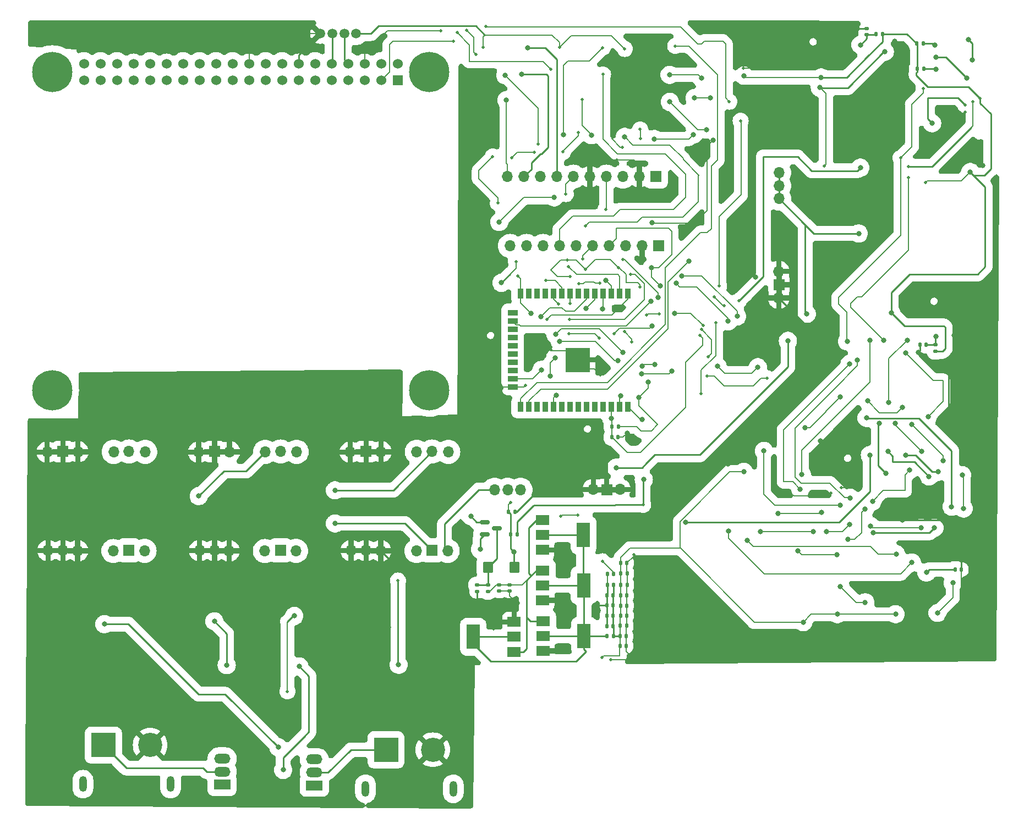
<source format=gbr>
%TF.GenerationSoftware,KiCad,Pcbnew,7.0.10*%
%TF.CreationDate,2024-12-05T21:17:43+05:30*%
%TF.ProjectId,remote_v2,72656d6f-7465-45f7-9632-2e6b69636164,rev?*%
%TF.SameCoordinates,Original*%
%TF.FileFunction,Copper,L2,Bot*%
%TF.FilePolarity,Positive*%
%FSLAX46Y46*%
G04 Gerber Fmt 4.6, Leading zero omitted, Abs format (unit mm)*
G04 Created by KiCad (PCBNEW 7.0.10) date 2024-12-05 21:17:43*
%MOMM*%
%LPD*%
G01*
G04 APERTURE LIST*
G04 Aperture macros list*
%AMRoundRect*
0 Rectangle with rounded corners*
0 $1 Rounding radius*
0 $2 $3 $4 $5 $6 $7 $8 $9 X,Y pos of 4 corners*
0 Add a 4 corners polygon primitive as box body*
4,1,4,$2,$3,$4,$5,$6,$7,$8,$9,$2,$3,0*
0 Add four circle primitives for the rounded corners*
1,1,$1+$1,$2,$3*
1,1,$1+$1,$4,$5*
1,1,$1+$1,$6,$7*
1,1,$1+$1,$8,$9*
0 Add four rect primitives between the rounded corners*
20,1,$1+$1,$2,$3,$4,$5,0*
20,1,$1+$1,$4,$5,$6,$7,0*
20,1,$1+$1,$6,$7,$8,$9,0*
20,1,$1+$1,$8,$9,$2,$3,0*%
G04 Aperture macros list end*
%TA.AperFunction,ComponentPad*%
%ADD10R,3.716000X3.716000*%
%TD*%
%TA.AperFunction,ComponentPad*%
%ADD11C,3.716000*%
%TD*%
%TA.AperFunction,ComponentPad*%
%ADD12O,1.200000X2.400000*%
%TD*%
%TA.AperFunction,ComponentPad*%
%ADD13R,2.500000X1.500000*%
%TD*%
%TA.AperFunction,ComponentPad*%
%ADD14O,2.500000X1.500000*%
%TD*%
%TA.AperFunction,ComponentPad*%
%ADD15O,1.700000X1.700000*%
%TD*%
%TA.AperFunction,ComponentPad*%
%ADD16R,1.700000X1.700000*%
%TD*%
%TA.AperFunction,ComponentPad*%
%ADD17R,1.524000X1.524000*%
%TD*%
%TA.AperFunction,ComponentPad*%
%ADD18C,1.524000*%
%TD*%
%TA.AperFunction,ComponentPad*%
%ADD19C,6.200000*%
%TD*%
%TA.AperFunction,SMDPad,CuDef*%
%ADD20RoundRect,0.140000X-0.140000X-0.170000X0.140000X-0.170000X0.140000X0.170000X-0.140000X0.170000X0*%
%TD*%
%TA.AperFunction,SMDPad,CuDef*%
%ADD21RoundRect,0.140000X0.140000X0.170000X-0.140000X0.170000X-0.140000X-0.170000X0.140000X-0.170000X0*%
%TD*%
%TA.AperFunction,SMDPad,CuDef*%
%ADD22RoundRect,0.135000X0.135000X0.185000X-0.135000X0.185000X-0.135000X-0.185000X0.135000X-0.185000X0*%
%TD*%
%TA.AperFunction,SMDPad,CuDef*%
%ADD23RoundRect,0.135000X0.185000X-0.135000X0.185000X0.135000X-0.185000X0.135000X-0.185000X-0.135000X0*%
%TD*%
%TA.AperFunction,SMDPad,CuDef*%
%ADD24C,1.500000*%
%TD*%
%TA.AperFunction,SMDPad,CuDef*%
%ADD25RoundRect,0.140000X-0.170000X0.140000X-0.170000X-0.140000X0.170000X-0.140000X0.170000X0.140000X0*%
%TD*%
%TA.AperFunction,SMDPad,CuDef*%
%ADD26RoundRect,0.140000X0.170000X-0.140000X0.170000X0.140000X-0.170000X0.140000X-0.170000X-0.140000X0*%
%TD*%
%TA.AperFunction,SMDPad,CuDef*%
%ADD27RoundRect,0.135000X-0.135000X-0.185000X0.135000X-0.185000X0.135000X0.185000X-0.135000X0.185000X0*%
%TD*%
%TA.AperFunction,SMDPad,CuDef*%
%ADD28R,2.000000X1.500000*%
%TD*%
%TA.AperFunction,SMDPad,CuDef*%
%ADD29R,2.000000X3.800000*%
%TD*%
%TA.AperFunction,SMDPad,CuDef*%
%ADD30RoundRect,0.135000X-0.185000X0.135000X-0.185000X-0.135000X0.185000X-0.135000X0.185000X0.135000X0*%
%TD*%
%TA.AperFunction,SMDPad,CuDef*%
%ADD31R,0.900000X1.500000*%
%TD*%
%TA.AperFunction,SMDPad,CuDef*%
%ADD32R,1.500000X0.900000*%
%TD*%
%TA.AperFunction,SMDPad,CuDef*%
%ADD33R,0.900000X0.900000*%
%TD*%
%TA.AperFunction,SMDPad,CuDef*%
%ADD34R,3.800000X3.800000*%
%TD*%
%TA.AperFunction,SMDPad,CuDef*%
%ADD35RoundRect,0.150000X-0.587500X-0.150000X0.587500X-0.150000X0.587500X0.150000X-0.587500X0.150000X0*%
%TD*%
%TA.AperFunction,SMDPad,CuDef*%
%ADD36RoundRect,0.222222X0.577778X0.627778X-0.577778X0.627778X-0.577778X-0.627778X0.577778X-0.627778X0*%
%TD*%
%TA.AperFunction,ViaPad*%
%ADD37C,0.800000*%
%TD*%
%TA.AperFunction,ViaPad*%
%ADD38C,0.470000*%
%TD*%
%TA.AperFunction,ViaPad*%
%ADD39C,0.460000*%
%TD*%
%TA.AperFunction,Conductor*%
%ADD40C,0.160000*%
%TD*%
%TA.AperFunction,Conductor*%
%ADD41C,0.158000*%
%TD*%
%TA.AperFunction,Conductor*%
%ADD42C,0.250000*%
%TD*%
%TA.AperFunction,Conductor*%
%ADD43C,0.170000*%
%TD*%
%TA.AperFunction,Conductor*%
%ADD44C,0.154000*%
%TD*%
G04 APERTURE END LIST*
D10*
%TO.P,J17,1,POS*%
%TO.N,Vin*%
X113080000Y-152610000D03*
D11*
%TO.P,J17,2,NEG*%
%TO.N,GND*%
X120280000Y-152610000D03*
D12*
%TO.P,J17,S1*%
%TO.N,N/C*%
X109930000Y-158610000D03*
%TO.P,J17,S2*%
X123430000Y-158610000D03*
%TD*%
D13*
%TO.P,SW7,1,A*%
%TO.N,+5V*%
X87860000Y-157980000D03*
D14*
%TO.P,SW7,2,B*%
%TO.N,5V*%
X87860000Y-155980000D03*
%TO.P,SW7,3,C*%
%TO.N,unconnected-(SW7-C-Pad3)*%
X87860000Y-153980000D03*
%TD*%
D10*
%TO.P,J25,1,POS*%
%TO.N,5V*%
X69590000Y-151900000D03*
D11*
%TO.P,J25,2,NEG*%
%TO.N,GND*%
X76790000Y-151900000D03*
D12*
%TO.P,J25,S1*%
%TO.N,N/C*%
X66440000Y-157900000D03*
%TO.P,J25,S2*%
X79940000Y-157900000D03*
%TD*%
D15*
%TO.P,U6,1,12V~24V*%
%TO.N,4S*%
X71125000Y-122005000D03*
D16*
X73535000Y-121900000D03*
D15*
X75925000Y-121970000D03*
%TO.P,U6,2,GND*%
%TO.N,GND*%
X61075000Y-121920000D03*
X63375000Y-121910000D03*
X65625000Y-121970000D03*
%TO.P,U6,3,GND*%
X60925000Y-106770000D03*
D16*
X63375000Y-106680000D03*
D15*
X65675000Y-106720000D03*
%TO.P,U6,4,5V*%
%TO.N,+5V*%
X71175000Y-106720000D03*
X73535000Y-106670000D03*
X76025000Y-106720000D03*
%TD*%
D16*
%TO.P,J2,1,Pin_1*%
%TO.N,+3.3V*%
X154615000Y-64345000D03*
D15*
%TO.P,J2,2,Pin_2*%
%TO.N,GND*%
X152075000Y-64345000D03*
%TO.P,J2,3,Pin_3*%
%TO.N,/SDAx*%
X149535000Y-64345000D03*
%TO.P,J2,4,Pin_4*%
%TO.N,/SCLx*%
X146995000Y-64345000D03*
%TO.P,J2,5,Pin_5*%
%TO.N,GND*%
X144455000Y-64345000D03*
%TO.P,J2,6,Pin_6*%
%TO.N,Net-(J2-Pin_6)*%
X141915000Y-64345000D03*
%TO.P,J2,7,Pin_7*%
%TO.N,/Vx1*%
X139375000Y-64345000D03*
%TO.P,J2,8,Pin_8*%
%TO.N,/Vy1*%
X136835000Y-64345000D03*
%TO.P,J2,9,Pin_9*%
%TO.N,/Vx2*%
X134295000Y-64345000D03*
%TO.P,J2,10,Pin_10*%
%TO.N,/Vy2*%
X131755000Y-64345000D03*
%TD*%
%TO.P,U15,1,12V~24V*%
%TO.N,4S*%
X94445000Y-122005000D03*
D16*
X96855000Y-121900000D03*
D15*
X99245000Y-121970000D03*
%TO.P,U15,2,GND*%
%TO.N,GND*%
X84395000Y-121920000D03*
X86695000Y-121910000D03*
X88945000Y-121970000D03*
%TO.P,U15,3,GND*%
X84245000Y-106770000D03*
D16*
X86695000Y-106680000D03*
D15*
X88995000Y-106720000D03*
%TO.P,U15,4,5V*%
%TO.N,+5V*%
X94495000Y-106720000D03*
X96855000Y-106670000D03*
X99345000Y-106720000D03*
%TD*%
D16*
%TO.P,J3,1,Pin_1*%
%TO.N,+3.3V*%
X155020000Y-75010000D03*
D15*
%TO.P,J3,2,Pin_2*%
%TO.N,GND*%
X152480000Y-75010000D03*
%TO.P,J3,3,Pin_3*%
%TO.N,/SDAx*%
X149940000Y-75010000D03*
%TO.P,J3,4,Pin_4*%
%TO.N,/SCLx*%
X147400000Y-75010000D03*
%TO.P,J3,5,Pin_5*%
%TO.N,Net-(J3-Pin_5)*%
X144860000Y-75010000D03*
%TO.P,J3,6,Pin_6*%
%TO.N,Net-(J3-Pin_6)*%
X142320000Y-75010000D03*
%TO.P,J3,7,Pin_7*%
%TO.N,/Vx3*%
X139780000Y-75010000D03*
%TO.P,J3,8,Pin_8*%
%TO.N,/Vy3*%
X137240000Y-75010000D03*
%TO.P,J3,9,Pin_9*%
%TO.N,/Vx4*%
X134700000Y-75010000D03*
%TO.P,J3,10,Pin_10*%
%TO.N,/Vy4*%
X132160000Y-75010000D03*
%TD*%
%TO.P,U16,1,12V~24V*%
%TO.N,4S*%
X117765000Y-122005000D03*
D16*
X120175000Y-121900000D03*
D15*
X122565000Y-121970000D03*
%TO.P,U16,2,GND*%
%TO.N,GND*%
X107715000Y-121920000D03*
X110015000Y-121910000D03*
X112265000Y-121970000D03*
%TO.P,U16,3,GND*%
X107565000Y-106770000D03*
D16*
X110015000Y-106680000D03*
D15*
X112315000Y-106720000D03*
%TO.P,U16,4,5V*%
%TO.N,+5V*%
X117815000Y-106720000D03*
X120175000Y-106670000D03*
X122665000Y-106720000D03*
%TD*%
D13*
%TO.P,SW8,1,A*%
%TO.N,4S*%
X102050000Y-158100000D03*
D14*
%TO.P,SW8,2,B*%
%TO.N,Vin*%
X102050000Y-156100000D03*
%TO.P,SW8,3,C*%
%TO.N,unconnected-(SW8-C-Pad3)*%
X102050000Y-154100000D03*
%TD*%
D17*
%TO.P,U2,1,3V3*%
%TO.N,unconnected-(U2-3V3-Pad1)*%
X114865000Y-49485000D03*
D18*
%TO.P,U2,2,5V*%
%TO.N,unconnected-(U2-5V-Pad2)*%
X114865000Y-46945000D03*
%TO.P,U2,3,GPIO2/SDA1*%
%TO.N,/SDA1*%
X112325000Y-49485000D03*
%TO.P,U2,4,5V*%
%TO.N,unconnected-(U2-5V-Pad4)*%
X112325000Y-46945000D03*
%TO.P,U2,5,GPIO3/SCL1*%
%TO.N,/SCL1*%
X109785000Y-49485000D03*
%TO.P,U2,6,GND*%
%TO.N,GND*%
X109785000Y-46945000D03*
%TO.P,U2,7,GPIO4/GPIO_GCKL*%
%TO.N,unconnected-(U2-GPIO4{slash}GPIO_GCKL-Pad7)*%
X107245000Y-49485000D03*
%TO.P,U2,8,GPIO14/TXD0*%
%TO.N,/tx*%
X107245000Y-46945000D03*
%TO.P,U2,9,GND*%
%TO.N,GND*%
X104705000Y-49485000D03*
%TO.P,U2,10,GPIO15/RXD0*%
%TO.N,/rx*%
X104705000Y-46945000D03*
%TO.P,U2,11,GPIO17/GPIO_GEN0*%
%TO.N,unconnected-(U2-GPIO17{slash}GPIO_GEN0-Pad11)*%
X102165000Y-49485000D03*
%TO.P,U2,12,GPIO18/GPIO_GEN1*%
%TO.N,unconnected-(U2-GPIO18{slash}GPIO_GEN1-Pad12)*%
X102165000Y-46945000D03*
%TO.P,U2,13,GPIO27/GPIO_GEN2*%
%TO.N,unconnected-(U2-GPIO27{slash}GPIO_GEN2-Pad13)*%
X99625000Y-49485000D03*
%TO.P,U2,14,GND*%
%TO.N,GND*%
X99625000Y-46945000D03*
%TO.P,U2,15,GPIO22/GPIO_GEN3*%
%TO.N,unconnected-(U2-GPIO22{slash}GPIO_GEN3-Pad15)*%
X97085000Y-49485000D03*
%TO.P,U2,16,GPIO23/GPIO_GEN4*%
%TO.N,unconnected-(U2-GPIO23{slash}GPIO_GEN4-Pad16)*%
X97085000Y-46945000D03*
%TO.P,U2,17,3V3*%
%TO.N,unconnected-(U2-3V3-Pad17)*%
X94545000Y-49485000D03*
%TO.P,U2,18,GPIO24/GPIO_GEN5*%
%TO.N,unconnected-(U2-GPIO24{slash}GPIO_GEN5-Pad18)*%
X94545000Y-46945000D03*
%TO.P,U2,19,GPIO10/SPI_MOSI*%
%TO.N,unconnected-(U2-GPIO10{slash}SPI_MOSI-Pad19)*%
X92005000Y-49485000D03*
%TO.P,U2,20,GND*%
%TO.N,GND*%
X92005000Y-46945000D03*
%TO.P,U2,21,GPIO9/SPI_MISO*%
%TO.N,unconnected-(U2-GPIO9{slash}SPI_MISO-Pad21)*%
X89465000Y-49485000D03*
%TO.P,U2,22,GPIO25/GPIO_GEN6*%
%TO.N,unconnected-(U2-GPIO25{slash}GPIO_GEN6-Pad22)*%
X89465000Y-46945000D03*
%TO.P,U2,23,GPIO11/SPI_SCLK*%
%TO.N,unconnected-(U2-GPIO11{slash}SPI_SCLK-Pad23)*%
X86925000Y-49485000D03*
%TO.P,U2,24,GPIO8/~{SPI_CE0}*%
%TO.N,unconnected-(U2-GPIO8{slash}~{SPI_CE0}-Pad24)*%
X86925000Y-46945000D03*
%TO.P,U2,25,GND*%
%TO.N,GND*%
X84385000Y-49485000D03*
%TO.P,U2,26,GPIO7/~{SPI_CE1}*%
%TO.N,unconnected-(U2-GPIO7{slash}~{SPI_CE1}-Pad26)*%
X84385000Y-46945000D03*
%TO.P,U2,27,ID_SD*%
%TO.N,unconnected-(U2-ID_SD-Pad27)*%
X81845000Y-49485000D03*
%TO.P,U2,28,ID_SC*%
%TO.N,unconnected-(U2-ID_SC-Pad28)*%
X81845000Y-46945000D03*
%TO.P,U2,29,GPIO5*%
%TO.N,unconnected-(U2-GPIO5-Pad29)*%
X79305000Y-49485000D03*
%TO.P,U2,30,GND*%
%TO.N,GND*%
X79305000Y-46945000D03*
%TO.P,U2,31,GPIO6*%
%TO.N,unconnected-(U2-GPIO6-Pad31)*%
X76765000Y-49485000D03*
%TO.P,U2,32,GPIO12*%
%TO.N,unconnected-(U2-GPIO12-Pad32)*%
X76765000Y-46945000D03*
%TO.P,U2,33,GPIO13*%
%TO.N,unconnected-(U2-GPIO13-Pad33)*%
X74225000Y-49485000D03*
%TO.P,U2,34,GND*%
%TO.N,GND*%
X74225000Y-46945000D03*
%TO.P,U2,35,GPIO19*%
%TO.N,unconnected-(U2-GPIO19-Pad35)*%
X71685000Y-49485000D03*
%TO.P,U2,36,GPIO16*%
%TO.N,unconnected-(U2-GPIO16-Pad36)*%
X71685000Y-46945000D03*
%TO.P,U2,37,GPIO26*%
%TO.N,unconnected-(U2-GPIO26-Pad37)*%
X69145000Y-49485000D03*
%TO.P,U2,38,GPIO20*%
%TO.N,unconnected-(U2-GPIO20-Pad38)*%
X69145000Y-46945000D03*
%TO.P,U2,39,GND*%
%TO.N,GND*%
X66605000Y-49485000D03*
%TO.P,U2,40,GPIO21*%
%TO.N,unconnected-(U2-GPIO21-Pad40)*%
X66605000Y-46945000D03*
D19*
%TO.P,U2,S1,SHIELD*%
%TO.N,unconnected-(U2-SHIELD-PadS1)*%
X119735000Y-48215000D03*
%TO.P,U2,S2,SHIELD*%
%TO.N,unconnected-(U2-SHIELD-PadS2)*%
X61735000Y-48215000D03*
%TO.P,U2,S3,SHIELD*%
%TO.N,unconnected-(U2-SHIELD-PadS3)*%
X61735000Y-97215000D03*
%TO.P,U2,S4,SHIELD*%
%TO.N,unconnected-(U2-SHIELD-PadS4)*%
X119735000Y-97215000D03*
%TD*%
D15*
%TO.P,U17,1,12V~24V*%
%TO.N,4S*%
X133780000Y-112560000D03*
X131790000Y-112560000D03*
X129780000Y-112560000D03*
%TO.P,U17,2,GND*%
%TO.N,GND*%
X149080000Y-112510000D03*
D16*
X147030000Y-112560000D03*
D15*
X144980000Y-112510000D03*
%TD*%
D20*
%TO.P,C32,1*%
%TO.N,+3.3V*%
X149110000Y-135130000D03*
%TO.P,C32,2*%
%TO.N,GND*%
X150070000Y-135130000D03*
%TD*%
%TO.P,C96,1*%
%TO.N,GND*%
X195235000Y-90232500D03*
%TO.P,C96,2*%
%TO.N,Net-(U24-VDD)*%
X196195000Y-90232500D03*
%TD*%
D15*
%TO.P,U21,1,12V~24V*%
%TO.N,4S*%
X173560000Y-67740000D03*
X173560000Y-65750000D03*
X173560000Y-63740000D03*
%TO.P,U21,2,GND*%
%TO.N,GND*%
X173510000Y-83040000D03*
D16*
X173560000Y-80990000D03*
D15*
X173510000Y-78940000D03*
%TD*%
D21*
%TO.P,C92,1*%
%TO.N,GND*%
X148800000Y-104470000D03*
%TO.P,C92,2*%
%TO.N,/EN2*%
X147840000Y-104470000D03*
%TD*%
D22*
%TO.P,R24,1*%
%TO.N,/SDA1*%
X195870000Y-47695000D03*
%TO.P,R24,2*%
%TO.N,+3.3V*%
X194850000Y-47695000D03*
%TD*%
D23*
%TO.P,R5,1*%
%TO.N,VBUS*%
X128742500Y-128220000D03*
%TO.P,R5,2*%
%TO.N,Net-(Q1-D)*%
X128742500Y-127200000D03*
%TD*%
D20*
%TO.P,C39,1*%
%TO.N,+3.3V*%
X149130000Y-133530000D03*
%TO.P,C39,2*%
%TO.N,GND*%
X150090000Y-133530000D03*
%TD*%
D24*
%TO.P,J26,1,Pin_1*%
%TO.N,+3.3V*%
X108500000Y-42320000D03*
%TO.P,J26,2,Pin_2*%
%TO.N,/tx*%
X106650000Y-42320000D03*
%TO.P,J26,3,Pin_3*%
%TO.N,/rx*%
X104800000Y-42320000D03*
%TO.P,J26,4,Pin_4*%
%TO.N,GND*%
X102950000Y-42320000D03*
%TD*%
D21*
%TO.P,C5,1*%
%TO.N,+3.3V*%
X147990000Y-128860000D03*
%TO.P,C5,2*%
%TO.N,GND*%
X147030000Y-128860000D03*
%TD*%
D25*
%TO.P,C10,1*%
%TO.N,VBUS*%
X130460000Y-127230000D03*
%TO.P,C10,2*%
%TO.N,GND*%
X130460000Y-128190000D03*
%TD*%
D26*
%TO.P,C3,1*%
%TO.N,GND*%
X127050000Y-128220000D03*
%TO.P,C3,2*%
%TO.N,Net-(Q1-D)*%
X127050000Y-127260000D03*
%TD*%
D27*
%TO.P,R4,1*%
%TO.N,Net-(Q1-G)*%
X131910000Y-115970000D03*
%TO.P,R4,2*%
%TO.N,GND*%
X132930000Y-115970000D03*
%TD*%
D28*
%TO.P,U4,1,GND*%
%TO.N,GND*%
X132800000Y-132920000D03*
%TO.P,U4,2,VO*%
%TO.N,Net-(U1-VO)*%
X132800000Y-135220000D03*
D29*
X126500000Y-135220000D03*
D28*
%TO.P,U4,3,VI*%
%TO.N,VBUS*%
X132800000Y-137520000D03*
%TD*%
D20*
%TO.P,C38,1*%
%TO.N,+3.3V*%
X149190000Y-123840000D03*
%TO.P,C38,2*%
%TO.N,GND*%
X150150000Y-123840000D03*
%TD*%
D25*
%TO.P,C90,1*%
%TO.N,GND*%
X187060000Y-41515000D03*
%TO.P,C90,2*%
%TO.N,Net-(U22-VDD)*%
X187060000Y-42475000D03*
%TD*%
D30*
%TO.P,R95,1*%
%TO.N,Net-(U24-VDD)*%
X197635000Y-90247500D03*
%TO.P,R95,2*%
%TO.N,+3.3V*%
X197635000Y-91267500D03*
%TD*%
D31*
%TO.P,U23,1,GND*%
%TO.N,GND*%
X150315000Y-99820000D03*
%TO.P,U23,2,VDD*%
%TO.N,Net-(U23-VDD)*%
X149045000Y-99820000D03*
%TO.P,U23,3,EN*%
%TO.N,/EN2*%
X147775000Y-99820000D03*
%TO.P,U23,4,SENSOR_VP*%
%TO.N,unconnected-(U23-SENSOR_VP-Pad4)*%
X146505000Y-99820000D03*
%TO.P,U23,5,SENSOR_VN*%
%TO.N,unconnected-(U23-SENSOR_VN-Pad5)*%
X145235000Y-99820000D03*
%TO.P,U23,6,IO34*%
%TO.N,unconnected-(U23-IO34-Pad6)*%
X143965000Y-99820000D03*
%TO.P,U23,7,IO35*%
%TO.N,unconnected-(U23-IO35-Pad7)*%
X142695000Y-99820000D03*
%TO.P,U23,8,IO32*%
%TO.N,unconnected-(U23-IO32-Pad8)*%
X141425000Y-99820000D03*
%TO.P,U23,9,IO33*%
%TO.N,unconnected-(U23-IO33-Pad9)*%
X140155000Y-99820000D03*
%TO.P,U23,10,IO25*%
%TO.N,/Ab*%
X138885000Y-99820000D03*
%TO.P,U23,11,IO26*%
%TO.N,unconnected-(U23-IO26-Pad11)*%
X137615000Y-99820000D03*
%TO.P,U23,12,IO27*%
%TO.N,unconnected-(U23-IO27-Pad12)*%
X136345000Y-99820000D03*
%TO.P,U23,13,IO14*%
%TO.N,/Mode3*%
X135075000Y-99820000D03*
%TO.P,U23,14,IO12*%
%TO.N,/Mode1*%
X133805000Y-99820000D03*
D32*
%TO.P,U23,15,GND*%
%TO.N,GND*%
X132555000Y-96780000D03*
%TO.P,U23,16,IO13*%
%TO.N,/Mode2*%
X132555000Y-95510000D03*
%TO.P,U23,17,SHD/SD2*%
%TO.N,unconnected-(U23-SHD{slash}SD2-Pad17)*%
X132555000Y-94240000D03*
%TO.P,U23,18,SWP/SD3*%
%TO.N,unconnected-(U23-SWP{slash}SD3-Pad18)*%
X132555000Y-92970000D03*
%TO.P,U23,19,SCS/CMD*%
%TO.N,unconnected-(U23-SCS{slash}CMD-Pad19)*%
X132555000Y-91700000D03*
%TO.P,U23,20,SCK/CLK*%
%TO.N,unconnected-(U23-SCK{slash}CLK-Pad20)*%
X132555000Y-90430000D03*
%TO.P,U23,21,SDO/SD0*%
%TO.N,unconnected-(U23-SDO{slash}SD0-Pad21)*%
X132555000Y-89160000D03*
%TO.P,U23,22,SDI/SD1*%
%TO.N,unconnected-(U23-SDI{slash}SD1-Pad22)*%
X132555000Y-87890000D03*
%TO.P,U23,23,IO15*%
%TO.N,/Mode4*%
X132555000Y-86620000D03*
%TO.P,U23,24,IO2*%
%TO.N,unconnected-(U23-IO2-Pad24)*%
X132555000Y-85350000D03*
D31*
%TO.P,U23,25,IO0*%
%TO.N,/IO02*%
X133805000Y-82320000D03*
%TO.P,U23,26,IO4*%
%TO.N,unconnected-(U23-IO4-Pad26)*%
X135075000Y-82320000D03*
%TO.P,U23,27,IO16*%
%TO.N,unconnected-(U23-IO16-Pad27)*%
X136345000Y-82320000D03*
%TO.P,U23,28,IO17*%
%TO.N,unconnected-(U23-IO17-Pad28)*%
X137615000Y-82320000D03*
%TO.P,U23,29,IO5*%
%TO.N,/BuzzJ1*%
X138885000Y-82320000D03*
%TO.P,U23,30,IO18*%
%TO.N,/SDAx*%
X140155000Y-82320000D03*
%TO.P,U23,31,IO19*%
%TO.N,/SCLx*%
X141425000Y-82320000D03*
%TO.P,U23,32,NC*%
%TO.N,unconnected-(U23-NC-Pad32)*%
X142695000Y-82320000D03*
%TO.P,U23,33,IO21*%
%TO.N,/SDA1*%
X143965000Y-82320000D03*
%TO.P,U23,34,RXD0/IO3*%
%TO.N,/TX2*%
X145235000Y-82320000D03*
%TO.P,U23,35,TXD0/IO1*%
%TO.N,/RX2*%
X146505000Y-82320000D03*
%TO.P,U23,36,IO22*%
%TO.N,/SCL1*%
X147775000Y-82320000D03*
%TO.P,U23,37,IO23*%
%TO.N,/Aa*%
X149045000Y-82320000D03*
%TO.P,U23,38,GND*%
%TO.N,GND*%
X150315000Y-82320000D03*
D33*
%TO.P,U23,39,GND*%
X141195000Y-93970000D03*
X142595000Y-93970000D03*
X143995000Y-93970000D03*
X141195000Y-92570000D03*
X142595000Y-92570000D03*
D34*
X142595000Y-92570000D03*
D33*
X143995000Y-92570000D03*
X141195000Y-91170000D03*
X142595000Y-91170000D03*
X143995000Y-91170000D03*
%TD*%
D28*
%TO.P,U9,1,GND*%
%TO.N,GND*%
X137172500Y-121830000D03*
%TO.P,U9,2,VO*%
%TO.N,Net-(U1-VO)*%
X137172500Y-119530000D03*
D29*
X143472500Y-119530000D03*
D28*
%TO.P,U9,3,VI*%
%TO.N,VBUS*%
X137172500Y-117230000D03*
%TD*%
D27*
%TO.P,R2,1*%
%TO.N,Net-(Q1-G)*%
X132270000Y-119450000D03*
%TO.P,R2,2*%
%TO.N,VCCQ*%
X133290000Y-119450000D03*
%TD*%
D22*
%TO.P,R6,1*%
%TO.N,+3.3V*%
X148050000Y-135120000D03*
%TO.P,R6,2*%
%TO.N,Net-(U1-VO)*%
X147030000Y-135120000D03*
%TD*%
D35*
%TO.P,Q1,1,G*%
%TO.N,Net-(Q1-G)*%
X128245000Y-119440000D03*
%TO.P,Q1,2,S*%
%TO.N,+5V*%
X128245000Y-117540000D03*
%TO.P,Q1,3,D*%
%TO.N,Net-(Q1-D)*%
X130120000Y-118490000D03*
%TD*%
D36*
%TO.P,D1,A*%
%TO.N,Net-(Q1-G)*%
X132822500Y-124490000D03*
%TO.P,D1,C*%
%TO.N,Net-(Q1-D)*%
X128822500Y-124490000D03*
%TD*%
D28*
%TO.P,U3,1,GND*%
%TO.N,GND*%
X137250000Y-137400000D03*
%TO.P,U3,2,VO*%
%TO.N,Net-(U1-VO)*%
X137250000Y-135100000D03*
D29*
X143550000Y-135100000D03*
D28*
%TO.P,U3,3,VI*%
%TO.N,VBUS*%
X137250000Y-132800000D03*
%TD*%
D27*
%TO.P,R34,1*%
%TO.N,/EN2*%
X147860000Y-102820000D03*
%TO.P,R34,2*%
%TO.N,+3.3V*%
X148880000Y-102820000D03*
%TD*%
D21*
%TO.P,C6,1*%
%TO.N,+3.3V*%
X148010000Y-130390000D03*
%TO.P,C6,2*%
%TO.N,GND*%
X147050000Y-130390000D03*
%TD*%
D20*
%TO.P,C40,1*%
%TO.N,+3.3V*%
X149170000Y-131970000D03*
%TO.P,C40,2*%
%TO.N,GND*%
X150130000Y-131970000D03*
%TD*%
D25*
%TO.P,C9,1*%
%TO.N,VBUS*%
X132110000Y-127200000D03*
%TO.P,C9,2*%
%TO.N,GND*%
X132110000Y-128160000D03*
%TD*%
D27*
%TO.P,R27,1*%
%TO.N,Net-(U22-VDD)*%
X188475000Y-42345000D03*
%TO.P,R27,2*%
%TO.N,+3.3V*%
X189495000Y-42345000D03*
%TD*%
%TO.P,R25,1*%
%TO.N,+3.3V*%
X194750000Y-43845000D03*
%TO.P,R25,2*%
%TO.N,/SCL1*%
X195770000Y-43845000D03*
%TD*%
D21*
%TO.P,C4,1*%
%TO.N,+3.3V*%
X148010000Y-133535000D03*
%TO.P,C4,2*%
%TO.N,GND*%
X147050000Y-133535000D03*
%TD*%
D20*
%TO.P,C2,1*%
%TO.N,GND*%
X147140000Y-125520000D03*
%TO.P,C2,2*%
%TO.N,Net-(Q1-G)*%
X148100000Y-125520000D03*
%TD*%
%TO.P,C44,1*%
%TO.N,+3.3V*%
X149220000Y-127190000D03*
%TO.P,C44,2*%
%TO.N,GND*%
X150180000Y-127190000D03*
%TD*%
D21*
%TO.P,C8,1*%
%TO.N,+3.3V*%
X148080000Y-127220000D03*
%TO.P,C8,2*%
%TO.N,GND*%
X147120000Y-127220000D03*
%TD*%
D20*
%TO.P,C42,1*%
%TO.N,+3.3V*%
X149180000Y-128870000D03*
%TO.P,C42,2*%
%TO.N,GND*%
X150140000Y-128870000D03*
%TD*%
D21*
%TO.P,C31,1*%
%TO.N,GND*%
X201635000Y-124857500D03*
%TO.P,C31,2*%
%TO.N,Net-(U12-VDD)*%
X200675000Y-124857500D03*
%TD*%
D28*
%TO.P,U1,1,GND*%
%TO.N,GND*%
X137190000Y-129590000D03*
%TO.P,U1,2,VO*%
%TO.N,Net-(U1-VO)*%
X137190000Y-127290000D03*
D29*
X143490000Y-127290000D03*
D28*
%TO.P,U1,3,VI*%
%TO.N,VBUS*%
X137190000Y-124990000D03*
%TD*%
D20*
%TO.P,C41,1*%
%TO.N,+3.3V*%
X149180000Y-130410000D03*
%TO.P,C41,2*%
%TO.N,GND*%
X150140000Y-130410000D03*
%TD*%
D21*
%TO.P,C7,1*%
%TO.N,+3.3V*%
X148000000Y-131970000D03*
%TO.P,C7,2*%
%TO.N,GND*%
X147040000Y-131970000D03*
%TD*%
D20*
%TO.P,C43,1*%
%TO.N,+3.3V*%
X149220000Y-125455000D03*
%TO.P,C43,2*%
%TO.N,GND*%
X150180000Y-125455000D03*
%TD*%
%TO.P,C36,1*%
%TO.N,+3.3V*%
X149070000Y-136630000D03*
%TO.P,C36,2*%
%TO.N,GND*%
X150030000Y-136630000D03*
%TD*%
D37*
%TO.N,+3.3V*%
X168150000Y-48780000D03*
D38*
%TO.N,VCCQ*%
X165140000Y-84240000D03*
X203360000Y-52770000D03*
D39*
X193430000Y-62760000D03*
D38*
X167390000Y-83440000D03*
X163540000Y-82860000D03*
D37*
X152740000Y-111000000D03*
D38*
X152640000Y-114890000D03*
D37*
X186080000Y-62960000D03*
%TO.N,GND*%
X169950000Y-79810000D03*
D38*
X202220000Y-54390000D03*
X125460000Y-41830000D03*
D37*
X204885000Y-62645000D03*
D38*
X148600000Y-61790000D03*
X129620000Y-134000000D03*
D37*
X80620000Y-126740000D03*
X81100000Y-132450000D03*
D38*
X146060000Y-94890000D03*
D37*
X169260000Y-76650000D03*
D38*
X172500000Y-90670000D03*
D37*
X155810000Y-110250000D03*
X204285000Y-115782500D03*
D38*
X183150000Y-112220000D03*
D37*
X179310000Y-90257500D03*
X165685000Y-108632500D03*
X140430000Y-125590000D03*
X197935000Y-54045000D03*
X145840000Y-106560000D03*
D38*
X193135000Y-48945000D03*
D37*
X199385000Y-132407500D03*
X74530000Y-140410000D03*
X163410000Y-58750000D03*
D38*
X134550000Y-96500000D03*
X181510000Y-113120000D03*
D37*
X75830000Y-144970000D03*
X195010000Y-91382500D03*
X199435000Y-101507500D03*
D38*
X204760000Y-60050000D03*
X168040000Y-47650000D03*
D37*
X200460000Y-88782500D03*
X150170000Y-103830000D03*
D39*
X128770000Y-92370000D03*
D38*
X151240000Y-122530000D03*
D39*
X126630000Y-89330000D03*
D37*
X145130000Y-130850000D03*
D38*
X174430000Y-113140000D03*
D37*
X185010000Y-110757500D03*
X154000000Y-71460000D03*
D38*
X130400000Y-85610000D03*
D37*
X140500000Y-133470000D03*
D38*
X149470000Y-59790000D03*
X126900000Y-45500000D03*
X138450000Y-90990000D03*
X149860000Y-55950000D03*
D37*
X113460000Y-133760000D03*
X152500000Y-101730000D03*
X140260000Y-129550000D03*
D38*
X176110000Y-44150000D03*
D37*
X133250000Y-130040000D03*
X140180000Y-136880000D03*
X185035000Y-41445000D03*
D38*
X121520000Y-41920000D03*
D37*
X191360000Y-43495000D03*
X192560000Y-117257500D03*
D38*
X147640000Y-138740000D03*
X137850000Y-86340000D03*
D37*
X179910000Y-105050000D03*
D38*
X159030000Y-57200000D03*
X172540000Y-92840000D03*
%TO.N,Net-(Q1-G)*%
X132270000Y-114540000D03*
D37*
X132750000Y-122150000D03*
D38*
X140000000Y-116610000D03*
X146400000Y-123590000D03*
D37*
X127560000Y-121740000D03*
D38*
X142560000Y-116480000D03*
%TO.N,+3.3V*%
X139770000Y-44380000D03*
D37*
X153420000Y-96000000D03*
D38*
X148840000Y-78360000D03*
X204450000Y-52310000D03*
X149810000Y-44660000D03*
D37*
X202985000Y-63620000D03*
X98950000Y-132000000D03*
X130835000Y-80695000D03*
D38*
X97920000Y-143610002D03*
X141380000Y-79700000D03*
X161620000Y-87890000D03*
D37*
X152000000Y-98340000D03*
D38*
X152190000Y-57060000D03*
X152130000Y-81350000D03*
D37*
X186790000Y-115500000D03*
D38*
X128000000Y-44410000D03*
X171675000Y-95395000D03*
D39*
X140990000Y-77180000D03*
D37*
X180035000Y-49070000D03*
D38*
X196120000Y-65250000D03*
X149780000Y-88215000D03*
X162635000Y-92095000D03*
X133090000Y-77420000D03*
D37*
X177290000Y-132940000D03*
X184140000Y-120210000D03*
D38*
X150900000Y-89800000D03*
D37*
X190810000Y-85282500D03*
D38*
X146280000Y-138420000D03*
D37*
X168140000Y-109810000D03*
D38*
X143810000Y-78620000D03*
D37*
X191485000Y-131732500D03*
D38*
X162520000Y-95040000D03*
X152230000Y-58500000D03*
D37*
X182520000Y-131732500D03*
%TO.N,Vin*%
X69750000Y-133260000D03*
X96530000Y-152230000D03*
%TO.N,Net-(U11-VDD)*%
X170720000Y-119050000D03*
X178830000Y-119030000D03*
%TO.N,Net-(U12-VDD)*%
X196235000Y-125307500D03*
%TO.N,4S*%
X148490000Y-109160000D03*
X177820000Y-85470000D03*
X174920000Y-89630000D03*
X185810000Y-73090000D03*
X88560000Y-139580000D03*
X97270000Y-155710000D03*
X105230000Y-117750000D03*
X99740000Y-139760000D03*
X86670000Y-132830000D03*
%TO.N,Net-(U13-VDD)*%
X164100000Y-93550000D03*
X170290000Y-93680000D03*
%TO.N,+5V*%
X115020000Y-139500000D03*
X105230000Y-112640000D03*
X126130000Y-116630000D03*
X84270000Y-113540000D03*
D38*
X114920000Y-126550000D03*
D37*
%TO.N,/EN1*%
X197660000Y-45945000D03*
X202460000Y-49195000D03*
%TO.N,Net-(U22-VDD)*%
X186085000Y-44045000D03*
D38*
%TO.N,/IO01*%
X202200000Y-53290000D03*
D37*
X197110000Y-56120000D03*
%TO.N,/EN2*%
X147740000Y-101580000D03*
D38*
X161350000Y-88750000D03*
D37*
%TO.N,Net-(U23-VDD)*%
X149180000Y-98060000D03*
%TO.N,/IO02*%
X139160000Y-88640000D03*
D38*
X133370000Y-79620000D03*
D37*
X149540000Y-91420000D03*
X135360000Y-85360000D03*
X152460000Y-93550000D03*
X154460000Y-93310000D03*
%TO.N,/EN3*%
X195510000Y-106657500D03*
X190435000Y-99132500D03*
X191460000Y-102332500D03*
X193260000Y-89507500D03*
X187935000Y-114357500D03*
X193635000Y-109557500D03*
%TO.N,Net-(U24-VDD)*%
X197685000Y-88982502D03*
%TO.N,/IO03*%
X182990000Y-114910000D03*
X182985000Y-98307500D03*
X171240000Y-106590000D03*
X180850000Y-119050000D03*
X177585000Y-103032500D03*
X184390000Y-117940000D03*
D38*
%TO.N,/SDAx*%
X149560000Y-77080000D03*
X142790000Y-80820000D03*
X145950000Y-80730000D03*
D37*
X157700000Y-80740000D03*
X165730000Y-86620000D03*
D38*
X137650000Y-80330000D03*
D37*
X154940000Y-82940000D03*
D38*
%TO.N,/SCLx*%
X141330000Y-86350000D03*
X141425000Y-83840000D03*
D37*
X158620000Y-79600000D03*
X155320000Y-81170000D03*
X167120000Y-85860000D03*
X153950000Y-78380000D03*
D38*
X146870000Y-69360000D03*
X150690000Y-79420000D03*
%TO.N,Net-(J2-Pin_6)*%
X140740000Y-67030000D03*
D37*
%TO.N,/Vx1*%
X134860000Y-44495000D03*
%TO.N,/Vy1*%
X131440000Y-48740000D03*
D38*
X136520000Y-59300000D03*
D37*
%TO.N,/Vx2*%
X133935000Y-48570000D03*
%TO.N,/Vy2*%
X131600000Y-52560000D03*
D38*
%TO.N,Net-(J3-Pin_5)*%
X143350000Y-76990000D03*
%TO.N,/Vx3*%
X146470000Y-48600000D03*
D37*
%TO.N,/Vy3*%
X144700000Y-57950000D03*
D38*
X143290000Y-52450000D03*
X143770000Y-71920000D03*
D37*
X149810000Y-58210000D03*
D38*
%TO.N,/Vx4*%
X146420000Y-44480000D03*
X129490000Y-61250000D03*
D37*
X140410000Y-57910000D03*
D38*
X130300000Y-68400000D03*
%TO.N,/Vy4*%
X142660000Y-57540000D03*
X140320000Y-60530000D03*
X135860000Y-60550000D03*
X132420000Y-61410000D03*
D37*
%TO.N,/TX1*%
X203310000Y-46370000D03*
X202735000Y-43245000D03*
%TO.N,/TX2*%
X143880000Y-84650000D03*
X157080000Y-94310000D03*
X148760000Y-92700000D03*
X152400000Y-94730000D03*
X139820000Y-89730000D03*
%TO.N,/RX2*%
X154040000Y-87370000D03*
D38*
X161870560Y-87268612D03*
D37*
X157480000Y-85370000D03*
D38*
X148170000Y-88540000D03*
D37*
X146430000Y-84720000D03*
%TO.N,/TX3*%
X197935000Y-131532500D03*
X200285000Y-126907500D03*
X201960000Y-115457500D03*
X201735000Y-110307500D03*
X198785000Y-108082500D03*
X193960000Y-102482500D03*
%TO.N,/RX3*%
X176820000Y-112480000D03*
X182990000Y-127460000D03*
X182450000Y-122570000D03*
X186820000Y-129900000D03*
X176420000Y-121970000D03*
X184410000Y-93182500D03*
D38*
%TO.N,/BuzzJ1*%
X153140000Y-85620000D03*
X155150000Y-85460000D03*
X141190000Y-88500000D03*
X139640000Y-83970000D03*
X145870000Y-89180000D03*
%TO.N,/SDA1*%
X165900000Y-52790000D03*
D37*
X187185000Y-98882500D03*
D38*
X192250000Y-61460000D03*
X195790000Y-50810000D03*
X164330000Y-81160000D03*
D37*
X184035000Y-89707500D03*
D38*
X163850000Y-86840000D03*
D37*
X192500000Y-99900000D03*
X197735000Y-47770000D03*
X136900000Y-85900000D03*
D38*
X161590523Y-97779998D03*
X123490000Y-43470000D03*
X128420000Y-41160000D03*
X167640000Y-55730000D03*
D37*
%TO.N,/SCL1*%
X189830000Y-45110000D03*
X160360000Y-57870000D03*
D38*
X193430000Y-64450000D03*
D37*
X154380000Y-58550000D03*
X179840000Y-50630000D03*
X197535000Y-44095000D03*
X189685000Y-89582500D03*
X196485000Y-101282500D03*
X193035000Y-91507500D03*
D38*
X124040000Y-42170000D03*
X138470000Y-47820000D03*
D37*
X163000000Y-52190000D03*
X146910000Y-80330000D03*
D38*
X180500000Y-62720000D03*
D37*
X160570000Y-52220000D03*
%TO.N,/Aa*%
X130500000Y-71330000D03*
D39*
X141140000Y-78160000D03*
D37*
X138960000Y-67530000D03*
%TO.N,/Ab*%
X138340000Y-95080000D03*
X139120000Y-92230000D03*
X139250000Y-98000000D03*
D38*
%TO.N,/Mode1*%
X157590000Y-44210000D03*
D37*
%TO.N,/Mode3*%
X159660000Y-77320000D03*
X161640000Y-49170000D03*
X156710000Y-48660000D03*
%TO.N,/Mode2*%
X156760000Y-52840000D03*
X162390000Y-57100000D03*
X137020000Y-94090000D03*
%TO.N,/Mode4*%
X153830000Y-83530000D03*
%TO.N,/RST1*%
X187535000Y-89582500D03*
X177085000Y-110232500D03*
%TO.N,/VSCK*%
X198010000Y-109782500D03*
X173420000Y-116220000D03*
X197460000Y-118432500D03*
X180090000Y-116070000D03*
X188060000Y-119207500D03*
X193085000Y-107257500D03*
%TO.N,/VMISO*%
X190310000Y-106682500D03*
X196635000Y-110507500D03*
X165780000Y-118900000D03*
X194010000Y-123782500D03*
%TO.N,/VMOSI*%
X191585000Y-122482500D03*
X168640000Y-120330000D03*
%TO.N,/VCS_1*%
X187535000Y-107207500D03*
X159200000Y-117540000D03*
%TO.N,/RST2*%
X185610000Y-92557500D03*
X187640000Y-118130000D03*
X184500000Y-113810000D03*
X195390000Y-118450000D03*
%TO.N,/DIO12*%
X187010000Y-101507500D03*
X200110000Y-115157500D03*
%TO.N,/VCS_2*%
X189985000Y-110007500D03*
X189010000Y-102357500D03*
%TD*%
D40*
%TO.N,+3.3V*%
X168150000Y-48780000D02*
X168440000Y-49070000D01*
X168440000Y-49070000D02*
X180035000Y-49070000D01*
D41*
%TO.N,/SDA1*%
X191717500Y-100682500D02*
X192500000Y-99900000D01*
X188985000Y-100682500D02*
X191717500Y-100682500D01*
X187185000Y-98882500D02*
X188985000Y-100682500D01*
D40*
%TO.N,GND*%
X150030000Y-136630000D02*
X150030000Y-137440000D01*
X150030000Y-137440000D02*
X150720000Y-138130000D01*
X150720000Y-138130000D02*
X150110000Y-138740000D01*
X150110000Y-138740000D02*
X147640000Y-138740000D01*
D42*
%TO.N,VCCQ*%
X152640000Y-114890000D02*
X152640000Y-111100000D01*
X152640000Y-111100000D02*
X152740000Y-111000000D01*
X133290000Y-119450000D02*
X133290000Y-117490000D01*
X148331701Y-114920000D02*
X148361701Y-114890000D01*
X178560000Y-63430000D02*
X176420000Y-61290000D01*
D40*
X164920000Y-84240000D02*
X163540000Y-82860000D01*
X203360000Y-56520000D02*
X203094338Y-56785662D01*
D42*
X171140000Y-61290000D02*
X171140000Y-79690000D01*
X133290000Y-117490000D02*
X135710000Y-115070000D01*
X193430000Y-62760000D02*
X197120000Y-62760000D01*
D40*
X203360000Y-52770000D02*
X203360000Y-56520000D01*
D42*
X148361701Y-114890000D02*
X152640000Y-114890000D01*
X185610000Y-63430000D02*
X178560000Y-63430000D01*
X135860000Y-114920000D02*
X139720000Y-114920000D01*
D40*
X165140000Y-84240000D02*
X164920000Y-84240000D01*
D42*
X139720000Y-114920000D02*
X148331701Y-114920000D01*
X186080000Y-62960000D02*
X185610000Y-63430000D01*
X135710000Y-115070000D02*
X135860000Y-114920000D01*
X176420000Y-61290000D02*
X171140000Y-61290000D01*
X197120000Y-62760000D02*
X203094338Y-56785662D01*
X171140000Y-79690000D02*
X167390000Y-83440000D01*
D40*
%TO.N,GND*%
X150070000Y-135130000D02*
X150070000Y-133550000D01*
D42*
X137172500Y-121830000D02*
X138900000Y-121830000D01*
D40*
X150150000Y-125425000D02*
X150180000Y-125455000D01*
D42*
X178235000Y-90282500D02*
X179285000Y-90282500D01*
X199335000Y-55445000D02*
X201905000Y-55445000D01*
X195010000Y-91382500D02*
X195010000Y-91532500D01*
X193135000Y-48945000D02*
X191310000Y-47120000D01*
D40*
X150180000Y-127190000D02*
X150180000Y-125455000D01*
X175820000Y-113490000D02*
X181140000Y-113490000D01*
X148600000Y-61790000D02*
X145290000Y-61790000D01*
X149700000Y-55950000D02*
X147820000Y-57830000D01*
X181140000Y-113490000D02*
X181510000Y-113120000D01*
D42*
X75830000Y-144970000D02*
X75830000Y-141710000D01*
D40*
X202220000Y-55130000D02*
X202220000Y-54390000D01*
X150315000Y-83230000D02*
X147865000Y-85680000D01*
X149110000Y-59790000D02*
X149470000Y-59790000D01*
D42*
X179310000Y-88840000D02*
X173510000Y-83040000D01*
D40*
X172540000Y-92840000D02*
X172540000Y-90710000D01*
D42*
X147030000Y-128860000D02*
X147030000Y-130370000D01*
X136680000Y-112510000D02*
X144980000Y-112510000D01*
D40*
X174430000Y-113140000D02*
X175470000Y-113140000D01*
X134270000Y-96780000D02*
X134550000Y-96500000D01*
X169260000Y-76650000D02*
X169260000Y-79120000D01*
D43*
X102950000Y-42320000D02*
X92720000Y-42320000D01*
D42*
X147120000Y-128770000D02*
X147030000Y-128860000D01*
D40*
X147120000Y-125540000D02*
X147140000Y-125520000D01*
D42*
X147030000Y-112560000D02*
X147030000Y-107750000D01*
D40*
X138630000Y-91170000D02*
X141195000Y-91170000D01*
D42*
X140180000Y-136880000D02*
X139660000Y-137400000D01*
D40*
X138510000Y-85680000D02*
X137850000Y-86340000D01*
D42*
X201635000Y-124857500D02*
X201635000Y-118432500D01*
X180965000Y-105050000D02*
X179910000Y-105050000D01*
D40*
X150780000Y-55030000D02*
X149860000Y-55950000D01*
X140800000Y-85680000D02*
X138510000Y-85680000D01*
D42*
X147030000Y-107750000D02*
X145840000Y-106560000D01*
D40*
X109785000Y-46945000D02*
X109785000Y-45385000D01*
X152075000Y-62605000D02*
X151260000Y-61790000D01*
X156860000Y-55030000D02*
X150780000Y-55030000D01*
X109785000Y-45385000D02*
X112130000Y-43040000D01*
X138450000Y-90990000D02*
X138630000Y-91170000D01*
X147820000Y-58500000D02*
X149110000Y-59790000D01*
D43*
X142595000Y-92570000D02*
X142595000Y-91170000D01*
D42*
X140260000Y-129550000D02*
X140260000Y-133230000D01*
X199660000Y-93707500D02*
X199660000Y-101282500D01*
D40*
X150030000Y-135170000D02*
X150070000Y-135130000D01*
D42*
X165685000Y-108632500D02*
X177810000Y-96507500D01*
X147050000Y-131960000D02*
X147040000Y-131970000D01*
D43*
X143995000Y-91170000D02*
X142595000Y-91170000D01*
X92720000Y-42320000D02*
X92005000Y-43035000D01*
D42*
X132800000Y-132920000D02*
X130930000Y-132920000D01*
D40*
X151260000Y-61790000D02*
X148600000Y-61790000D01*
X159030000Y-57200000D02*
X156860000Y-55030000D01*
X152075000Y-64345000D02*
X152075000Y-62605000D01*
D43*
X141195000Y-91170000D02*
X142595000Y-91170000D01*
D40*
X132110000Y-128900000D02*
X133250000Y-130040000D01*
D42*
X157427500Y-108632500D02*
X155810000Y-110250000D01*
X179310000Y-90257500D02*
X179310000Y-88840000D01*
D40*
X168040000Y-47650000D02*
X172640000Y-47650000D01*
X130400000Y-85610000D02*
X128528000Y-87482000D01*
D42*
X191310000Y-43545000D02*
X191360000Y-43495000D01*
X133220000Y-115970000D02*
X136680000Y-112510000D01*
X139660000Y-137400000D02*
X137250000Y-137400000D01*
D40*
X150130000Y-131970000D02*
X150130000Y-130420000D01*
D42*
X180985000Y-105070000D02*
X180965000Y-105050000D01*
X165685000Y-108632500D02*
X157427500Y-108632500D01*
D40*
X149860000Y-55950000D02*
X149700000Y-55950000D01*
X142595000Y-93970000D02*
X145140000Y-93970000D01*
D43*
X92005000Y-43035000D02*
X92005000Y-46945000D01*
D40*
X154000000Y-71460000D02*
X154030000Y-71490000D01*
X150140000Y-128870000D02*
X150140000Y-127230000D01*
D42*
X127050000Y-128220000D02*
X127050000Y-129234250D01*
D40*
X128528000Y-87482000D02*
X128478000Y-87482000D01*
D42*
X201485000Y-91882500D02*
X201485000Y-89807500D01*
X147050000Y-130390000D02*
X145590000Y-130390000D01*
X132800000Y-130490000D02*
X133250000Y-130040000D01*
D40*
X162470000Y-59690000D02*
X163410000Y-58750000D01*
X154030000Y-71490000D02*
X159100000Y-71490000D01*
X144455000Y-62625000D02*
X144455000Y-64345000D01*
X132080000Y-128190000D02*
X132110000Y-128160000D01*
X150130000Y-130420000D02*
X150140000Y-130410000D01*
X150090000Y-132010000D02*
X150130000Y-131970000D01*
D41*
X201635000Y-124857500D02*
X201635000Y-130157500D01*
D42*
X140430000Y-123440000D02*
X140430000Y-125590000D01*
X199660000Y-93707500D02*
X201485000Y-91882500D01*
D40*
X130620000Y-96780000D02*
X129790000Y-95950000D01*
D42*
X173510000Y-83040000D02*
X173510000Y-81040000D01*
D40*
X147120000Y-127220000D02*
X147120000Y-125540000D01*
X152225000Y-101730000D02*
X150315000Y-99820000D01*
D42*
X132800000Y-132920000D02*
X132800000Y-130490000D01*
X147120000Y-127220000D02*
X147120000Y-128770000D01*
D40*
X150315000Y-82320000D02*
X150315000Y-83230000D01*
X150140000Y-130410000D02*
X150140000Y-128870000D01*
D42*
X204135000Y-60675000D02*
X204760000Y-60050000D01*
X127050000Y-129234250D02*
X127570000Y-129754250D01*
D40*
X150090000Y-133530000D02*
X150090000Y-132010000D01*
D42*
X204135000Y-61895000D02*
X204135000Y-60675000D01*
D40*
X128770000Y-94930000D02*
X128770000Y-92370000D01*
X150140000Y-127230000D02*
X150180000Y-127190000D01*
D43*
X151180000Y-122810000D02*
X150150000Y-123840000D01*
D40*
X183547500Y-112220000D02*
X185010000Y-110757500D01*
D42*
X173510000Y-81040000D02*
X173560000Y-80990000D01*
D40*
X172640000Y-47650000D02*
X176110000Y-44180000D01*
D42*
X138900000Y-121830000D02*
X140470000Y-123400000D01*
D40*
X162470000Y-69600000D02*
X162470000Y-59690000D01*
X145290000Y-61790000D02*
X144455000Y-62625000D01*
D42*
X197935000Y-54045000D02*
X199335000Y-55445000D01*
X180985000Y-106820000D02*
X180985000Y-105070000D01*
X177810000Y-96507500D02*
X177810000Y-90707500D01*
D40*
X126560000Y-45160000D02*
X126900000Y-45500000D01*
X126560000Y-42930000D02*
X126560000Y-43250000D01*
X172540000Y-90710000D02*
X172500000Y-90670000D01*
D42*
X147040000Y-133525000D02*
X147050000Y-133535000D01*
D40*
X176110000Y-44180000D02*
X176110000Y-44150000D01*
D42*
X99625000Y-45645000D02*
X102950000Y-42320000D01*
D43*
X151180000Y-122540000D02*
X151180000Y-122810000D01*
D42*
X173510000Y-80940000D02*
X173560000Y-80990000D01*
X130700000Y-132920000D02*
X129620000Y-134000000D01*
X199660000Y-101282500D02*
X199435000Y-101507500D01*
D40*
X169260000Y-79120000D02*
X169950000Y-79810000D01*
D42*
X173510000Y-78940000D02*
X173510000Y-80940000D01*
X185010000Y-110757500D02*
X184922500Y-110757500D01*
X75830000Y-141710000D02*
X74530000Y-140410000D01*
X130930000Y-132920000D02*
X127764250Y-129754250D01*
D40*
X149530000Y-104470000D02*
X150170000Y-103830000D01*
X145140000Y-93970000D02*
X146060000Y-94890000D01*
D42*
X140220000Y-129590000D02*
X137190000Y-129590000D01*
X127764250Y-129754250D02*
X127570000Y-129754250D01*
D40*
X183150000Y-112220000D02*
X183547500Y-112220000D01*
X201905000Y-55445000D02*
X202220000Y-55130000D01*
X160580000Y-71490000D02*
X162470000Y-69600000D01*
X129790000Y-95950000D02*
X128770000Y-94930000D01*
X149990000Y-136670000D02*
X150030000Y-136630000D01*
X175470000Y-113140000D02*
X175820000Y-113490000D01*
X132110000Y-128160000D02*
X132110000Y-128900000D01*
X147820000Y-57830000D02*
X147820000Y-58500000D01*
D42*
X140260000Y-133230000D02*
X140500000Y-133470000D01*
D40*
X150070000Y-133550000D02*
X150090000Y-133530000D01*
D42*
X197185000Y-93707500D02*
X199660000Y-93707500D01*
X113460000Y-133760000D02*
X113460000Y-123165000D01*
D40*
X125460000Y-41830000D02*
X126560000Y-42930000D01*
D42*
X191310000Y-47120000D02*
X191310000Y-43545000D01*
D40*
X147650000Y-138750000D02*
X147640000Y-138740000D01*
D42*
X99625000Y-46945000D02*
X99625000Y-45645000D01*
D40*
X159100000Y-71490000D02*
X160580000Y-71490000D01*
D42*
X184922500Y-110757500D02*
X180985000Y-106820000D01*
D41*
X201635000Y-130157500D02*
X199385000Y-132407500D01*
D40*
X128478000Y-87482000D02*
X126630000Y-89330000D01*
X150030000Y-136630000D02*
X150030000Y-135170000D01*
D42*
X80620000Y-131970000D02*
X81100000Y-132450000D01*
X192560000Y-117257500D02*
X202810000Y-117257500D01*
X201635000Y-118432500D02*
X202810000Y-117257500D01*
X140470000Y-123400000D02*
X140430000Y-123440000D01*
X140260000Y-129550000D02*
X140220000Y-129590000D01*
X147050000Y-130390000D02*
X147050000Y-131960000D01*
D40*
X152500000Y-101730000D02*
X152225000Y-101730000D01*
D42*
X80620000Y-126740000D02*
X80620000Y-131970000D01*
X195010000Y-91532500D02*
X197185000Y-93707500D01*
X132930000Y-115970000D02*
X133220000Y-115970000D01*
D40*
X112130000Y-43040000D02*
X113250000Y-41920000D01*
X113250000Y-41920000D02*
X121520000Y-41920000D01*
X132555000Y-96780000D02*
X130620000Y-96780000D01*
X132555000Y-96780000D02*
X134270000Y-96780000D01*
D42*
X177810000Y-90707500D02*
X178235000Y-90282500D01*
X179285000Y-90282500D02*
X179310000Y-90257500D01*
X201485000Y-89807500D02*
X200460000Y-88782500D01*
D40*
X126560000Y-43250000D02*
X126560000Y-45160000D01*
D42*
X195235000Y-90232500D02*
X195235000Y-91157500D01*
D40*
X130460000Y-128190000D02*
X132080000Y-128190000D01*
D42*
X145590000Y-130390000D02*
X145130000Y-130850000D01*
X147040000Y-131970000D02*
X147040000Y-133525000D01*
X113460000Y-123165000D02*
X112265000Y-121970000D01*
X147030000Y-130370000D02*
X147050000Y-130390000D01*
X202810000Y-117257500D02*
X204285000Y-115782500D01*
X187060000Y-41515000D02*
X185105000Y-41515000D01*
D40*
X150150000Y-123840000D02*
X150150000Y-125425000D01*
D42*
X195235000Y-91157500D02*
X195010000Y-91382500D01*
D40*
X148800000Y-104470000D02*
X149530000Y-104470000D01*
D42*
X185105000Y-41515000D02*
X185035000Y-41445000D01*
X132800000Y-132920000D02*
X130700000Y-132920000D01*
X204885000Y-62645000D02*
X204135000Y-61895000D01*
D40*
X147865000Y-85680000D02*
X140800000Y-85680000D01*
%TO.N,Net-(Q1-G)*%
X148100000Y-125290000D02*
X146400000Y-123590000D01*
D42*
X132270000Y-119450000D02*
X132270000Y-121670000D01*
X132270000Y-116330000D02*
X131910000Y-115970000D01*
X132270000Y-121670000D02*
X132750000Y-122150000D01*
D40*
X142560000Y-116480000D02*
X140130000Y-116480000D01*
X148100000Y-125520000D02*
X148100000Y-125290000D01*
X140130000Y-116480000D02*
X140000000Y-116610000D01*
X131910000Y-115970000D02*
X131910000Y-114900000D01*
D42*
X127560000Y-120125000D02*
X127560000Y-121740000D01*
X132750000Y-124417500D02*
X132822500Y-124490000D01*
X128245000Y-119440000D02*
X127560000Y-120125000D01*
D40*
X131910000Y-114900000D02*
X132270000Y-114540000D01*
D42*
X132750000Y-122150000D02*
X132750000Y-124417500D01*
X132270000Y-119450000D02*
X132270000Y-116330000D01*
%TO.N,Net-(Q1-D)*%
X128822500Y-124490000D02*
X128822500Y-127120000D01*
X130120000Y-118490000D02*
X130120000Y-123192500D01*
X127110000Y-127200000D02*
X127050000Y-127260000D01*
X128742500Y-127200000D02*
X127110000Y-127200000D01*
X128822500Y-127120000D02*
X128742500Y-127200000D01*
X130120000Y-123192500D02*
X128822500Y-124490000D01*
D41*
%TO.N,+3.3V*%
X169740000Y-132940000D02*
X158380000Y-121580000D01*
D40*
X139460000Y-79700000D02*
X141380000Y-79700000D01*
D41*
X191485000Y-131732500D02*
X182520000Y-131732500D01*
D40*
X149130000Y-135110000D02*
X149110000Y-135130000D01*
X147765000Y-42615000D02*
X141535000Y-42615000D01*
D42*
X98810000Y-132000000D02*
X97920000Y-132890000D01*
D44*
X133090000Y-77420000D02*
X133090000Y-78440000D01*
D42*
X189495000Y-42345000D02*
X193250000Y-42345000D01*
X194850000Y-43945000D02*
X194750000Y-43845000D01*
D40*
X150900000Y-89335000D02*
X149780000Y-88215000D01*
X141535000Y-42615000D02*
X139770000Y-44380000D01*
X152000000Y-98340000D02*
X152000000Y-99620000D01*
D42*
X205270000Y-78190000D02*
X205270000Y-65905000D01*
D40*
X149170000Y-131970000D02*
X149170000Y-130420000D01*
D42*
X194850000Y-47695000D02*
X194850000Y-48180000D01*
X148060000Y-135130000D02*
X148050000Y-135120000D01*
D41*
X158380000Y-121580000D02*
X158290000Y-121490000D01*
D42*
X111970000Y-41130000D02*
X126880000Y-41130000D01*
D40*
X149190000Y-123840000D02*
X149190000Y-123000000D01*
D42*
X189495000Y-42345000D02*
X189495000Y-43535000D01*
X108500000Y-42320000D02*
X110780000Y-42320000D01*
D40*
X142370000Y-77180000D02*
X143810000Y-78620000D01*
X146280000Y-138420000D02*
X146540000Y-138160000D01*
D41*
X158290000Y-117460000D02*
X165940000Y-109810000D01*
X158290000Y-121490000D02*
X158290000Y-121470000D01*
D42*
X202685000Y-50495000D02*
X196435000Y-50495000D01*
X192835000Y-87307500D02*
X190810000Y-85282500D01*
D40*
X149190000Y-123840000D02*
X149190000Y-125425000D01*
D41*
X177290000Y-132940000D02*
X169740000Y-132940000D01*
D42*
X205135000Y-64120000D02*
X203485000Y-64120000D01*
X148050000Y-133575000D02*
X148010000Y-133535000D01*
X198700000Y-91267500D02*
X199135000Y-90832500D01*
D40*
X153420000Y-96000000D02*
X153420000Y-96920000D01*
D42*
X203485000Y-64120000D02*
X202985000Y-63620000D01*
D40*
X128000000Y-42810000D02*
X128000000Y-44410000D01*
X202985000Y-63620000D02*
X201595000Y-65010000D01*
X162635000Y-92095000D02*
X163150000Y-91580000D01*
D42*
X148010000Y-130390000D02*
X148010000Y-131960000D01*
D40*
X128280000Y-42530000D02*
X138640000Y-42530000D01*
X149130000Y-133530000D02*
X149130000Y-135110000D01*
X150900000Y-89800000D02*
X150900000Y-89335000D01*
X145330000Y-77100000D02*
X143810000Y-78620000D01*
X169610000Y-96570000D02*
X170770000Y-95410000D01*
X151780000Y-80640000D02*
X152130000Y-80990000D01*
D42*
X190810000Y-85282500D02*
X190810000Y-82150000D01*
D40*
X165140000Y-96570000D02*
X169610000Y-96570000D01*
X149190000Y-125425000D02*
X149220000Y-125455000D01*
D42*
X198910000Y-87307500D02*
X192835000Y-87307500D01*
D40*
X163150000Y-89420000D02*
X161620000Y-87890000D01*
D42*
X190810000Y-82150000D02*
X193610000Y-79350000D01*
X204450000Y-52310000D02*
X204485000Y-53020000D01*
D40*
X149170000Y-130420000D02*
X149180000Y-130410000D01*
D42*
X205270000Y-65905000D02*
X202985000Y-63620000D01*
X148050000Y-135120000D02*
X148050000Y-133575000D01*
X110780000Y-42320000D02*
X111970000Y-41130000D01*
X183960000Y-49070000D02*
X180035000Y-49070000D01*
D40*
X162520000Y-95040000D02*
X163610000Y-95040000D01*
X148960000Y-78360000D02*
X150000000Y-79400000D01*
D42*
X98950000Y-132000000D02*
X98810000Y-132000000D01*
X126880000Y-41130000D02*
X128280000Y-42530000D01*
D40*
X139770000Y-43660000D02*
X139770000Y-44380000D01*
D42*
X148010000Y-133535000D02*
X148010000Y-131980000D01*
D44*
X133090000Y-78440000D02*
X132135000Y-79395000D01*
D40*
X147580000Y-77100000D02*
X145330000Y-77100000D01*
X152230000Y-58500000D02*
X152230000Y-57100000D01*
D42*
X147990000Y-128860000D02*
X147990000Y-130370000D01*
D40*
X152000000Y-99620000D02*
X154900000Y-102520000D01*
X148840000Y-78360000D02*
X147580000Y-77100000D01*
D41*
X186260000Y-116030000D02*
X186790000Y-115500000D01*
D40*
X138640000Y-42530000D02*
X139770000Y-43660000D01*
X171660000Y-95410000D02*
X171675000Y-95395000D01*
X152130000Y-80990000D02*
X152130000Y-81350000D01*
X148880000Y-102820000D02*
X151660000Y-102820000D01*
D41*
X182520000Y-131732500D02*
X178497500Y-131732500D01*
D40*
X149810000Y-44660000D02*
X147765000Y-42615000D01*
D42*
X204110000Y-79350000D02*
X205270000Y-78190000D01*
X204485000Y-52295000D02*
X204450000Y-52310000D01*
D40*
X138435000Y-78675000D02*
X139930000Y-77180000D01*
X149030000Y-138160000D02*
X149030000Y-136670000D01*
D42*
X148080000Y-127220000D02*
X148080000Y-128770000D01*
D40*
X170770000Y-95410000D02*
X171660000Y-95410000D01*
X97920000Y-132890000D02*
X97920000Y-143610002D01*
D42*
X147990000Y-130370000D02*
X148010000Y-130390000D01*
D40*
X150610000Y-121580000D02*
X158380000Y-121580000D01*
D42*
X148080000Y-128770000D02*
X147990000Y-128860000D01*
D40*
X148160000Y-135230000D02*
X148050000Y-135120000D01*
X150000000Y-79400000D02*
X150000000Y-80620000D01*
D41*
X178497500Y-131732500D02*
X177290000Y-132940000D01*
D42*
X206135000Y-63120000D02*
X205135000Y-64120000D01*
D40*
X154900000Y-102520000D02*
X153900000Y-103520000D01*
D42*
X204485000Y-52295000D02*
X202685000Y-50495000D01*
D40*
X152230000Y-57100000D02*
X152190000Y-57060000D01*
X149180000Y-128870000D02*
X149180000Y-127230000D01*
X140990000Y-77180000D02*
X142370000Y-77180000D01*
X150000000Y-80620000D02*
X150020000Y-80640000D01*
X149030000Y-136670000D02*
X149070000Y-136630000D01*
D42*
X98950000Y-132000000D02*
X98950000Y-131860000D01*
D40*
X149180000Y-127230000D02*
X149220000Y-127190000D01*
D42*
X132135000Y-79395000D02*
X130835000Y-80695000D01*
D41*
X185190000Y-120210000D02*
X186260000Y-119140000D01*
D42*
X148010000Y-131980000D02*
X148000000Y-131970000D01*
X148010000Y-131960000D02*
X148000000Y-131970000D01*
X196435000Y-50495000D02*
X194635000Y-48695000D01*
D40*
X149220000Y-127190000D02*
X149220000Y-125455000D01*
X163150000Y-91580000D02*
X163150000Y-89420000D01*
D42*
X187160000Y-45870000D02*
X183960000Y-49070000D01*
X197635000Y-91267500D02*
X198700000Y-91267500D01*
X98950000Y-131860000D02*
X98900000Y-131910000D01*
D40*
X148840000Y-78360000D02*
X148960000Y-78360000D01*
D42*
X193250000Y-42345000D02*
X194750000Y-43845000D01*
X189495000Y-43535000D02*
X187160000Y-45870000D01*
D40*
X149180000Y-128870000D02*
X149180000Y-130410000D01*
D41*
X158290000Y-121470000D02*
X158290000Y-117460000D01*
D40*
X153900000Y-103520000D02*
X152360000Y-103520000D01*
D42*
X193610000Y-79350000D02*
X204110000Y-79350000D01*
D40*
X149110000Y-135130000D02*
X149110000Y-136590000D01*
D42*
X199135000Y-90832500D02*
X199135000Y-87532500D01*
X204485000Y-53020000D02*
X206135000Y-54670000D01*
D41*
X184140000Y-120210000D02*
X185190000Y-120210000D01*
D40*
X149190000Y-123000000D02*
X150610000Y-121580000D01*
D42*
X194635000Y-48695000D02*
X194635000Y-48395000D01*
D40*
X153420000Y-96920000D02*
X152000000Y-98340000D01*
X151660000Y-102820000D02*
X152360000Y-103520000D01*
D42*
X194850000Y-48180000D02*
X194635000Y-48395000D01*
D40*
X149110000Y-136590000D02*
X149070000Y-136630000D01*
D41*
X186260000Y-119140000D02*
X186260000Y-116030000D01*
D40*
X163610000Y-95040000D02*
X165140000Y-96570000D01*
X138435000Y-78675000D02*
X139460000Y-79700000D01*
X149130000Y-132010000D02*
X149170000Y-131970000D01*
D42*
X206135000Y-54670000D02*
X206135000Y-63120000D01*
X199135000Y-87532500D02*
X198910000Y-87307500D01*
D40*
X146540000Y-138160000D02*
X149030000Y-138160000D01*
X128280000Y-42530000D02*
X128000000Y-42810000D01*
X150020000Y-80640000D02*
X151780000Y-80640000D01*
D42*
X194850000Y-47695000D02*
X194850000Y-43945000D01*
D40*
X139930000Y-77180000D02*
X140990000Y-77180000D01*
X196360000Y-65010000D02*
X196120000Y-65250000D01*
X149130000Y-133530000D02*
X149130000Y-132010000D01*
X201595000Y-65010000D02*
X196360000Y-65010000D01*
D42*
X149110000Y-135130000D02*
X148060000Y-135130000D01*
D41*
X165940000Y-109810000D02*
X168140000Y-109810000D01*
D42*
%TO.N,VBUS*%
X135410000Y-125810000D02*
X136230000Y-124990000D01*
X136230000Y-124990000D02*
X137190000Y-124990000D01*
X135290000Y-132800000D02*
X134680000Y-132190000D01*
X136240000Y-117230000D02*
X135060000Y-118410000D01*
X134680000Y-126540000D02*
X135410000Y-125810000D01*
D40*
X134020000Y-127200000D02*
X132110000Y-127200000D01*
D42*
X132800000Y-137520000D02*
X134170000Y-137520000D01*
X135060000Y-125460000D02*
X135410000Y-125810000D01*
D40*
X128742500Y-128220000D02*
X129060000Y-128220000D01*
X132080000Y-127230000D02*
X132110000Y-127200000D01*
D42*
X134680000Y-137010000D02*
X134680000Y-132190000D01*
D40*
X134680000Y-126540000D02*
X134020000Y-127200000D01*
D42*
X137250000Y-132800000D02*
X135290000Y-132800000D01*
X135060000Y-118410000D02*
X135060000Y-125460000D01*
D40*
X130460000Y-127230000D02*
X132080000Y-127230000D01*
X129060000Y-128220000D02*
X130050000Y-127230000D01*
D42*
X137172500Y-117230000D02*
X136240000Y-117230000D01*
X134170000Y-137520000D02*
X134680000Y-137010000D01*
X134680000Y-132190000D02*
X134680000Y-126540000D01*
D40*
X130050000Y-127230000D02*
X130460000Y-127230000D01*
D42*
%TO.N,Vin*%
X84240000Y-144050000D02*
X73450000Y-133260000D01*
X88350000Y-144050000D02*
X84240000Y-144050000D01*
X96530000Y-152230000D02*
X88350000Y-144050000D01*
X73450000Y-133260000D02*
X69750000Y-133260000D01*
X104180000Y-156100000D02*
X102050000Y-156100000D01*
X113080000Y-152610000D02*
X107670000Y-152610000D01*
X96620000Y-152320000D02*
X96530000Y-152230000D01*
X107670000Y-152610000D02*
X104180000Y-156100000D01*
D41*
%TO.N,Net-(U11-VDD)*%
X178830000Y-119030000D02*
X170740000Y-119030000D01*
X170740000Y-119030000D02*
X170720000Y-119050000D01*
D42*
%TO.N,Net-(U12-VDD)*%
X196235000Y-125307500D02*
X196685000Y-124857500D01*
X196685000Y-124857500D02*
X200675000Y-124857500D01*
%TO.N,4S*%
X161370000Y-107190000D02*
X154620000Y-107190000D01*
X101220000Y-149870000D02*
X101220000Y-141480000D01*
X122060000Y-121465000D02*
X122565000Y-121970000D01*
X88560000Y-139580000D02*
X88560000Y-134720000D01*
X122060000Y-117830000D02*
X122060000Y-121465000D01*
X177590000Y-85240000D02*
X177820000Y-85470000D01*
X153180000Y-108460000D02*
X152480000Y-109160000D01*
X116025000Y-117750000D02*
X120175000Y-121900000D01*
X101220000Y-141240000D02*
X99740000Y-139760000D01*
X97270000Y-155710000D02*
X97270000Y-153820000D01*
X164540000Y-104020000D02*
X161370000Y-107190000D01*
X152480000Y-109160000D02*
X148490000Y-109160000D01*
X129780000Y-112560000D02*
X127330000Y-112560000D01*
X177590000Y-71770000D02*
X177590000Y-85240000D01*
X154620000Y-107190000D02*
X154450000Y-107190000D01*
X173560000Y-67740000D02*
X173560000Y-65750000D01*
X105230000Y-117750000D02*
X116025000Y-117750000D01*
X101220000Y-141480000D02*
X101220000Y-141240000D01*
X174920000Y-89630000D02*
X174920000Y-93640000D01*
X154450000Y-107190000D02*
X153180000Y-108460000D01*
X127330000Y-112560000D02*
X122060000Y-117830000D01*
X88560000Y-134720000D02*
X86670000Y-132830000D01*
X178910000Y-73090000D02*
X177590000Y-71770000D01*
X185810000Y-73090000D02*
X178910000Y-73090000D01*
X100480000Y-150610000D02*
X101220000Y-149870000D01*
X97270000Y-153820000D02*
X100480000Y-150610000D01*
X173560000Y-63740000D02*
X173560000Y-65750000D01*
X174920000Y-93640000D02*
X164540000Y-104020000D01*
X173560000Y-67740000D02*
X177590000Y-71770000D01*
D40*
%TO.N,Net-(U13-VDD)*%
X166710000Y-94630000D02*
X169340000Y-94630000D01*
X165180000Y-94630000D02*
X166710000Y-94630000D01*
X164100000Y-93550000D02*
X165180000Y-94630000D01*
X169340000Y-94630000D02*
X170290000Y-93680000D01*
D42*
%TO.N,+5V*%
X127040000Y-117540000D02*
X126130000Y-116630000D01*
X105230000Y-112640000D02*
X114205000Y-112640000D01*
X88125000Y-109685000D02*
X91530000Y-109685000D01*
X115070000Y-139480000D02*
X114920000Y-139330000D01*
X91530000Y-109685000D02*
X94495000Y-106720000D01*
X84270000Y-113540000D02*
X88125000Y-109685000D01*
X114205000Y-112640000D02*
X120175000Y-106670000D01*
X114920000Y-139330000D02*
X114920000Y-126550000D01*
X128245000Y-117540000D02*
X127040000Y-117540000D01*
%TO.N,/EN1*%
X199210000Y-45945000D02*
X197660000Y-45945000D01*
X202460000Y-49195000D02*
X199210000Y-45945000D01*
%TO.N,Net-(U22-VDD)*%
X187060000Y-43070000D02*
X186085000Y-44045000D01*
X187060000Y-42475000D02*
X188345000Y-42475000D01*
X187060000Y-42475000D02*
X187060000Y-43070000D01*
X188345000Y-42475000D02*
X188475000Y-42345000D01*
%TO.N,/IO01*%
X202200000Y-53290000D02*
X202200000Y-53285000D01*
X202205000Y-53290000D02*
X202200000Y-53290000D01*
X196435000Y-55445000D02*
X197110000Y-56120000D01*
X202200000Y-53285000D02*
X201110000Y-52195000D01*
X201110000Y-52195000D02*
X196435000Y-52195000D01*
X202235000Y-53320000D02*
X202205000Y-53290000D01*
X196435000Y-52195000D02*
X196435000Y-55445000D01*
D40*
%TO.N,/EN2*%
X147840000Y-104470000D02*
X147840000Y-102840000D01*
X161830000Y-90310000D02*
X161830000Y-89230000D01*
X152230000Y-106840000D02*
X159220000Y-99850000D01*
X150210000Y-106840000D02*
X152230000Y-106840000D01*
X147840000Y-104470000D02*
X150210000Y-106840000D01*
X161830000Y-89230000D02*
X161350000Y-88750000D01*
X147860000Y-101700000D02*
X147740000Y-101580000D01*
X147775000Y-99820000D02*
X147775000Y-101545000D01*
X147775000Y-101545000D02*
X147740000Y-101580000D01*
X159220000Y-92920000D02*
X161830000Y-90310000D01*
X147840000Y-102840000D02*
X147860000Y-102820000D01*
X147860000Y-102820000D02*
X147860000Y-101700000D01*
X159220000Y-99850000D02*
X159220000Y-92920000D01*
%TO.N,Net-(U23-VDD)*%
X149045000Y-98195000D02*
X149180000Y-98060000D01*
X149045000Y-99820000D02*
X149045000Y-98195000D01*
%TO.N,/IO02*%
X152700000Y-93310000D02*
X152460000Y-93550000D01*
X154460000Y-93310000D02*
X152700000Y-93310000D01*
X133805000Y-80055000D02*
X133370000Y-79620000D01*
X133805000Y-83805000D02*
X135360000Y-85360000D01*
X145860000Y-87740000D02*
X140060000Y-87740000D01*
X133805000Y-82320000D02*
X133805000Y-80055000D01*
X133805000Y-82320000D02*
X133805000Y-83805000D01*
X149540000Y-91420000D02*
X145860000Y-87740000D01*
X140060000Y-87740000D02*
X139160000Y-88640000D01*
D41*
%TO.N,/EN3*%
X191985000Y-103107500D02*
X191460000Y-102582500D01*
X190435000Y-92332500D02*
X190435000Y-99132500D01*
X189610000Y-112682500D02*
X192935000Y-112682500D01*
X191985000Y-103132500D02*
X191985000Y-103107500D01*
X191460000Y-102582500D02*
X191460000Y-102332500D01*
X195510000Y-106657500D02*
X191985000Y-103132500D01*
X193260000Y-89507500D02*
X190435000Y-92332500D01*
X192935000Y-110257500D02*
X193635000Y-109557500D01*
X187935000Y-114357500D02*
X189610000Y-112682500D01*
X192935000Y-112682500D02*
X192935000Y-110257500D01*
D42*
%TO.N,Net-(U24-VDD)*%
X197635000Y-89032502D02*
X197685000Y-88982502D01*
X197620000Y-90232500D02*
X197635000Y-90247500D01*
X197635000Y-90247500D02*
X197635000Y-89032502D01*
X196195000Y-90232500D02*
X197620000Y-90232500D01*
D41*
%TO.N,/IO03*%
X172910000Y-114910000D02*
X171240000Y-113240000D01*
X182990000Y-114910000D02*
X172910000Y-114910000D01*
X180850000Y-119050000D02*
X183280000Y-119050000D01*
X178310000Y-103032500D02*
X180785000Y-100557500D01*
X183280000Y-119050000D02*
X184390000Y-117940000D01*
X180785000Y-100507500D02*
X182985000Y-98307500D01*
X177585000Y-103032500D02*
X178310000Y-103032500D01*
X180785000Y-100557500D02*
X180785000Y-100507500D01*
X171240000Y-113240000D02*
X171240000Y-106590000D01*
D40*
%TO.N,/SDAx*%
X154940000Y-82260000D02*
X150280000Y-77600000D01*
X158280000Y-81320000D02*
X157700000Y-80740000D01*
X165730000Y-86170000D02*
X160880000Y-81320000D01*
X154940000Y-82940000D02*
X154940000Y-82260000D01*
X143410000Y-80820000D02*
X143650000Y-80580000D01*
X160880000Y-81320000D02*
X158280000Y-81320000D01*
X140155000Y-81410000D02*
X139075000Y-80330000D01*
X140155000Y-82320000D02*
X140155000Y-81410000D01*
D44*
X149760000Y-77080000D02*
X150280000Y-77600000D01*
D40*
X145270000Y-80730000D02*
X145950000Y-80730000D01*
X139075000Y-80330000D02*
X137650000Y-80330000D01*
X165730000Y-86620000D02*
X165730000Y-86170000D01*
X142790000Y-80820000D02*
X143410000Y-80820000D01*
X143650000Y-80580000D02*
X145040000Y-80580000D01*
X145080000Y-80540000D02*
X145270000Y-80730000D01*
D44*
X149560000Y-77080000D02*
X149760000Y-77080000D01*
D40*
X145040000Y-80580000D02*
X145080000Y-80540000D01*
%TO.N,/SCLx*%
X153950000Y-79800000D02*
X155320000Y-81170000D01*
D44*
X153950000Y-78380000D02*
X155020000Y-78380000D01*
D40*
X150750000Y-79380000D02*
X151420000Y-79380000D01*
D44*
X146995000Y-69235000D02*
X146995000Y-64345000D01*
D40*
X158620000Y-79600000D02*
X161620000Y-79600000D01*
D44*
X157040000Y-72770000D02*
X156570000Y-72300000D01*
X157040000Y-76360000D02*
X157040000Y-72770000D01*
D40*
X141425000Y-82320000D02*
X141425000Y-84015000D01*
X167120000Y-85100000D02*
X167120000Y-85860000D01*
X149810000Y-86350000D02*
X141330000Y-86350000D01*
X141340000Y-86340000D02*
X141330000Y-86350000D01*
X151420000Y-79380000D02*
X152870000Y-80830000D01*
X152870000Y-83290000D02*
X149810000Y-86350000D01*
X152870000Y-80830000D02*
X152870000Y-83290000D01*
X161620000Y-79600000D02*
X167120000Y-85100000D01*
D44*
X146870000Y-69360000D02*
X146995000Y-69235000D01*
X148520000Y-73890000D02*
X147400000Y-75010000D01*
D40*
X153950000Y-78380000D02*
X153950000Y-79800000D01*
D44*
X156570000Y-72300000D02*
X148520000Y-72300000D01*
D40*
X141425000Y-84015000D02*
X141400000Y-84040000D01*
D44*
X155020000Y-78380000D02*
X157040000Y-76360000D01*
X148520000Y-72300000D02*
X148520000Y-73890000D01*
D40*
%TO.N,Net-(J2-Pin_6)*%
X140740000Y-65520000D02*
X140740000Y-67030000D01*
X141915000Y-64345000D02*
X140740000Y-65520000D01*
D42*
%TO.N,/Vx1*%
X134860000Y-44495000D02*
X137560000Y-44495000D01*
X137560000Y-44495000D02*
X139375000Y-46310000D01*
X139375000Y-46310000D02*
X139375000Y-64345000D01*
D40*
%TO.N,/Vy1*%
X136500000Y-53800000D02*
X136500000Y-59280000D01*
X136500000Y-59380000D02*
X136500000Y-59390000D01*
X136500000Y-59280000D02*
X136520000Y-59300000D01*
X136500000Y-59320000D02*
X136500000Y-59340000D01*
X136520000Y-59360000D02*
X136500000Y-59380000D01*
X136500000Y-59340000D02*
X136520000Y-59360000D01*
X136520000Y-59300000D02*
X136500000Y-59320000D01*
X131440000Y-48740000D02*
X136500000Y-53800000D01*
D42*
%TO.N,/Vx2*%
X138010000Y-59845000D02*
X136985000Y-60870000D01*
X136785000Y-60870000D02*
X135460000Y-62195000D01*
X135460000Y-62195000D02*
X135460000Y-63180000D01*
X138010000Y-48795000D02*
X138010000Y-59845000D01*
X135460000Y-63180000D02*
X134295000Y-64345000D01*
X133935000Y-48570000D02*
X137785000Y-48570000D01*
X137785000Y-48570000D02*
X138010000Y-48795000D01*
X136985000Y-60870000D02*
X136785000Y-60870000D01*
D40*
%TO.N,/Vy2*%
X131600000Y-62320000D02*
X131755000Y-62475000D01*
X131755000Y-62475000D02*
X131755000Y-64345000D01*
X131600000Y-52560000D02*
X131600000Y-62320000D01*
D44*
%TO.N,Net-(J3-Pin_5)*%
X143360000Y-77020000D02*
X143360000Y-77000000D01*
X143360000Y-76980000D02*
X143360000Y-76510000D01*
X143350000Y-76990000D02*
X143360000Y-76980000D01*
X143360000Y-76510000D02*
X144860000Y-75010000D01*
X143360000Y-77000000D02*
X143350000Y-76990000D01*
D40*
%TO.N,/Vx3*%
X159200000Y-67560000D02*
X157330000Y-69430000D01*
X148100000Y-70450000D02*
X141800000Y-70450000D01*
X148690000Y-60820000D02*
X156060000Y-60820000D01*
X139780000Y-72470000D02*
X139780000Y-75010000D01*
X156060000Y-60820000D02*
X159200000Y-63960000D01*
X149120000Y-69430000D02*
X148100000Y-70450000D01*
X146470000Y-58600000D02*
X148690000Y-60820000D01*
X146470000Y-48600000D02*
X146470000Y-58600000D01*
X141800000Y-70450000D02*
X139780000Y-72470000D01*
X159200000Y-63960000D02*
X159200000Y-67560000D01*
X157330000Y-69430000D02*
X149120000Y-69430000D01*
%TO.N,/Vy3*%
X152450000Y-70600000D02*
X157990000Y-70600000D01*
X144380000Y-71310000D02*
X143770000Y-71920000D01*
X161160000Y-64200000D02*
X161240000Y-64120000D01*
X144700000Y-57950000D02*
X144760000Y-57950000D01*
X153870000Y-59450000D02*
X151070000Y-59450000D01*
X151740000Y-71310000D02*
X148330000Y-71310000D01*
X157990000Y-70600000D02*
X158740000Y-70600000D01*
X156710000Y-59450000D02*
X153870000Y-59450000D01*
X158800000Y-61680000D02*
X158800000Y-61540000D01*
X149830000Y-58210000D02*
X149690000Y-58070000D01*
X144700000Y-57890000D02*
X144700000Y-57950000D01*
X143290000Y-52450000D02*
X143290000Y-56480000D01*
X148330000Y-71310000D02*
X144380000Y-71310000D01*
X151070000Y-59450000D02*
X149830000Y-58210000D01*
X144760000Y-57950000D02*
X144760000Y-57950000D01*
X158740000Y-70600000D02*
X161160000Y-68180000D01*
X152450000Y-70600000D02*
X151740000Y-71310000D01*
X161240000Y-64120000D02*
X158800000Y-61680000D01*
X161160000Y-68180000D02*
X161160000Y-64200000D01*
X143290000Y-56480000D02*
X144700000Y-57890000D01*
X158800000Y-61540000D02*
X156710000Y-59450000D01*
%TO.N,/Vx4*%
X144350000Y-46550000D02*
X141090000Y-46550000D01*
X141090000Y-46550000D02*
X140400000Y-47240000D01*
X130300000Y-68400000D02*
X130300000Y-67590000D01*
X140410000Y-57910000D02*
X140400000Y-57920000D01*
X140400000Y-57920000D02*
X140400000Y-57990000D01*
X127360000Y-64650000D02*
X127360000Y-63380000D01*
X130300000Y-67590000D02*
X127360000Y-64650000D01*
X140400000Y-57900000D02*
X140410000Y-57910000D01*
X146420000Y-44480000D02*
X144350000Y-46550000D01*
X127360000Y-63380000D02*
X129490000Y-61250000D01*
X140400000Y-47240000D02*
X140400000Y-57900000D01*
%TO.N,/Vy4*%
X142060000Y-58660000D02*
X140320000Y-60400000D01*
X135860000Y-60550000D02*
X133280000Y-60550000D01*
X142060000Y-58660000D02*
X142660000Y-58060000D01*
X142660000Y-58060000D02*
X142660000Y-57540000D01*
X140320000Y-60400000D02*
X140320000Y-60530000D01*
X133280000Y-60550000D02*
X132420000Y-61410000D01*
D42*
%TO.N,/TX1*%
X203310000Y-43820000D02*
X202735000Y-43245000D01*
X203310000Y-46370000D02*
X203310000Y-43820000D01*
%TO.N,5V*%
X69590000Y-151900000D02*
X73130000Y-155440000D01*
X84940000Y-155440000D02*
X85480000Y-155980000D01*
X73130000Y-155440000D02*
X84940000Y-155440000D01*
X85480000Y-155980000D02*
X87860000Y-155980000D01*
%TO.N,/tx*%
X106650000Y-46350000D02*
X107245000Y-46945000D01*
X106650000Y-42320000D02*
X106650000Y-46350000D01*
%TO.N,/rx*%
X104800000Y-42320000D02*
X104800000Y-46850000D01*
X104800000Y-46850000D02*
X104705000Y-46945000D01*
D40*
%TO.N,/TX2*%
X146730000Y-91160000D02*
X148270000Y-92700000D01*
X145235000Y-83295000D02*
X143880000Y-84650000D01*
X139820000Y-89730000D02*
X145300000Y-89730000D01*
X156660000Y-94730000D02*
X157080000Y-94310000D01*
X152400000Y-94730000D02*
X156660000Y-94730000D01*
X145235000Y-82320000D02*
X145235000Y-83295000D01*
X148270000Y-92700000D02*
X148760000Y-92700000D01*
X145300000Y-89730000D02*
X146730000Y-91160000D01*
%TO.N,/RX2*%
X161850000Y-87280000D02*
X159940000Y-85370000D01*
X148170000Y-88570000D02*
X148170000Y-88570000D01*
X148200000Y-88540000D02*
X148170000Y-88540000D01*
X154040000Y-87370000D02*
X153710000Y-87700000D01*
X146505000Y-84645000D02*
X146505000Y-82320000D01*
X148170000Y-88540000D02*
X148170000Y-88570000D01*
X159940000Y-85370000D02*
X157480000Y-85370000D01*
X153710000Y-87700000D02*
X149040000Y-87700000D01*
X149040000Y-87700000D02*
X148200000Y-88540000D01*
X146430000Y-84720000D02*
X146505000Y-84645000D01*
D41*
%TO.N,/TX3*%
X201960000Y-115457500D02*
X201960000Y-110532500D01*
X197935000Y-131532500D02*
X200285000Y-129182500D01*
X198785000Y-107307500D02*
X193960000Y-102482500D01*
X201960000Y-110532500D02*
X201735000Y-110307500D01*
X198785000Y-108082500D02*
X198785000Y-107307500D01*
X200285000Y-129182500D02*
X200285000Y-126907500D01*
%TO.N,/RX3*%
X177020000Y-122570000D02*
X176420000Y-121970000D01*
X182450000Y-122570000D02*
X177020000Y-122570000D01*
X186820000Y-129900000D02*
X185430000Y-129900000D01*
X176820000Y-112480000D02*
X175647500Y-111307500D01*
X175647500Y-111307500D02*
X174285000Y-111307500D01*
X174285000Y-103307500D02*
X184410000Y-93182500D01*
X174285000Y-111307500D02*
X174285000Y-103307500D01*
X185430000Y-129900000D02*
X182990000Y-127460000D01*
D40*
%TO.N,/BuzzJ1*%
X145190000Y-88500000D02*
X145870000Y-89180000D01*
X155150000Y-85460000D02*
X153300000Y-85460000D01*
X141190000Y-88500000D02*
X145190000Y-88500000D01*
X153300000Y-85460000D02*
X153140000Y-85620000D01*
X138885000Y-83215000D02*
X139640000Y-83970000D01*
X138885000Y-82320000D02*
X138885000Y-83215000D01*
D42*
%TO.N,Net-(U1-VO)*%
X143550000Y-137160000D02*
X143550000Y-135100000D01*
X147030000Y-135120000D02*
X143570000Y-135120000D01*
X143472500Y-127272500D02*
X143490000Y-127290000D01*
X143550000Y-135100000D02*
X143550000Y-127350000D01*
X137190000Y-127290000D02*
X143490000Y-127290000D01*
X129240000Y-139020000D02*
X142350000Y-139020000D01*
X143550000Y-127350000D02*
X143490000Y-127290000D01*
X143880000Y-137490000D02*
X143550000Y-137160000D01*
X137172500Y-119530000D02*
X143472500Y-119530000D01*
X143570000Y-135120000D02*
X143550000Y-135100000D01*
X143472500Y-119530000D02*
X143472500Y-127272500D01*
X142350000Y-139020000D02*
X143880000Y-137490000D01*
X132800000Y-135220000D02*
X126500000Y-135220000D01*
X126500000Y-136280000D02*
X129240000Y-139020000D01*
X126500000Y-135220000D02*
X126500000Y-136280000D01*
X137250000Y-135100000D02*
X143550000Y-135100000D01*
D40*
%TO.N,/SDA1*%
X165360000Y-52250000D02*
X165900000Y-52790000D01*
X167700000Y-55790000D02*
X167640000Y-55730000D01*
X138290000Y-84510000D02*
X136900000Y-85900000D01*
X195790000Y-50810000D02*
X195790000Y-51420000D01*
X161070000Y-43930000D02*
X161610000Y-43930000D01*
X142105000Y-85090000D02*
X140700000Y-85090000D01*
X163850000Y-91880000D02*
X161590523Y-94139477D01*
X182685000Y-82935000D02*
X192250000Y-73370000D01*
X143965000Y-82320000D02*
X143965000Y-83230000D01*
X161590523Y-94139477D02*
X161590523Y-97779998D01*
D41*
X184010000Y-89707500D02*
X183985000Y-89682500D01*
D40*
X161610000Y-43930000D02*
X162070000Y-43470000D01*
X165360000Y-43910000D02*
X165360000Y-52250000D01*
D41*
X184035000Y-89707500D02*
X184010000Y-89707500D01*
D40*
X140700000Y-85090000D02*
X140120000Y-84510000D01*
X114250000Y-43470000D02*
X123490000Y-43470000D01*
X162070000Y-43470000D02*
X164920000Y-43470000D01*
X113610000Y-48200000D02*
X113610000Y-44030000D01*
X140120000Y-84510000D02*
X138290000Y-84510000D01*
X182685000Y-83932500D02*
X182685000Y-82935000D01*
X143965000Y-83230000D02*
X142105000Y-85090000D01*
X128510000Y-41250000D02*
X158380000Y-41250000D01*
X164920000Y-43470000D02*
X165360000Y-43910000D01*
X158380000Y-41250000D02*
X158385000Y-41245000D01*
D41*
X183985000Y-89682500D02*
X183985000Y-85232500D01*
D40*
X164330000Y-81160000D02*
X164330000Y-70500000D01*
X194000000Y-59710000D02*
X192250000Y-61460000D01*
X167700000Y-67130000D02*
X167700000Y-55790000D01*
X113610000Y-44030000D02*
X114210000Y-43430000D01*
X195790000Y-51420000D02*
X194000000Y-53210000D01*
X164330000Y-70500000D02*
X167700000Y-67130000D01*
X194000000Y-53210000D02*
X194000000Y-59710000D01*
X158385000Y-41245000D02*
X161070000Y-43930000D01*
X128420000Y-41160000D02*
X128510000Y-41250000D01*
D42*
X197660000Y-47695000D02*
X197735000Y-47770000D01*
X195870000Y-47695000D02*
X197660000Y-47695000D01*
D41*
X183985000Y-85232500D02*
X182685000Y-83932500D01*
D40*
X114210000Y-43430000D02*
X114250000Y-43470000D01*
X192250000Y-73370000D02*
X192250000Y-61460000D01*
X163850000Y-86840000D02*
X163850000Y-91880000D01*
X112325000Y-49485000D02*
X113610000Y-48200000D01*
D41*
%TO.N,/SCL1*%
X198810000Y-98957500D02*
X198810000Y-95732500D01*
D42*
X197285000Y-43845000D02*
X197535000Y-44095000D01*
D40*
X184610000Y-83832500D02*
X185622500Y-82820000D01*
X193430000Y-75660000D02*
X193430000Y-64450000D01*
X154380000Y-58550000D02*
X159680000Y-58550000D01*
X125920000Y-44050000D02*
X125920000Y-46580000D01*
D41*
X184610000Y-84507500D02*
X184610000Y-83832500D01*
D40*
X185622500Y-82820000D02*
X186270000Y-82820000D01*
X124040000Y-42170000D02*
X125920000Y-44050000D01*
D42*
X189785000Y-45020000D02*
X184160000Y-50645000D01*
D40*
X180760000Y-62460000D02*
X180500000Y-62720000D01*
X125920000Y-46580000D02*
X137230000Y-46580000D01*
D42*
X184160000Y-50645000D02*
X179860000Y-50645000D01*
D40*
X180760000Y-51550000D02*
X180760000Y-62460000D01*
D41*
X197260000Y-95732500D02*
X193035000Y-91507500D01*
D40*
X186270000Y-82820000D02*
X193430000Y-75660000D01*
X162970000Y-52220000D02*
X163000000Y-52190000D01*
D42*
X179860000Y-50645000D02*
X179985000Y-50645000D01*
X195770000Y-43845000D02*
X197285000Y-43845000D01*
D41*
X196485000Y-101282500D02*
X196235000Y-101032500D01*
D40*
X159680000Y-58550000D02*
X160360000Y-57870000D01*
D41*
X198810000Y-95732500D02*
X197260000Y-95732500D01*
D40*
X147775000Y-81195000D02*
X146910000Y-80330000D01*
D41*
X196485000Y-101282500D02*
X198810000Y-98957500D01*
D40*
X179840000Y-50630000D02*
X180760000Y-51550000D01*
D41*
X189685000Y-89582500D02*
X184610000Y-84507500D01*
D40*
X147775000Y-82320000D02*
X147775000Y-81195000D01*
X137230000Y-46580000D02*
X138470000Y-47820000D01*
X160570000Y-52220000D02*
X162970000Y-52220000D01*
%TO.N,/Aa*%
X134270000Y-67560000D02*
X138930000Y-67560000D01*
X149045000Y-79695000D02*
X149045000Y-82320000D01*
X130500000Y-71330000D02*
X134270000Y-67560000D01*
X148770000Y-79420000D02*
X149045000Y-79695000D01*
D42*
X141140000Y-78160000D02*
X141240000Y-78160000D01*
D40*
X141140000Y-78160000D02*
X142400000Y-79420000D01*
X142400000Y-79420000D02*
X148770000Y-79420000D01*
%TO.N,/Ab*%
X138340000Y-93010000D02*
X138340000Y-95080000D01*
X139120000Y-92230000D02*
X138340000Y-93010000D01*
X138885000Y-99820000D02*
X138885000Y-98365000D01*
X138885000Y-98365000D02*
X139250000Y-98000000D01*
%TO.N,/Mode1*%
X164100000Y-48640000D02*
X164100000Y-61760000D01*
X163140000Y-72330000D02*
X162500000Y-72970000D01*
X147120000Y-96030000D02*
X136290000Y-96030000D01*
X136290000Y-96030000D02*
X133805000Y-98515000D01*
X133805000Y-98515000D02*
X133805000Y-99820000D01*
X156060000Y-87090000D02*
X147120000Y-96030000D01*
X164100000Y-61760000D02*
X163140000Y-62720000D01*
X156060000Y-78370000D02*
X156060000Y-87090000D01*
X161460000Y-72970000D02*
X156060000Y-78370000D01*
X162500000Y-72970000D02*
X161460000Y-72970000D01*
X157590000Y-44210000D02*
X159670000Y-44210000D01*
X159670000Y-44210000D02*
X164100000Y-48640000D01*
X163140000Y-62720000D02*
X163140000Y-72330000D01*
%TO.N,/Mode3*%
X135075000Y-98885000D02*
X136880000Y-97080000D01*
X135075000Y-99820000D02*
X135075000Y-98885000D01*
X136880000Y-97080000D02*
X147170000Y-97080000D01*
X147170000Y-97080000D02*
X156450000Y-87800000D01*
X156450000Y-87800000D02*
X156450000Y-80530000D01*
X156710000Y-48660000D02*
X161130000Y-48660000D01*
X161130000Y-48660000D02*
X161640000Y-49170000D01*
X156450000Y-80530000D02*
X159660000Y-77320000D01*
%TO.N,/Mode2*%
X132555000Y-95510000D02*
X135600000Y-95510000D01*
X161020000Y-57100000D02*
X162390000Y-57100000D01*
X156760000Y-52840000D02*
X161020000Y-57100000D01*
X135600000Y-95510000D02*
X137020000Y-94090000D01*
%TO.N,/Mode4*%
X132555000Y-86620000D02*
X133095000Y-87160000D01*
X150020000Y-87340000D02*
X153830000Y-83530000D01*
X133585000Y-87160000D02*
X133765000Y-87340000D01*
X133765000Y-87340000D02*
X150020000Y-87340000D01*
X133095000Y-87160000D02*
X133585000Y-87160000D01*
D41*
%TO.N,/RST1*%
X177085000Y-110232500D02*
X177085000Y-106464748D01*
X187535000Y-96014748D02*
X187535000Y-89582500D01*
X177085000Y-106464748D02*
X187535000Y-96014748D01*
D42*
%TO.N,/VSCK*%
X197085000Y-109782500D02*
X194560000Y-107257500D01*
D40*
X173420000Y-116220000D02*
X179940000Y-116220000D01*
D42*
X198010000Y-109782500D02*
X197085000Y-109782500D01*
X196685000Y-119207500D02*
X197460000Y-118432500D01*
X188060000Y-119207500D02*
X196685000Y-119207500D01*
X194560000Y-107257500D02*
X193085000Y-107257500D01*
D40*
X179940000Y-116220000D02*
X180090000Y-116070000D01*
%TO.N,/VMISO*%
X165780000Y-120010000D02*
X171277500Y-125507500D01*
X171277500Y-125507500D02*
X192285000Y-125507500D01*
X192285000Y-125507500D02*
X194010000Y-123782500D01*
D42*
X196635000Y-110507500D02*
X194360000Y-108232500D01*
D40*
X165780000Y-118900000D02*
X165780000Y-120010000D01*
D42*
X194360000Y-108232500D02*
X191035000Y-108232500D01*
X191035000Y-108232500D02*
X191035000Y-107407500D01*
X191035000Y-107407500D02*
X190310000Y-106682500D01*
D40*
%TO.N,/VMOSI*%
X187640000Y-121290000D02*
X188830000Y-122480000D01*
X169600000Y-121290000D02*
X187640000Y-121290000D01*
X168640000Y-120330000D02*
X169600000Y-121290000D01*
X188830000Y-122480000D02*
X191582500Y-122480000D01*
X191582500Y-122480000D02*
X191585000Y-122482500D01*
D42*
%TO.N,/VCS_1*%
X187535000Y-112825000D02*
X184550000Y-115810000D01*
X182820000Y-117540000D02*
X159200000Y-117540000D01*
X187535000Y-107207500D02*
X187535000Y-112825000D01*
X184550000Y-115810000D02*
X182820000Y-117540000D01*
D41*
%TO.N,/RST2*%
X187960000Y-118450000D02*
X187640000Y-118130000D01*
X183650000Y-113780000D02*
X184470000Y-113780000D01*
X176450000Y-111040000D02*
X176940000Y-111530000D01*
X185610000Y-92557500D02*
X185610000Y-93482500D01*
X184470000Y-113780000D02*
X184500000Y-113810000D01*
X176940000Y-111530000D02*
X179500000Y-111530000D01*
X176010000Y-110600000D02*
X176450000Y-111040000D01*
X181400000Y-111530000D02*
X183650000Y-113780000D01*
X176010000Y-103082500D02*
X176010000Y-104682500D01*
X185610000Y-93482500D02*
X182110000Y-96982500D01*
X176010000Y-104682500D02*
X176010000Y-110600000D01*
X182110000Y-96982500D02*
X176010000Y-103082500D01*
X195390000Y-118450000D02*
X187960000Y-118450000D01*
X179500000Y-111530000D02*
X181400000Y-111530000D01*
D42*
%TO.N,/DIO12*%
X195085000Y-101532500D02*
X187035000Y-101532500D01*
X187035000Y-101532500D02*
X187010000Y-101507500D01*
X200110000Y-115157500D02*
X200110000Y-106557500D01*
X200110000Y-106557500D02*
X195085000Y-101532500D01*
%TO.N,/VCS_2*%
X188810000Y-102557500D02*
X189010000Y-102357500D01*
X188810000Y-108832500D02*
X188810000Y-102557500D01*
X189985000Y-110007500D02*
X188810000Y-108832500D01*
%TD*%
%TA.AperFunction,Conductor*%
%TO.N,GND*%
G36*
X124764982Y-46953349D02*
G01*
X124876007Y-47010419D01*
X124963964Y-47099005D01*
X124972292Y-47111879D01*
X124978478Y-47120567D01*
X125002614Y-47160164D01*
X125006892Y-47166821D01*
X125048895Y-47220233D01*
X125060272Y-47235430D01*
X125092786Y-47281090D01*
X125099699Y-47290797D01*
X125104880Y-47296776D01*
X125128993Y-47323300D01*
X125134449Y-47329023D01*
X125185812Y-47373529D01*
X125199846Y-47386287D01*
X125249041Y-47433194D01*
X125249043Y-47433195D01*
X125249045Y-47433197D01*
X125255259Y-47438084D01*
X125283945Y-47459558D01*
X125290392Y-47464149D01*
X125290396Y-47464151D01*
X125290398Y-47464153D01*
X125349266Y-47498140D01*
X125365465Y-47508015D01*
X125422634Y-47544755D01*
X125422638Y-47544756D01*
X125429711Y-47548403D01*
X125461882Y-47564031D01*
X125469104Y-47567329D01*
X125533320Y-47589554D01*
X125551112Y-47596190D01*
X125614203Y-47621448D01*
X125614208Y-47621449D01*
X125621843Y-47623691D01*
X125656353Y-47632938D01*
X125664096Y-47634816D01*
X125664104Y-47634819D01*
X125731408Y-47644496D01*
X125750084Y-47647637D01*
X125816825Y-47660500D01*
X125816832Y-47660500D01*
X125824731Y-47661254D01*
X125860487Y-47663811D01*
X125868346Y-47664186D01*
X125868352Y-47664185D01*
X125868354Y-47664186D01*
X125927395Y-47661373D01*
X125936242Y-47660952D01*
X125955226Y-47660500D01*
X129773489Y-47660500D01*
X129896787Y-47680028D01*
X130008015Y-47736702D01*
X130096287Y-47824974D01*
X130152961Y-47936202D01*
X130172489Y-48059500D01*
X130152961Y-48182798D01*
X130138883Y-48219775D01*
X130110842Y-48283701D01*
X130053866Y-48508690D01*
X130034700Y-48739997D01*
X130034700Y-48740002D01*
X130053866Y-48971309D01*
X130110841Y-49196295D01*
X130110842Y-49196298D01*
X130110843Y-49196300D01*
X130203154Y-49406748D01*
X130204078Y-49408853D01*
X130247435Y-49475215D01*
X130331021Y-49603153D01*
X130434009Y-49715028D01*
X130486180Y-49771702D01*
X130488216Y-49773913D01*
X130671374Y-49916470D01*
X130875497Y-50026936D01*
X130875500Y-50026937D01*
X130875504Y-50026939D01*
X131063944Y-50091630D01*
X131095019Y-50102298D01*
X131184058Y-50117155D01*
X131302456Y-50156710D01*
X131400519Y-50228577D01*
X131662135Y-50490193D01*
X131735511Y-50591187D01*
X131774087Y-50709912D01*
X131774087Y-50834746D01*
X131735511Y-50953471D01*
X131662135Y-51054465D01*
X131561141Y-51127841D01*
X131445673Y-51165887D01*
X131255017Y-51197702D01*
X131035504Y-51273060D01*
X130831374Y-51383529D01*
X130648214Y-51526088D01*
X130545818Y-51637321D01*
X130497425Y-51689891D01*
X130491023Y-51696845D01*
X130491018Y-51696851D01*
X130364078Y-51891146D01*
X130270841Y-52103704D01*
X130213866Y-52328690D01*
X130194700Y-52559997D01*
X130194700Y-52560002D01*
X130213866Y-52791309D01*
X130270841Y-53016295D01*
X130364078Y-53228854D01*
X130436713Y-53340028D01*
X130452476Y-53364156D01*
X130454528Y-53367296D01*
X130505618Y-53481198D01*
X130519500Y-53585530D01*
X130519500Y-59740536D01*
X130499972Y-59863834D01*
X130443298Y-59975062D01*
X130355026Y-60063334D01*
X130243798Y-60120008D01*
X130120500Y-60139536D01*
X129997202Y-60120008D01*
X129951881Y-60102155D01*
X129914180Y-60084575D01*
X129914177Y-60084574D01*
X129705363Y-60028623D01*
X129490000Y-60009781D01*
X129274636Y-60028623D01*
X129065821Y-60084574D01*
X129065814Y-60084576D01*
X128869892Y-60175938D01*
X128869890Y-60175939D01*
X128692806Y-60299934D01*
X128539934Y-60452806D01*
X128415939Y-60629889D01*
X128324574Y-60825819D01*
X128319607Y-60839468D01*
X128259084Y-60948650D01*
X128226807Y-60985133D01*
X126682044Y-62529896D01*
X126661209Y-62549294D01*
X126649202Y-62559698D01*
X126590128Y-62621652D01*
X126583508Y-62628432D01*
X126559573Y-62652367D01*
X126556869Y-62655341D01*
X126541548Y-62672604D01*
X126506806Y-62709040D01*
X126498667Y-62721705D01*
X126470697Y-62760010D01*
X126461118Y-62771612D01*
X126461114Y-62771617D01*
X126436990Y-62815795D01*
X126422468Y-62840270D01*
X126395249Y-62882625D01*
X126395241Y-62882640D01*
X126389649Y-62896609D01*
X126369434Y-62939514D01*
X126362224Y-62952718D01*
X126362220Y-62952727D01*
X126346891Y-63000680D01*
X126337258Y-63027477D01*
X126318552Y-63074202D01*
X126315705Y-63088975D01*
X126303970Y-63134950D01*
X126299390Y-63149274D01*
X126297665Y-63163703D01*
X126293411Y-63199273D01*
X126289027Y-63227385D01*
X126279500Y-63276822D01*
X126279500Y-63291860D01*
X126276678Y-63339231D01*
X126274891Y-63354168D01*
X126278483Y-63404374D01*
X126279500Y-63432840D01*
X126279500Y-64528251D01*
X126278484Y-64556706D01*
X126277350Y-64572564D01*
X126279387Y-64658134D01*
X126279500Y-64667629D01*
X126279500Y-64701476D01*
X126279689Y-64705465D01*
X126281062Y-64728515D01*
X126282261Y-64778863D01*
X126282262Y-64778874D01*
X126285460Y-64793573D01*
X126292769Y-64840437D01*
X126294198Y-64855406D01*
X126294201Y-64855421D01*
X126308381Y-64903712D01*
X126315420Y-64931291D01*
X126318878Y-64947183D01*
X126326125Y-64980500D01*
X126332050Y-64994335D01*
X126348098Y-65038977D01*
X126352333Y-65053401D01*
X126352336Y-65053408D01*
X126375396Y-65098138D01*
X126387534Y-65123901D01*
X126407354Y-65170185D01*
X126415789Y-65182648D01*
X126439995Y-65223445D01*
X126446887Y-65236813D01*
X126446894Y-65236824D01*
X126478004Y-65276384D01*
X126494793Y-65299376D01*
X126523015Y-65341073D01*
X126523016Y-65341074D01*
X126523017Y-65341075D01*
X126533655Y-65351714D01*
X126565146Y-65387195D01*
X126574440Y-65399014D01*
X126574448Y-65399022D01*
X126604421Y-65424994D01*
X126612485Y-65431981D01*
X126633331Y-65451389D01*
X128976584Y-67794642D01*
X129049960Y-67895636D01*
X129088536Y-68014361D01*
X129088536Y-68139195D01*
X129079858Y-68180027D01*
X129078624Y-68184632D01*
X129078623Y-68184635D01*
X129078623Y-68184638D01*
X129068590Y-68299312D01*
X129059781Y-68400000D01*
X129078623Y-68615363D01*
X129116672Y-68757364D01*
X129134575Y-68824180D01*
X129225939Y-69020110D01*
X129349937Y-69197197D01*
X129502803Y-69350063D01*
X129679890Y-69474061D01*
X129679895Y-69474063D01*
X129679896Y-69474064D01*
X129694981Y-69482774D01*
X129693230Y-69485806D01*
X129770201Y-69537735D01*
X129847046Y-69636114D01*
X129889730Y-69753425D01*
X129894074Y-69878184D01*
X129859652Y-69998179D01*
X129789835Y-70101665D01*
X129743124Y-70144384D01*
X129548215Y-70296087D01*
X129391023Y-70466845D01*
X129391018Y-70466851D01*
X129264078Y-70661146D01*
X129170841Y-70873704D01*
X129113866Y-71098690D01*
X129094700Y-71329997D01*
X129094700Y-71330002D01*
X129113866Y-71561309D01*
X129170841Y-71786295D01*
X129170842Y-71786298D01*
X129170843Y-71786300D01*
X129260620Y-71990971D01*
X129264078Y-71998853D01*
X129302001Y-72056898D01*
X129391021Y-72193153D01*
X129548216Y-72363913D01*
X129731374Y-72506470D01*
X129935497Y-72616936D01*
X129935500Y-72616937D01*
X129935504Y-72616939D01*
X130155018Y-72692298D01*
X130212355Y-72701865D01*
X130383951Y-72730500D01*
X130383956Y-72730500D01*
X130616044Y-72730500D01*
X130616049Y-72730500D01*
X130844981Y-72692298D01*
X130966434Y-72650603D01*
X131089387Y-72629040D01*
X131092720Y-72629511D01*
X131130848Y-72587969D01*
X131189078Y-72549519D01*
X131268626Y-72506470D01*
X131451784Y-72363913D01*
X131608979Y-72193153D01*
X131735924Y-71998849D01*
X131829157Y-71786300D01*
X131886134Y-71561305D01*
X131886134Y-71561298D01*
X131889473Y-71548115D01*
X131938672Y-71433384D01*
X131994129Y-71363928D01*
X134600695Y-68757364D01*
X134701688Y-68683988D01*
X134820413Y-68645412D01*
X134882830Y-68640500D01*
X137971611Y-68640500D01*
X138094909Y-68660028D01*
X138176583Y-68699123D01*
X138176859Y-68698615D01*
X138187098Y-68704156D01*
X138189843Y-68705470D01*
X138191372Y-68706469D01*
X138191374Y-68706470D01*
X138395497Y-68816936D01*
X138395500Y-68816937D01*
X138395504Y-68816939D01*
X138615018Y-68892298D01*
X138647403Y-68897702D01*
X138843951Y-68930500D01*
X138843956Y-68930500D01*
X139076044Y-68930500D01*
X139076049Y-68930500D01*
X139304981Y-68892298D01*
X139524495Y-68816939D01*
X139524496Y-68816938D01*
X139524503Y-68816936D01*
X139728626Y-68706470D01*
X139911784Y-68563913D01*
X140068979Y-68393153D01*
X140068990Y-68393135D01*
X140076380Y-68383643D01*
X140167520Y-68298337D01*
X140280561Y-68245371D01*
X140404437Y-68229928D01*
X140494516Y-68243306D01*
X140524638Y-68251377D01*
X140740000Y-68270219D01*
X140955362Y-68251377D01*
X141164180Y-68195425D01*
X141360110Y-68104061D01*
X141537197Y-67980063D01*
X141690063Y-67827197D01*
X141814061Y-67650110D01*
X141905425Y-67454180D01*
X141961377Y-67245362D01*
X141980219Y-67030000D01*
X141961377Y-66814638D01*
X141921324Y-66665159D01*
X141908277Y-66541010D01*
X141934232Y-66418904D01*
X141996650Y-66310794D01*
X142089420Y-66227264D01*
X142203463Y-66176489D01*
X142221899Y-66172016D01*
X142437678Y-66125077D01*
X142685689Y-66032574D01*
X142918011Y-65905716D01*
X143118064Y-65755958D01*
X143228469Y-65697703D01*
X143351476Y-65676416D01*
X143475040Y-65694181D01*
X143565653Y-65735173D01*
X143703599Y-65819707D01*
X143943544Y-65919095D01*
X144055000Y-65945852D01*
X144055000Y-64647417D01*
X144073239Y-64675798D01*
X144181900Y-64769952D01*
X144312685Y-64829680D01*
X144419237Y-64845000D01*
X144490763Y-64845000D01*
X144597315Y-64829680D01*
X144728100Y-64769952D01*
X144836761Y-64675798D01*
X144855000Y-64647417D01*
X144855000Y-65945852D01*
X144966455Y-65919095D01*
X145206400Y-65819707D01*
X145310021Y-65756208D01*
X145425353Y-65708435D01*
X145549803Y-65698640D01*
X145671188Y-65727781D01*
X145777628Y-65793006D01*
X145858702Y-65887931D01*
X145906475Y-66003263D01*
X145917500Y-66096410D01*
X145917500Y-68440479D01*
X145897972Y-68563777D01*
X145845343Y-68669334D01*
X145795939Y-68739890D01*
X145795937Y-68739893D01*
X145704576Y-68935814D01*
X145704574Y-68935820D01*
X145667613Y-69073767D01*
X145616839Y-69187809D01*
X145533308Y-69280580D01*
X145425199Y-69342998D01*
X145303092Y-69368953D01*
X145282208Y-69369500D01*
X141921735Y-69369500D01*
X141893278Y-69368484D01*
X141877434Y-69367351D01*
X141877432Y-69367351D01*
X141813657Y-69368868D01*
X141791889Y-69369387D01*
X141782396Y-69369500D01*
X141748528Y-69369500D01*
X141748526Y-69369500D01*
X141744429Y-69369695D01*
X141721460Y-69371063D01*
X141671138Y-69372260D01*
X141656441Y-69375458D01*
X141609553Y-69382770D01*
X141594592Y-69384198D01*
X141594585Y-69384199D01*
X141546279Y-69398383D01*
X141518701Y-69405422D01*
X141512393Y-69406794D01*
X141469507Y-69416124D01*
X141469501Y-69416126D01*
X141455671Y-69422049D01*
X141411039Y-69438093D01*
X141396594Y-69442334D01*
X141351849Y-69465402D01*
X141326091Y-69477537D01*
X141279817Y-69497353D01*
X141267351Y-69505790D01*
X141226561Y-69529992D01*
X141213185Y-69536888D01*
X141213169Y-69536898D01*
X141173597Y-69568017D01*
X141150611Y-69584801D01*
X141108927Y-69613014D01*
X141108927Y-69613015D01*
X141098291Y-69623651D01*
X141062816Y-69655138D01*
X141050975Y-69664449D01*
X141018010Y-69702493D01*
X140998607Y-69723334D01*
X139102047Y-71619893D01*
X139081222Y-71639282D01*
X139069212Y-71649690D01*
X139069205Y-71649697D01*
X139069204Y-71649698D01*
X139055190Y-71664394D01*
X139010128Y-71711653D01*
X139003509Y-71718431D01*
X138979573Y-71742367D01*
X138976869Y-71745341D01*
X138961548Y-71762604D01*
X138926806Y-71799040D01*
X138918667Y-71811705D01*
X138890697Y-71850010D01*
X138881118Y-71861612D01*
X138881114Y-71861617D01*
X138856990Y-71905795D01*
X138842468Y-71930270D01*
X138815249Y-71972625D01*
X138815241Y-71972640D01*
X138809649Y-71986609D01*
X138789434Y-72029514D01*
X138782224Y-72042718D01*
X138782220Y-72042727D01*
X138766891Y-72090680D01*
X138757258Y-72117477D01*
X138738552Y-72164202D01*
X138735705Y-72178975D01*
X138723970Y-72224950D01*
X138719390Y-72239274D01*
X138718905Y-72243334D01*
X138713411Y-72289273D01*
X138709027Y-72317385D01*
X138699500Y-72366822D01*
X138699500Y-72381860D01*
X138696678Y-72429231D01*
X138694891Y-72444168D01*
X138698483Y-72494374D01*
X138699500Y-72522840D01*
X138699500Y-73026066D01*
X138679972Y-73149364D01*
X138623298Y-73260592D01*
X138535026Y-73348864D01*
X138423798Y-73405538D01*
X138300500Y-73425066D01*
X138177202Y-73405538D01*
X138109281Y-73376261D01*
X138055436Y-73346860D01*
X138010689Y-73322426D01*
X138010686Y-73322425D01*
X138010688Y-73322425D01*
X137762678Y-73229923D01*
X137762674Y-73229922D01*
X137504026Y-73173657D01*
X137504017Y-73173655D01*
X137240005Y-73154773D01*
X137239995Y-73154773D01*
X136975982Y-73173655D01*
X136975973Y-73173657D01*
X136717325Y-73229922D01*
X136717321Y-73229923D01*
X136469311Y-73322425D01*
X136469304Y-73322429D01*
X136236990Y-73449282D01*
X136236984Y-73449286D01*
X136209110Y-73470153D01*
X136098702Y-73528409D01*
X135975695Y-73549695D01*
X135852131Y-73531929D01*
X135740105Y-73476848D01*
X135730890Y-73470153D01*
X135703015Y-73449286D01*
X135703009Y-73449282D01*
X135470695Y-73322429D01*
X135470688Y-73322425D01*
X135222678Y-73229923D01*
X135222674Y-73229922D01*
X134964026Y-73173657D01*
X134964017Y-73173655D01*
X134700005Y-73154773D01*
X134699995Y-73154773D01*
X134435982Y-73173655D01*
X134435973Y-73173657D01*
X134177325Y-73229922D01*
X134177321Y-73229923D01*
X133929311Y-73322425D01*
X133929304Y-73322429D01*
X133696990Y-73449282D01*
X133696984Y-73449286D01*
X133669110Y-73470153D01*
X133558702Y-73528409D01*
X133435695Y-73549695D01*
X133312131Y-73531929D01*
X133200105Y-73476848D01*
X133190890Y-73470153D01*
X133163015Y-73449286D01*
X133163009Y-73449282D01*
X132930695Y-73322429D01*
X132930688Y-73322425D01*
X132682678Y-73229923D01*
X132682674Y-73229922D01*
X132424026Y-73173657D01*
X132424017Y-73173655D01*
X132160005Y-73154773D01*
X132159995Y-73154773D01*
X131895982Y-73173655D01*
X131895973Y-73173657D01*
X131637325Y-73229922D01*
X131637323Y-73229922D01*
X131518416Y-73274272D01*
X131396067Y-73299062D01*
X131383460Y-73297615D01*
X131335819Y-73346860D01*
X131287209Y-73378178D01*
X131156985Y-73449286D01*
X130945088Y-73607910D01*
X130757910Y-73795088D01*
X130639585Y-73953153D01*
X130599284Y-74006989D01*
X130599283Y-74006990D01*
X130599282Y-74006990D01*
X130472429Y-74239304D01*
X130472425Y-74239311D01*
X130379923Y-74487321D01*
X130379922Y-74487325D01*
X130323657Y-74745973D01*
X130323655Y-74745982D01*
X130304773Y-75009994D01*
X130304773Y-75010005D01*
X130323655Y-75274017D01*
X130323657Y-75274026D01*
X130379922Y-75532674D01*
X130379923Y-75532678D01*
X130472425Y-75780688D01*
X130472429Y-75780695D01*
X130599282Y-76013009D01*
X130739044Y-76199709D01*
X130757913Y-76224915D01*
X130945085Y-76412087D01*
X131156989Y-76570716D01*
X131156990Y-76570716D01*
X131156990Y-76570717D01*
X131389304Y-76697570D01*
X131389305Y-76697570D01*
X131389311Y-76697574D01*
X131611932Y-76780607D01*
X131720624Y-76841988D01*
X131805035Y-76933959D01*
X131856893Y-77047512D01*
X131871124Y-77171533D01*
X131869972Y-77189223D01*
X131868623Y-77204636D01*
X131868623Y-77204638D01*
X131849781Y-77420000D01*
X131868623Y-77635362D01*
X131868623Y-77635365D01*
X131868624Y-77635366D01*
X131915127Y-77808924D01*
X131928175Y-77933075D01*
X131902219Y-78055181D01*
X131839801Y-78163291D01*
X131811858Y-78194325D01*
X131652126Y-78354057D01*
X131593633Y-78402352D01*
X131415149Y-78523153D01*
X131415147Y-78523155D01*
X130719134Y-79219167D01*
X130618141Y-79292543D01*
X130502687Y-79330587D01*
X130490030Y-79332699D01*
X130490012Y-79332703D01*
X130270507Y-79408059D01*
X130270505Y-79408060D01*
X130270498Y-79408063D01*
X130270497Y-79408064D01*
X130232520Y-79428616D01*
X130066374Y-79518529D01*
X129883214Y-79661088D01*
X129726023Y-79831845D01*
X129726018Y-79831851D01*
X129599078Y-80026146D01*
X129505841Y-80238704D01*
X129448866Y-80463690D01*
X129429700Y-80694997D01*
X129429700Y-80695002D01*
X129448866Y-80926309D01*
X129505841Y-81151295D01*
X129505842Y-81151298D01*
X129505843Y-81151300D01*
X129527136Y-81199844D01*
X129599078Y-81363853D01*
X129675414Y-81480693D01*
X129726021Y-81558153D01*
X129828476Y-81669449D01*
X129874889Y-81719868D01*
X129883216Y-81728913D01*
X130066374Y-81871470D01*
X130270497Y-81981936D01*
X130270500Y-81981937D01*
X130270504Y-81981939D01*
X130490018Y-82057298D01*
X130547355Y-82066865D01*
X130718951Y-82095500D01*
X130718956Y-82095500D01*
X130951044Y-82095500D01*
X130951049Y-82095500D01*
X131179981Y-82057298D01*
X131291126Y-82019142D01*
X131399495Y-81981939D01*
X131399496Y-81981938D01*
X131399503Y-81981936D01*
X131603626Y-81871470D01*
X131710430Y-81788341D01*
X131819723Y-81728021D01*
X131942308Y-81704427D01*
X132066184Y-81719868D01*
X132179225Y-81772834D01*
X132270367Y-81858138D01*
X132330688Y-81967432D01*
X132354282Y-82090017D01*
X132354500Y-82103209D01*
X132354500Y-83128032D01*
X132365114Y-83247421D01*
X132365115Y-83247424D01*
X132406122Y-83390737D01*
X132421266Y-83514649D01*
X132397377Y-83637177D01*
X132336795Y-83746326D01*
X132245449Y-83831412D01*
X132132280Y-83884105D01*
X132022518Y-83899500D01*
X131746967Y-83899500D01*
X131627578Y-83910114D01*
X131431951Y-83966090D01*
X131251590Y-84060303D01*
X131093896Y-84188886D01*
X131093886Y-84188896D01*
X130965303Y-84346590D01*
X130871091Y-84526949D01*
X130848230Y-84606845D01*
X130815114Y-84722582D01*
X130811576Y-84762375D01*
X130804500Y-84841959D01*
X130804500Y-85858032D01*
X130812647Y-85949665D01*
X130812646Y-86020330D01*
X130804500Y-86111953D01*
X130804500Y-87128032D01*
X130806181Y-87146936D01*
X130812444Y-87217389D01*
X130812647Y-87219665D01*
X130812646Y-87290330D01*
X130804500Y-87381953D01*
X130804500Y-88398032D01*
X130806451Y-88419972D01*
X130811217Y-88473587D01*
X130812647Y-88489665D01*
X130812646Y-88560330D01*
X130804500Y-88651953D01*
X130804500Y-89668032D01*
X130809760Y-89727188D01*
X130812515Y-89758187D01*
X130812647Y-89759665D01*
X130812646Y-89830330D01*
X130804500Y-89921953D01*
X130804500Y-90938032D01*
X130812647Y-91029665D01*
X130812646Y-91100330D01*
X130804500Y-91191953D01*
X130804500Y-92208032D01*
X130812647Y-92299665D01*
X130812646Y-92370330D01*
X130804500Y-92461953D01*
X130804500Y-93478032D01*
X130812647Y-93569665D01*
X130812646Y-93640330D01*
X130804500Y-93731953D01*
X130804500Y-94748032D01*
X130812647Y-94839665D01*
X130812646Y-94910330D01*
X130804500Y-95001953D01*
X130804500Y-96018032D01*
X130815114Y-96137421D01*
X130871090Y-96333048D01*
X130965303Y-96513409D01*
X131054731Y-96623083D01*
X131117513Y-96730981D01*
X131143880Y-96853000D01*
X131131251Y-96977194D01*
X131080862Y-97091407D01*
X131027637Y-97157363D01*
X131005000Y-97180000D01*
X131005000Y-97274932D01*
X131020123Y-97409142D01*
X131079665Y-97579306D01*
X131175573Y-97731943D01*
X131303056Y-97859426D01*
X131455693Y-97955334D01*
X131625857Y-98014876D01*
X131760067Y-98029999D01*
X131760074Y-98030000D01*
X132110901Y-98030000D01*
X132234199Y-98049528D01*
X132345427Y-98106202D01*
X132433699Y-98194474D01*
X132490373Y-98305702D01*
X132509901Y-98429000D01*
X132490373Y-98552298D01*
X132464559Y-98613736D01*
X132421091Y-98696949D01*
X132395586Y-98786086D01*
X132365114Y-98892582D01*
X132365114Y-98892584D01*
X132354500Y-99011959D01*
X132354500Y-100628032D01*
X132365114Y-100747421D01*
X132421090Y-100943048D01*
X132515303Y-101123409D01*
X132611643Y-101241560D01*
X132643891Y-101281109D01*
X132643896Y-101281113D01*
X132801590Y-101409696D01*
X132801591Y-101409696D01*
X132801593Y-101409698D01*
X132981951Y-101503909D01*
X133177582Y-101559886D01*
X133296963Y-101570500D01*
X134313036Y-101570499D01*
X134404668Y-101562353D01*
X134475330Y-101562353D01*
X134566963Y-101570500D01*
X135583036Y-101570499D01*
X135674668Y-101562353D01*
X135745330Y-101562353D01*
X135836963Y-101570500D01*
X136853036Y-101570499D01*
X136944668Y-101562353D01*
X137015330Y-101562353D01*
X137106963Y-101570500D01*
X138123036Y-101570499D01*
X138214668Y-101562353D01*
X138285330Y-101562353D01*
X138376963Y-101570500D01*
X139393036Y-101570499D01*
X139484668Y-101562353D01*
X139555330Y-101562353D01*
X139646963Y-101570500D01*
X140663036Y-101570499D01*
X140754668Y-101562353D01*
X140825330Y-101562353D01*
X140916963Y-101570500D01*
X141933036Y-101570499D01*
X142024668Y-101562353D01*
X142095330Y-101562353D01*
X142186963Y-101570500D01*
X143203036Y-101570499D01*
X143294668Y-101562353D01*
X143365330Y-101562353D01*
X143456963Y-101570500D01*
X144473036Y-101570499D01*
X144564668Y-101562353D01*
X144635330Y-101562353D01*
X144726963Y-101570500D01*
X145743036Y-101570499D01*
X145834668Y-101562353D01*
X145905330Y-101562353D01*
X145961738Y-101567368D01*
X145996949Y-101570499D01*
X145996954Y-101570499D01*
X145996963Y-101570500D01*
X145996971Y-101570499D01*
X145999928Y-101570631D01*
X146001081Y-101570866D01*
X146005778Y-101571284D01*
X146005730Y-101571815D01*
X146122241Y-101595598D01*
X146230851Y-101657140D01*
X146315129Y-101749232D01*
X146366823Y-101862861D01*
X146369056Y-101871290D01*
X146410842Y-102036298D01*
X146504077Y-102248851D01*
X146504078Y-102248854D01*
X146526605Y-102283333D01*
X146577694Y-102397234D01*
X146591085Y-102521349D01*
X146590870Y-102525287D01*
X146589501Y-102548269D01*
X146589500Y-102548308D01*
X146589500Y-103091720D01*
X146592401Y-103140411D01*
X146592403Y-103140426D01*
X146638495Y-103352307D01*
X146638497Y-103352314D01*
X146638498Y-103352317D01*
X146685019Y-103460955D01*
X146715602Y-103581982D01*
X146707288Y-103706539D01*
X146683235Y-103779180D01*
X146613988Y-103936008D01*
X146565598Y-104141754D01*
X146565597Y-104141762D01*
X146559501Y-104229587D01*
X146559500Y-104229622D01*
X146559500Y-104710381D01*
X146565598Y-104798246D01*
X146613988Y-105003991D01*
X146699363Y-105197347D01*
X146818812Y-105371721D01*
X146818813Y-105371722D01*
X146818816Y-105371726D01*
X146968274Y-105521184D01*
X146968277Y-105521186D01*
X146968278Y-105521187D01*
X147019226Y-105556087D01*
X147142650Y-105640635D01*
X147142651Y-105640635D01*
X147142652Y-105640636D01*
X147160662Y-105648588D01*
X147336006Y-105726010D01*
X147336007Y-105726010D01*
X147336009Y-105726011D01*
X147528768Y-105771347D01*
X147644320Y-105818585D01*
X147719555Y-105877613D01*
X148921717Y-107079775D01*
X148995093Y-107180769D01*
X149033669Y-107299494D01*
X149033669Y-107424328D01*
X148995093Y-107543053D01*
X148921717Y-107644047D01*
X148820723Y-107717423D01*
X148701998Y-107755999D01*
X148622552Y-107758955D01*
X148622552Y-107759500D01*
X148607923Y-107759500D01*
X148606633Y-107759548D01*
X148606054Y-107759500D01*
X148606049Y-107759500D01*
X148373951Y-107759500D01*
X148373948Y-107759500D01*
X148145018Y-107797701D01*
X147925504Y-107873060D01*
X147721374Y-107983529D01*
X147538214Y-108126088D01*
X147421869Y-108252474D01*
X147383554Y-108294096D01*
X147381023Y-108296845D01*
X147381018Y-108296851D01*
X147254078Y-108491146D01*
X147160841Y-108703704D01*
X147103866Y-108928690D01*
X147084700Y-109159997D01*
X147084700Y-109160002D01*
X147103866Y-109391309D01*
X147160841Y-109616295D01*
X147160842Y-109616298D01*
X147160843Y-109616300D01*
X147236269Y-109788254D01*
X147254078Y-109828853D01*
X147268681Y-109851204D01*
X147381021Y-110023153D01*
X147527439Y-110182206D01*
X147538215Y-110193912D01*
X147541068Y-110196133D01*
X147543812Y-110199065D01*
X147550357Y-110205090D01*
X147549907Y-110205577D01*
X147626372Y-110287275D01*
X147679338Y-110400316D01*
X147694779Y-110524192D01*
X147671184Y-110646777D01*
X147610864Y-110756071D01*
X147519722Y-110841375D01*
X147480026Y-110859974D01*
X147430000Y-110910001D01*
X147430000Y-112109999D01*
X147430001Y-112110000D01*
X148778103Y-112110000D01*
X148698239Y-112179202D01*
X148620507Y-112300156D01*
X148580000Y-112438111D01*
X148580000Y-112581889D01*
X148620507Y-112719844D01*
X148698239Y-112840798D01*
X148778103Y-112910000D01*
X148697834Y-112910000D01*
X148688871Y-112916512D01*
X148570146Y-112955088D01*
X148507729Y-112960000D01*
X147331897Y-112960000D01*
X147411761Y-112890798D01*
X147489493Y-112769844D01*
X147530000Y-112631889D01*
X147530000Y-112488111D01*
X147489493Y-112350156D01*
X147411761Y-112229202D01*
X147303100Y-112135048D01*
X147172315Y-112075320D01*
X147065763Y-112060000D01*
X146994237Y-112060000D01*
X146887685Y-112075320D01*
X146756900Y-112135048D01*
X146648239Y-112229202D01*
X146570507Y-112350156D01*
X146530000Y-112488111D01*
X146530000Y-112631889D01*
X146570507Y-112769844D01*
X146648239Y-112890798D01*
X146728103Y-112960000D01*
X145552271Y-112960000D01*
X145428973Y-112940472D01*
X145369169Y-112910000D01*
X145281897Y-112910000D01*
X145361761Y-112840798D01*
X145439493Y-112719844D01*
X145480000Y-112581889D01*
X145480000Y-112438111D01*
X145439493Y-112300156D01*
X145361761Y-112179202D01*
X145253100Y-112085048D01*
X145122315Y-112025320D01*
X145015763Y-112010000D01*
X144944237Y-112010000D01*
X144837685Y-112025320D01*
X144706900Y-112085048D01*
X144598239Y-112179202D01*
X144520507Y-112300156D01*
X144480000Y-112438111D01*
X144480000Y-112581889D01*
X144520507Y-112719844D01*
X144598239Y-112840798D01*
X144678103Y-112910000D01*
X143379147Y-112910000D01*
X143405904Y-113021456D01*
X143405905Y-113021458D01*
X143497592Y-113242810D01*
X143526734Y-113364195D01*
X143516939Y-113488645D01*
X143469167Y-113603977D01*
X143388093Y-113698902D01*
X143281654Y-113764128D01*
X143160269Y-113793270D01*
X143128964Y-113794500D01*
X135986223Y-113794500D01*
X135957759Y-113793483D01*
X135940661Y-113792260D01*
X135940658Y-113792260D01*
X135924879Y-113792635D01*
X135878990Y-113793728D01*
X135755262Y-113777139D01*
X135642717Y-113723128D01*
X135552370Y-113636982D01*
X135493066Y-113527133D01*
X135470609Y-113404335D01*
X135487198Y-113280607D01*
X135495653Y-113255405D01*
X135496646Y-113252743D01*
X135560077Y-113082678D01*
X135616343Y-112824026D01*
X135616344Y-112824017D01*
X135635227Y-112560005D01*
X135635227Y-112559994D01*
X135616344Y-112295982D01*
X135616343Y-112295979D01*
X135616343Y-112295974D01*
X135575887Y-112110000D01*
X143379147Y-112110000D01*
X144579999Y-112110000D01*
X144580000Y-112109999D01*
X144580000Y-110909146D01*
X145380000Y-110909146D01*
X145380000Y-112109999D01*
X145380001Y-112110000D01*
X146629999Y-112110000D01*
X146630000Y-112109999D01*
X146630000Y-110910001D01*
X146629999Y-110910000D01*
X146135067Y-110910000D01*
X146000857Y-110925123D01*
X145854372Y-110976380D01*
X145731543Y-110998670D01*
X145607839Y-110981912D01*
X145569901Y-110968398D01*
X145491454Y-110935904D01*
X145380000Y-110909146D01*
X144580000Y-110909146D01*
X144468543Y-110935904D01*
X144468541Y-110935905D01*
X144228598Y-111035292D01*
X144228597Y-111035293D01*
X144007154Y-111170993D01*
X143809675Y-111339656D01*
X143809656Y-111339675D01*
X143640993Y-111537154D01*
X143505293Y-111758597D01*
X143505292Y-111758598D01*
X143405905Y-111998541D01*
X143405904Y-111998543D01*
X143379147Y-112110000D01*
X135575887Y-112110000D01*
X135560077Y-112037322D01*
X135467574Y-111789311D01*
X135412345Y-111688167D01*
X135340717Y-111556990D01*
X135248937Y-111434387D01*
X135182087Y-111345085D01*
X134994915Y-111157913D01*
X134783011Y-110999284D01*
X134783009Y-110999282D01*
X134550695Y-110872429D01*
X134550688Y-110872425D01*
X134302678Y-110779923D01*
X134302674Y-110779922D01*
X134044026Y-110723657D01*
X134044017Y-110723655D01*
X133780005Y-110704773D01*
X133779995Y-110704773D01*
X133515982Y-110723655D01*
X133515973Y-110723657D01*
X133257325Y-110779922D01*
X133257321Y-110779923D01*
X133009317Y-110872423D01*
X133009306Y-110872428D01*
X132976218Y-110890496D01*
X132858643Y-110932446D01*
X132733859Y-110936010D01*
X132614081Y-110900839D01*
X132593782Y-110890496D01*
X132560693Y-110872428D01*
X132560682Y-110872423D01*
X132312678Y-110779923D01*
X132312674Y-110779922D01*
X132054026Y-110723657D01*
X132054017Y-110723655D01*
X131790005Y-110704773D01*
X131789995Y-110704773D01*
X131525982Y-110723655D01*
X131525973Y-110723657D01*
X131267325Y-110779922D01*
X131267321Y-110779923D01*
X131019312Y-110872425D01*
X130976219Y-110895956D01*
X130858644Y-110937906D01*
X130733860Y-110941470D01*
X130614082Y-110906300D01*
X130593781Y-110895956D01*
X130586878Y-110892186D01*
X130550689Y-110872426D01*
X130550686Y-110872425D01*
X130550688Y-110872425D01*
X130302678Y-110779923D01*
X130302674Y-110779922D01*
X130044026Y-110723657D01*
X130044017Y-110723655D01*
X129780005Y-110704773D01*
X129779995Y-110704773D01*
X129515982Y-110723655D01*
X129515973Y-110723657D01*
X129257325Y-110779922D01*
X129257321Y-110779923D01*
X129009311Y-110872425D01*
X129009304Y-110872429D01*
X128776990Y-110999282D01*
X128776990Y-110999283D01*
X128565088Y-111157910D01*
X128565085Y-111157912D01*
X128565085Y-111157913D01*
X128405359Y-111317638D01*
X128304369Y-111391012D01*
X128185644Y-111429588D01*
X128123227Y-111434500D01*
X127456232Y-111434500D01*
X127427776Y-111433484D01*
X127410660Y-111432260D01*
X127410657Y-111432260D01*
X127347627Y-111433760D01*
X127321317Y-111434387D01*
X127311822Y-111434500D01*
X127276373Y-111434500D01*
X127273914Y-111434617D01*
X127248806Y-111436112D01*
X127207032Y-111437107D01*
X127195773Y-111437376D01*
X127195764Y-111437377D01*
X127179493Y-111440917D01*
X127132619Y-111448227D01*
X127116031Y-111449811D01*
X127065140Y-111464753D01*
X127037560Y-111471792D01*
X126985746Y-111483064D01*
X126985733Y-111483068D01*
X126970420Y-111489626D01*
X126925779Y-111505674D01*
X126909793Y-111510367D01*
X126862664Y-111534664D01*
X126836913Y-111546796D01*
X126788161Y-111567674D01*
X126788145Y-111567682D01*
X126774344Y-111577023D01*
X126733555Y-111601224D01*
X126718743Y-111608860D01*
X126677064Y-111641636D01*
X126654076Y-111658422D01*
X126610147Y-111688155D01*
X126610133Y-111688167D01*
X126598344Y-111699955D01*
X126562891Y-111731422D01*
X126549786Y-111741728D01*
X126549777Y-111741737D01*
X126515059Y-111781803D01*
X126495657Y-111802643D01*
X121353399Y-116944902D01*
X121332564Y-116964300D01*
X121319604Y-116975530D01*
X121257926Y-117040215D01*
X121251309Y-117046991D01*
X121226239Y-117072062D01*
X121224579Y-117073888D01*
X121207880Y-117092702D01*
X121171271Y-117131097D01*
X121171270Y-117131100D01*
X121162258Y-117145122D01*
X121134296Y-117183417D01*
X121123680Y-117196274D01*
X121098262Y-117242824D01*
X121083733Y-117267311D01*
X121055067Y-117311916D01*
X121055058Y-117311933D01*
X121048865Y-117327402D01*
X121028656Y-117370295D01*
X121020669Y-117384921D01*
X121020661Y-117384941D01*
X121004512Y-117435458D01*
X120994882Y-117462249D01*
X120975177Y-117511470D01*
X120972025Y-117527825D01*
X120960293Y-117573791D01*
X120955217Y-117589668D01*
X120948921Y-117642329D01*
X120944534Y-117670462D01*
X120934500Y-117722524D01*
X120934500Y-117739180D01*
X120931678Y-117786549D01*
X120929700Y-117803094D01*
X120933070Y-117850219D01*
X120933483Y-117855986D01*
X120934500Y-117884451D01*
X120934500Y-119650500D01*
X120914972Y-119773798D01*
X120858298Y-119885026D01*
X120770026Y-119973298D01*
X120658798Y-120029972D01*
X120535500Y-120049500D01*
X120081470Y-120049500D01*
X119958172Y-120029972D01*
X119846944Y-119973298D01*
X119799334Y-119932636D01*
X116910102Y-117043405D01*
X116890690Y-117022554D01*
X116879463Y-117009597D01*
X116814788Y-116947930D01*
X116807997Y-116941299D01*
X116782935Y-116916238D01*
X116781098Y-116914568D01*
X116762300Y-116897884D01*
X116723903Y-116861273D01*
X116723897Y-116861269D01*
X116723896Y-116861268D01*
X116709879Y-116852259D01*
X116671574Y-116824289D01*
X116658726Y-116813681D01*
X116658720Y-116813677D01*
X116615909Y-116790301D01*
X116612175Y-116788262D01*
X116587690Y-116773734D01*
X116543080Y-116745065D01*
X116541516Y-116744439D01*
X116527616Y-116738874D01*
X116484694Y-116718651D01*
X116470069Y-116710666D01*
X116470068Y-116710665D01*
X116470067Y-116710665D01*
X116470065Y-116710664D01*
X116419557Y-116694518D01*
X116392768Y-116684888D01*
X116343530Y-116665177D01*
X116343524Y-116665175D01*
X116327172Y-116662024D01*
X116281195Y-116650289D01*
X116265334Y-116645219D01*
X116265331Y-116645218D01*
X116265329Y-116645217D01*
X116265326Y-116645217D01*
X116212671Y-116638921D01*
X116184539Y-116634534D01*
X116132476Y-116624500D01*
X116132472Y-116624500D01*
X116115819Y-116624500D01*
X116068452Y-116621678D01*
X116051906Y-116619700D01*
X116051904Y-116619700D01*
X115999013Y-116623483D01*
X115970548Y-116624500D01*
X106193851Y-116624500D01*
X106070553Y-116604972D01*
X106003949Y-116576410D01*
X105794503Y-116463064D01*
X105794495Y-116463061D01*
X105574981Y-116387701D01*
X105346051Y-116349500D01*
X105346049Y-116349500D01*
X105113951Y-116349500D01*
X105113948Y-116349500D01*
X104885018Y-116387701D01*
X104665504Y-116463060D01*
X104461374Y-116573529D01*
X104278214Y-116716088D01*
X104167897Y-116835926D01*
X104128224Y-116879023D01*
X104121023Y-116886845D01*
X104121018Y-116886851D01*
X103994078Y-117081146D01*
X103900841Y-117293704D01*
X103843866Y-117518690D01*
X103824700Y-117749997D01*
X103824700Y-117750002D01*
X103843866Y-117981309D01*
X103900841Y-118206295D01*
X103900842Y-118206298D01*
X103900843Y-118206300D01*
X103975043Y-118375459D01*
X103994078Y-118418853D01*
X104052689Y-118508563D01*
X104121021Y-118613153D01*
X104278216Y-118783913D01*
X104461374Y-118926470D01*
X104665497Y-119036936D01*
X104665500Y-119036937D01*
X104665504Y-119036939D01*
X104885018Y-119112298D01*
X104942355Y-119121865D01*
X105113951Y-119150500D01*
X105113956Y-119150500D01*
X105346044Y-119150500D01*
X105346049Y-119150500D01*
X105574981Y-119112298D01*
X105794503Y-119036936D01*
X105922436Y-118967702D01*
X106003949Y-118923590D01*
X106121680Y-118882081D01*
X106193851Y-118875500D01*
X115393530Y-118875500D01*
X115516828Y-118895028D01*
X115628056Y-118951702D01*
X115675665Y-118992364D01*
X116645467Y-119962165D01*
X116718844Y-120063159D01*
X116757420Y-120181883D01*
X116757420Y-120306718D01*
X116718844Y-120425443D01*
X116645468Y-120526436D01*
X116602446Y-120563715D01*
X116550091Y-120602907D01*
X116362910Y-120790088D01*
X116204284Y-121001989D01*
X116204283Y-121001990D01*
X116204282Y-121001990D01*
X116077429Y-121234304D01*
X116077425Y-121234311D01*
X115984923Y-121482321D01*
X115984922Y-121482325D01*
X115928657Y-121740973D01*
X115928655Y-121740982D01*
X115909773Y-122004994D01*
X115909773Y-122005005D01*
X115928655Y-122269017D01*
X115928657Y-122269026D01*
X115984922Y-122527674D01*
X115984923Y-122527678D01*
X116077425Y-122775688D01*
X116077429Y-122775695D01*
X116204282Y-123008009D01*
X116333210Y-123180237D01*
X116362913Y-123219915D01*
X116550085Y-123407087D01*
X116761989Y-123565716D01*
X116761990Y-123565716D01*
X116761990Y-123565717D01*
X116893063Y-123637288D01*
X116994311Y-123692574D01*
X117242322Y-123785077D01*
X117500974Y-123841343D01*
X117500979Y-123841343D01*
X117500982Y-123841344D01*
X117764995Y-123860227D01*
X117765000Y-123860227D01*
X117765005Y-123860227D01*
X118029017Y-123841344D01*
X118029019Y-123841343D01*
X118029026Y-123841343D01*
X118287678Y-123785077D01*
X118535689Y-123692574D01*
X118560261Y-123679156D01*
X118677831Y-123637206D01*
X118802615Y-123633639D01*
X118922393Y-123668807D01*
X118936221Y-123675693D01*
X118951946Y-123683907D01*
X118951948Y-123683907D01*
X118951951Y-123683909D01*
X119147582Y-123739886D01*
X119266963Y-123750500D01*
X121083036Y-123750499D01*
X121202418Y-123739886D01*
X121398049Y-123683909D01*
X121436815Y-123663659D01*
X121555140Y-123623882D01*
X121679968Y-123622615D01*
X121787311Y-123654377D01*
X121794311Y-123657574D01*
X122042322Y-123750077D01*
X122300974Y-123806343D01*
X122300979Y-123806343D01*
X122300982Y-123806344D01*
X122564995Y-123825227D01*
X122565000Y-123825227D01*
X122565005Y-123825227D01*
X122829017Y-123806344D01*
X122829019Y-123806343D01*
X122829026Y-123806343D01*
X123087678Y-123750077D01*
X123335689Y-123657574D01*
X123568011Y-123530716D01*
X123779915Y-123372087D01*
X123967087Y-123184915D01*
X124125716Y-122973011D01*
X124252574Y-122740689D01*
X124345077Y-122492678D01*
X124401343Y-122234026D01*
X124401631Y-122230000D01*
X124420227Y-121970005D01*
X124420227Y-121969994D01*
X124401344Y-121705982D01*
X124401343Y-121705979D01*
X124401343Y-121705974D01*
X124345077Y-121447322D01*
X124252574Y-121199311D01*
X124182593Y-121071151D01*
X124125717Y-120966990D01*
X124015662Y-120819974D01*
X123967087Y-120755085D01*
X123779915Y-120567913D01*
X123568011Y-120409284D01*
X123568009Y-120409282D01*
X123393279Y-120313872D01*
X123294422Y-120237642D01*
X123223960Y-120134594D01*
X123188791Y-120014816D01*
X123185500Y-119963679D01*
X123185500Y-118461468D01*
X123205028Y-118338170D01*
X123261702Y-118226942D01*
X123302364Y-118179333D01*
X123759173Y-117722524D01*
X124265964Y-117215732D01*
X124366957Y-117142356D01*
X124485681Y-117103780D01*
X124610516Y-117103780D01*
X124729241Y-117142356D01*
X124830234Y-117215732D01*
X124882936Y-117286413D01*
X124885049Y-117285033D01*
X124959238Y-117398587D01*
X125021021Y-117493153D01*
X125178216Y-117663913D01*
X125361374Y-117806470D01*
X125565497Y-117916936D01*
X125565500Y-117916937D01*
X125565504Y-117916939D01*
X125752997Y-117981305D01*
X125785019Y-117992298D01*
X125797668Y-117994408D01*
X125916065Y-118033961D01*
X126014128Y-118105826D01*
X126154902Y-118246599D01*
X126174291Y-118267425D01*
X126185532Y-118280397D01*
X126250190Y-118342048D01*
X126256981Y-118348679D01*
X126282061Y-118373758D01*
X126283932Y-118375459D01*
X126302703Y-118392120D01*
X126341091Y-118428722D01*
X126341093Y-118428723D01*
X126341097Y-118428727D01*
X126355117Y-118437737D01*
X126393419Y-118465704D01*
X126406279Y-118476322D01*
X126406281Y-118476323D01*
X126420935Y-118488422D01*
X126419930Y-118489638D01*
X126495339Y-118560183D01*
X126555685Y-118669462D01*
X126579309Y-118792041D01*
X126565299Y-118904650D01*
X126566191Y-118904860D01*
X126564242Y-118913144D01*
X126563897Y-118915921D01*
X126562641Y-118919949D01*
X126513151Y-119130366D01*
X126513150Y-119130370D01*
X126507001Y-119218963D01*
X126507000Y-119219001D01*
X126507000Y-119650079D01*
X126487472Y-119773377D01*
X126478421Y-119798368D01*
X126475177Y-119806470D01*
X126472025Y-119822825D01*
X126460293Y-119868791D01*
X126455217Y-119884668D01*
X126448921Y-119937329D01*
X126444534Y-119965462D01*
X126434500Y-120017524D01*
X126434500Y-120034180D01*
X126431678Y-120081552D01*
X126429700Y-120098094D01*
X126433483Y-120150986D01*
X126434500Y-120179451D01*
X126434500Y-120783346D01*
X126414972Y-120906644D01*
X126369530Y-121001578D01*
X126324077Y-121071148D01*
X126230841Y-121283704D01*
X126173866Y-121508690D01*
X126154700Y-121739997D01*
X126154700Y-121740002D01*
X126173866Y-121971309D01*
X126230841Y-122196295D01*
X126230842Y-122196298D01*
X126230843Y-122196300D01*
X126322247Y-122404680D01*
X126324078Y-122408853D01*
X126387987Y-122506672D01*
X126451021Y-122603153D01*
X126608216Y-122773913D01*
X126791374Y-122916470D01*
X126791377Y-122916472D01*
X126854518Y-122950642D01*
X126897992Y-122974169D01*
X126899009Y-122974719D01*
X126998152Y-123050576D01*
X127069002Y-123153358D01*
X127104622Y-123273003D01*
X127101527Y-123397799D01*
X127086995Y-123452599D01*
X127032173Y-123670168D01*
X127022000Y-123799421D01*
X127022000Y-125180578D01*
X127032173Y-125309831D01*
X127077647Y-125490300D01*
X127088837Y-125614633D01*
X127061058Y-125736337D01*
X126997030Y-125843501D01*
X126903021Y-125925635D01*
X126788232Y-125974697D01*
X126737648Y-125982759D01*
X126737713Y-125983184D01*
X126721761Y-125985597D01*
X126516008Y-126033988D01*
X126322652Y-126119363D01*
X126148278Y-126238812D01*
X125998812Y-126388278D01*
X125879363Y-126562652D01*
X125793988Y-126756009D01*
X125745598Y-126961754D01*
X125745597Y-126961762D01*
X125739501Y-127049587D01*
X125739500Y-127049622D01*
X125739500Y-127470381D01*
X125745598Y-127558246D01*
X125793989Y-127763993D01*
X125879363Y-127957346D01*
X125888343Y-127973468D01*
X125885071Y-127975290D01*
X125923744Y-128056693D01*
X125940000Y-128169420D01*
X125940000Y-128425778D01*
X125940002Y-128425808D01*
X125946458Y-128507852D01*
X125946459Y-128507859D01*
X125997599Y-128698719D01*
X126087308Y-128874782D01*
X126087308Y-128874783D01*
X126211653Y-129028336D01*
X126211663Y-129028346D01*
X126365216Y-129152691D01*
X126541280Y-129242401D01*
X126732143Y-129293541D01*
X126732142Y-129293541D01*
X126814206Y-129299999D01*
X127285778Y-129299999D01*
X127285808Y-129299997D01*
X127367852Y-129293541D01*
X127367859Y-129293540D01*
X127578922Y-129236988D01*
X127579772Y-129240160D01*
X127667737Y-129221447D01*
X127791890Y-129234475D01*
X127905941Y-129285231D01*
X127912307Y-129289451D01*
X127948586Y-129314005D01*
X128010832Y-129356135D01*
X128010833Y-129356135D01*
X128010837Y-129356138D01*
X128210183Y-129441502D01*
X128422081Y-129487598D01*
X128470796Y-129490500D01*
X128470809Y-129490500D01*
X129014191Y-129490500D01*
X129014204Y-129490500D01*
X129062919Y-129487598D01*
X129274817Y-129441502D01*
X129474163Y-129356138D01*
X129610715Y-129263715D01*
X129723767Y-129210779D01*
X129847647Y-129195368D01*
X129937624Y-129208742D01*
X130142143Y-129263541D01*
X130142142Y-129263541D01*
X130224206Y-129269999D01*
X130695778Y-129269999D01*
X130695808Y-129269997D01*
X130777852Y-129263541D01*
X130777859Y-129263540D01*
X130968719Y-129212401D01*
X131133294Y-129128545D01*
X131252018Y-129089969D01*
X131376853Y-129089968D01*
X131495578Y-129128543D01*
X131495581Y-129128545D01*
X131601277Y-129182400D01*
X131792143Y-129233541D01*
X131792142Y-129233541D01*
X131874206Y-129239999D01*
X132345778Y-129239999D01*
X132345808Y-129239997D01*
X132427852Y-129233541D01*
X132427859Y-129233540D01*
X132618719Y-129182400D01*
X132794782Y-129092691D01*
X132794784Y-129092690D01*
X132904400Y-129003925D01*
X133012510Y-128941507D01*
X133134617Y-128915552D01*
X133258768Y-128928600D01*
X133372810Y-128979375D01*
X133465580Y-129062905D01*
X133527998Y-129171015D01*
X133553953Y-129293122D01*
X133554500Y-129314005D01*
X133554500Y-130971000D01*
X133534972Y-131094298D01*
X133478298Y-131205526D01*
X133390026Y-131293798D01*
X133278798Y-131350472D01*
X133208375Y-131361625D01*
X133200000Y-131370001D01*
X133200000Y-132921000D01*
X133180472Y-133044298D01*
X133123798Y-133155526D01*
X133035526Y-133243798D01*
X132924298Y-133300472D01*
X132801000Y-133320000D01*
X131000001Y-133320000D01*
X131000000Y-133320001D01*
X131000000Y-133695500D01*
X130980472Y-133818798D01*
X130923798Y-133930026D01*
X130835526Y-134018298D01*
X130724298Y-134074972D01*
X130601000Y-134094500D01*
X128899499Y-134094500D01*
X128776201Y-134074972D01*
X128664973Y-134018298D01*
X128576701Y-133930026D01*
X128520027Y-133818798D01*
X128500499Y-133695500D01*
X128500499Y-133261967D01*
X128500499Y-133261963D01*
X128489886Y-133142582D01*
X128461763Y-133044298D01*
X128433909Y-132946951D01*
X128407364Y-132896133D01*
X128339698Y-132766593D01*
X128339551Y-132766413D01*
X128211113Y-132608896D01*
X128211109Y-132608891D01*
X128211103Y-132608886D01*
X128102092Y-132519999D01*
X131000000Y-132519999D01*
X131000001Y-132520000D01*
X132399999Y-132520000D01*
X132400000Y-132519999D01*
X132400000Y-131370001D01*
X132399999Y-131370000D01*
X131755067Y-131370000D01*
X131620857Y-131385123D01*
X131450693Y-131444665D01*
X131298056Y-131540573D01*
X131170573Y-131668056D01*
X131074665Y-131820693D01*
X131015123Y-131990857D01*
X131000000Y-132125067D01*
X131000000Y-132519999D01*
X128102092Y-132519999D01*
X128053409Y-132480303D01*
X127873050Y-132386091D01*
X127821245Y-132371268D01*
X127677418Y-132330114D01*
X127605063Y-132323681D01*
X127558040Y-132319500D01*
X125441967Y-132319500D01*
X125322578Y-132330114D01*
X125126951Y-132386090D01*
X124946590Y-132480303D01*
X124788896Y-132608886D01*
X124788886Y-132608896D01*
X124660303Y-132766590D01*
X124566091Y-132946949D01*
X124542701Y-133028695D01*
X124510114Y-133142582D01*
X124507560Y-133171305D01*
X124499500Y-133261959D01*
X124499500Y-137178032D01*
X124510114Y-137297421D01*
X124566090Y-137493048D01*
X124660303Y-137673409D01*
X124747602Y-137780472D01*
X124788891Y-137831109D01*
X124788896Y-137831113D01*
X124946590Y-137959696D01*
X124946591Y-137959696D01*
X124946593Y-137959698D01*
X125126951Y-138053909D01*
X125322582Y-138109886D01*
X125441963Y-138120500D01*
X126583529Y-138120499D01*
X126706826Y-138140027D01*
X126818055Y-138196701D01*
X126865664Y-138237363D01*
X127543408Y-138915106D01*
X127616784Y-139016100D01*
X127655361Y-139134824D01*
X127655361Y-139259659D01*
X127616785Y-139378384D01*
X127543409Y-139479377D01*
X127442415Y-139552753D01*
X127323691Y-139591330D01*
X127264255Y-139596231D01*
X126760000Y-139600000D01*
X126485030Y-161253887D01*
X126463937Y-161376927D01*
X126405856Y-161487427D01*
X126316471Y-161574571D01*
X126204532Y-161629828D01*
X126083862Y-161647815D01*
X110361741Y-161561129D01*
X110238553Y-161540921D01*
X110127638Y-161483635D01*
X110039855Y-161394878D01*
X109983795Y-161283339D01*
X109964947Y-161159935D01*
X109985155Y-161036747D01*
X110042441Y-160925832D01*
X110131198Y-160838049D01*
X110242737Y-160781989D01*
X110270777Y-160774165D01*
X110426111Y-160736873D01*
X110658859Y-160640466D01*
X110873659Y-160508836D01*
X111065224Y-160345224D01*
X111228836Y-160153659D01*
X111360466Y-159938859D01*
X111456873Y-159706111D01*
X111515683Y-159461148D01*
X111530499Y-159272892D01*
X121829500Y-159272892D01*
X121844316Y-159461145D01*
X121844317Y-159461148D01*
X121886107Y-159635219D01*
X121903127Y-159706110D01*
X121903128Y-159706114D01*
X121999530Y-159938851D01*
X121999537Y-159938864D01*
X122131161Y-160153655D01*
X122131162Y-160153657D01*
X122131164Y-160153659D01*
X122294776Y-160345224D01*
X122486341Y-160508836D01*
X122701141Y-160640466D01*
X122933889Y-160736873D01*
X123178852Y-160795683D01*
X123430000Y-160815449D01*
X123681148Y-160795683D01*
X123926111Y-160736873D01*
X124158859Y-160640466D01*
X124373659Y-160508836D01*
X124565224Y-160345224D01*
X124728836Y-160153659D01*
X124860466Y-159938859D01*
X124956873Y-159706111D01*
X125015683Y-159461148D01*
X125030500Y-159272882D01*
X125030500Y-157947118D01*
X125015683Y-157758852D01*
X124956873Y-157513889D01*
X124860466Y-157281141D01*
X124740136Y-157084781D01*
X124728838Y-157066344D01*
X124728837Y-157066343D01*
X124728836Y-157066341D01*
X124565224Y-156874776D01*
X124373659Y-156711164D01*
X124373657Y-156711162D01*
X124373655Y-156711161D01*
X124158864Y-156579537D01*
X124158863Y-156579536D01*
X124158859Y-156579534D01*
X124158856Y-156579532D01*
X124158851Y-156579530D01*
X123926114Y-156483128D01*
X123926112Y-156483127D01*
X123926111Y-156483127D01*
X123767025Y-156444934D01*
X123681145Y-156424316D01*
X123430000Y-156404551D01*
X123178854Y-156424316D01*
X122933889Y-156483127D01*
X122933885Y-156483128D01*
X122701148Y-156579530D01*
X122701135Y-156579537D01*
X122486344Y-156711161D01*
X122294780Y-156874772D01*
X122294772Y-156874780D01*
X122131161Y-157066344D01*
X121999537Y-157281135D01*
X121999530Y-157281148D01*
X121903128Y-157513885D01*
X121903127Y-157513889D01*
X121844316Y-157758854D01*
X121829500Y-157947107D01*
X121829500Y-159272892D01*
X111530499Y-159272892D01*
X111530500Y-159272882D01*
X111530500Y-157947118D01*
X111515683Y-157758852D01*
X111456873Y-157513889D01*
X111360466Y-157281141D01*
X111240136Y-157084781D01*
X111228838Y-157066344D01*
X111228837Y-157066343D01*
X111228836Y-157066341D01*
X111065224Y-156874776D01*
X110873659Y-156711164D01*
X110873657Y-156711162D01*
X110873655Y-156711161D01*
X110658864Y-156579537D01*
X110658863Y-156579536D01*
X110658859Y-156579534D01*
X110658856Y-156579532D01*
X110658851Y-156579530D01*
X110426114Y-156483128D01*
X110426112Y-156483127D01*
X110426111Y-156483127D01*
X110267025Y-156444934D01*
X110181145Y-156424316D01*
X109930000Y-156404551D01*
X109678854Y-156424316D01*
X109433889Y-156483127D01*
X109433885Y-156483128D01*
X109201148Y-156579530D01*
X109201135Y-156579537D01*
X108986344Y-156711161D01*
X108794780Y-156874772D01*
X108794772Y-156874780D01*
X108631161Y-157066344D01*
X108499537Y-157281135D01*
X108499530Y-157281148D01*
X108403128Y-157513885D01*
X108403127Y-157513889D01*
X108344316Y-157758854D01*
X108329500Y-157947107D01*
X108329500Y-159272892D01*
X108344316Y-159461145D01*
X108344317Y-159461148D01*
X108386107Y-159635219D01*
X108403127Y-159706110D01*
X108403128Y-159706114D01*
X108499530Y-159938851D01*
X108499537Y-159938864D01*
X108631161Y-160153655D01*
X108631162Y-160153657D01*
X108631164Y-160153659D01*
X108794776Y-160345224D01*
X108986341Y-160508836D01*
X109201141Y-160640466D01*
X109433889Y-160736873D01*
X109568802Y-160769262D01*
X109684133Y-160817034D01*
X109779059Y-160898108D01*
X109844285Y-161004547D01*
X109873427Y-161125932D01*
X109863633Y-161250382D01*
X109815861Y-161365714D01*
X109734787Y-161460640D01*
X109628348Y-161525866D01*
X109506963Y-161555008D01*
X109473457Y-161556232D01*
X57959398Y-161272202D01*
X57836210Y-161251994D01*
X57725295Y-161194708D01*
X57637512Y-161105951D01*
X57581452Y-160994412D01*
X57562604Y-160871012D01*
X57577672Y-158562892D01*
X64839500Y-158562892D01*
X64854316Y-158751145D01*
X64854317Y-158751148D01*
X64891982Y-158908037D01*
X64913127Y-158996110D01*
X64913128Y-158996114D01*
X65009530Y-159228851D01*
X65009537Y-159228864D01*
X65141161Y-159443655D01*
X65141162Y-159443657D01*
X65141164Y-159443659D01*
X65304776Y-159635224D01*
X65496341Y-159798836D01*
X65711141Y-159930466D01*
X65711147Y-159930468D01*
X65711148Y-159930469D01*
X65763876Y-159952309D01*
X65943889Y-160026873D01*
X66188852Y-160085683D01*
X66440000Y-160105449D01*
X66691148Y-160085683D01*
X66936111Y-160026873D01*
X67168859Y-159930466D01*
X67383659Y-159798836D01*
X67575224Y-159635224D01*
X67738836Y-159443659D01*
X67870466Y-159228859D01*
X67966873Y-158996111D01*
X68025683Y-158751148D01*
X68040500Y-158562882D01*
X68040500Y-157237118D01*
X68025683Y-157048852D01*
X67966873Y-156803889D01*
X67873944Y-156579537D01*
X67870469Y-156571148D01*
X67870468Y-156571147D01*
X67870466Y-156571141D01*
X67766648Y-156401726D01*
X67738838Y-156356344D01*
X67738837Y-156356343D01*
X67738836Y-156356341D01*
X67575224Y-156164776D01*
X67383659Y-156001164D01*
X67383657Y-156001162D01*
X67383655Y-156001161D01*
X67168864Y-155869537D01*
X67168863Y-155869536D01*
X67168859Y-155869534D01*
X67168856Y-155869532D01*
X67168851Y-155869530D01*
X66936114Y-155773128D01*
X66936112Y-155773127D01*
X66936111Y-155773127D01*
X66822979Y-155745966D01*
X66691145Y-155714316D01*
X66440000Y-155694551D01*
X66188854Y-155714316D01*
X65943889Y-155773127D01*
X65943885Y-155773128D01*
X65711148Y-155869530D01*
X65711135Y-155869537D01*
X65496344Y-156001161D01*
X65304780Y-156164772D01*
X65304772Y-156164780D01*
X65141161Y-156356344D01*
X65009537Y-156571135D01*
X65009530Y-156571148D01*
X64913128Y-156803885D01*
X64913127Y-156803889D01*
X64854316Y-157048854D01*
X64839500Y-157237107D01*
X64839500Y-158562892D01*
X57577672Y-158562892D01*
X57608661Y-153816032D01*
X66731500Y-153816032D01*
X66742114Y-153935421D01*
X66798090Y-154131048D01*
X66892303Y-154311409D01*
X66993132Y-154435065D01*
X67020891Y-154469109D01*
X67020896Y-154469113D01*
X67178590Y-154597696D01*
X67178591Y-154597696D01*
X67178593Y-154597698D01*
X67358951Y-154691909D01*
X67554582Y-154747886D01*
X67673963Y-154758500D01*
X70691529Y-154758499D01*
X70814827Y-154778027D01*
X70926055Y-154834701D01*
X70973664Y-154875363D01*
X72244893Y-156146591D01*
X72264297Y-156167431D01*
X72275536Y-156180401D01*
X72340190Y-156242048D01*
X72346981Y-156248679D01*
X72372061Y-156273758D01*
X72373932Y-156275459D01*
X72392703Y-156292120D01*
X72431091Y-156328722D01*
X72431093Y-156328723D01*
X72431097Y-156328727D01*
X72445117Y-156337737D01*
X72483419Y-156365704D01*
X72496279Y-156376322D01*
X72542831Y-156401741D01*
X72567293Y-156416255D01*
X72611920Y-156444935D01*
X72627388Y-156451127D01*
X72670315Y-156471353D01*
X72684928Y-156479333D01*
X72684930Y-156479333D01*
X72684931Y-156479334D01*
X72735462Y-156495487D01*
X72762225Y-156505108D01*
X72811468Y-156524822D01*
X72827818Y-156527972D01*
X72873803Y-156539709D01*
X72889669Y-156544782D01*
X72942334Y-156551078D01*
X72970473Y-156555466D01*
X73022528Y-156565500D01*
X73039181Y-156565500D01*
X73086547Y-156568321D01*
X73103094Y-156570300D01*
X73155987Y-156566516D01*
X73184452Y-156565500D01*
X77964231Y-156565500D01*
X78087529Y-156585028D01*
X78198757Y-156641702D01*
X78287029Y-156729974D01*
X78343703Y-156841202D01*
X78363231Y-156964500D01*
X78355109Y-157033109D01*
X78356769Y-157033372D01*
X78354316Y-157048852D01*
X78339500Y-157237107D01*
X78339500Y-158562892D01*
X78354316Y-158751145D01*
X78354317Y-158751148D01*
X78391982Y-158908037D01*
X78413127Y-158996110D01*
X78413128Y-158996114D01*
X78509530Y-159228851D01*
X78509537Y-159228864D01*
X78641161Y-159443655D01*
X78641162Y-159443657D01*
X78641164Y-159443659D01*
X78804776Y-159635224D01*
X78996341Y-159798836D01*
X79211141Y-159930466D01*
X79211147Y-159930468D01*
X79211148Y-159930469D01*
X79263876Y-159952309D01*
X79443889Y-160026873D01*
X79688852Y-160085683D01*
X79940000Y-160105449D01*
X80191148Y-160085683D01*
X80436111Y-160026873D01*
X80668859Y-159930466D01*
X80883659Y-159798836D01*
X81075224Y-159635224D01*
X81238836Y-159443659D01*
X81370466Y-159228859D01*
X81466873Y-158996111D01*
X81525683Y-158751148D01*
X81540500Y-158562882D01*
X81540500Y-157237118D01*
X81525683Y-157048852D01*
X81523231Y-157033372D01*
X81525851Y-157032956D01*
X81517998Y-156933210D01*
X81547135Y-156811823D01*
X81612357Y-156705381D01*
X81707280Y-156624304D01*
X81822610Y-156576528D01*
X81915769Y-156565500D01*
X84308531Y-156565500D01*
X84431829Y-156585028D01*
X84543057Y-156641702D01*
X84590667Y-156682364D01*
X84594894Y-156686591D01*
X84614297Y-156707431D01*
X84625536Y-156720401D01*
X84690189Y-156782047D01*
X84696980Y-156788678D01*
X84722061Y-156813758D01*
X84723932Y-156815459D01*
X84742703Y-156832120D01*
X84781091Y-156868722D01*
X84781093Y-156868723D01*
X84781097Y-156868727D01*
X84795117Y-156877737D01*
X84833419Y-156905704D01*
X84846279Y-156916322D01*
X84892831Y-156941741D01*
X84917293Y-156956255D01*
X84961920Y-156984935D01*
X84977387Y-156991127D01*
X85020313Y-157011352D01*
X85034931Y-157019334D01*
X85085437Y-157035479D01*
X85112238Y-157045113D01*
X85161468Y-157064822D01*
X85177828Y-157067975D01*
X85223813Y-157079712D01*
X85239669Y-157084781D01*
X85257868Y-157086956D01*
X85377973Y-157120983D01*
X85481687Y-157190460D01*
X85558856Y-157288586D01*
X85601925Y-157405756D01*
X85609500Y-157483135D01*
X85609500Y-158788032D01*
X85620114Y-158907421D01*
X85676090Y-159103048D01*
X85770303Y-159283409D01*
X85898886Y-159441103D01*
X85898891Y-159441109D01*
X85902018Y-159443659D01*
X86056590Y-159569696D01*
X86056591Y-159569696D01*
X86056593Y-159569698D01*
X86236951Y-159663909D01*
X86432582Y-159719886D01*
X86551963Y-159730500D01*
X89168036Y-159730499D01*
X89287418Y-159719886D01*
X89483049Y-159663909D01*
X89663407Y-159569698D01*
X89821109Y-159441109D01*
X89949698Y-159283407D01*
X90043909Y-159103049D01*
X90099886Y-158907418D01*
X90110500Y-158788037D01*
X90110499Y-157171964D01*
X90099886Y-157052582D01*
X90097749Y-157045115D01*
X90064397Y-156928554D01*
X90043909Y-156856951D01*
X90042869Y-156854961D01*
X90041573Y-156851104D01*
X90036404Y-156838164D01*
X90037126Y-156837875D01*
X90003093Y-156736637D01*
X90001828Y-156611809D01*
X90015255Y-156552620D01*
X90022859Y-156527969D01*
X90071396Y-156370615D01*
X90110500Y-156111182D01*
X90110500Y-155848818D01*
X90071396Y-155589385D01*
X89994063Y-155338677D01*
X89904702Y-155153117D01*
X89868800Y-155033560D01*
X89871601Y-154908756D01*
X89904701Y-154806883D01*
X89994063Y-154621323D01*
X90071396Y-154370615D01*
X90106985Y-154134500D01*
X90110499Y-154111190D01*
X90110500Y-154111181D01*
X90110500Y-153848818D01*
X90110499Y-153848809D01*
X90086340Y-153688531D01*
X90071396Y-153589385D01*
X89994063Y-153338677D01*
X89914485Y-153173431D01*
X89880228Y-153102295D01*
X89763424Y-152930976D01*
X89732433Y-152885521D01*
X89732432Y-152885520D01*
X89732428Y-152885514D01*
X89553983Y-152693197D01*
X89553982Y-152693196D01*
X89553981Y-152693195D01*
X89348857Y-152529614D01*
X89238129Y-152465685D01*
X89121644Y-152398432D01*
X88877412Y-152302578D01*
X88621626Y-152244197D01*
X88621622Y-152244196D01*
X88425505Y-152229500D01*
X88425494Y-152229500D01*
X87294506Y-152229500D01*
X87294494Y-152229500D01*
X87098377Y-152244196D01*
X87098373Y-152244197D01*
X86842587Y-152302578D01*
X86598355Y-152398432D01*
X86371139Y-152529616D01*
X86371138Y-152529617D01*
X86166016Y-152693197D01*
X85987571Y-152885514D01*
X85839771Y-153102295D01*
X85725937Y-153338677D01*
X85648604Y-153589384D01*
X85648603Y-153589391D01*
X85609500Y-153848809D01*
X85609500Y-153936983D01*
X85589972Y-154060281D01*
X85533298Y-154171509D01*
X85445026Y-154259781D01*
X85333798Y-154316455D01*
X85210500Y-154335983D01*
X85163123Y-154333160D01*
X85127667Y-154328920D01*
X85099539Y-154324534D01*
X85047476Y-154314500D01*
X85047472Y-154314500D01*
X85030819Y-154314500D01*
X84983452Y-154311678D01*
X84966906Y-154309700D01*
X84966904Y-154309700D01*
X84914013Y-154313483D01*
X84885548Y-154314500D01*
X78773476Y-154314500D01*
X78650178Y-154294972D01*
X78538950Y-154238298D01*
X78450678Y-154150026D01*
X78426096Y-154101782D01*
X77420068Y-153095754D01*
X77467578Y-153073600D01*
X77661078Y-152938110D01*
X77828110Y-152771078D01*
X77963600Y-152577579D01*
X77985754Y-152530068D01*
X78931793Y-153476107D01*
X78981483Y-153412683D01*
X78981497Y-153412662D01*
X79147837Y-153137503D01*
X79147838Y-153137500D01*
X79279816Y-152844257D01*
X79375481Y-152537258D01*
X79433442Y-152220977D01*
X79433442Y-152220976D01*
X79452858Y-151900000D01*
X79452858Y-151899999D01*
X79433442Y-151579023D01*
X79433442Y-151579022D01*
X79375481Y-151262741D01*
X79279816Y-150955742D01*
X79147841Y-150662504D01*
X78981487Y-150387321D01*
X78931793Y-150323891D01*
X77985753Y-151269930D01*
X77963600Y-151222422D01*
X77828110Y-151028922D01*
X77661078Y-150861890D01*
X77467578Y-150726400D01*
X77420066Y-150704245D01*
X78366107Y-149758205D01*
X78366108Y-149758205D01*
X78302681Y-149708514D01*
X78302674Y-149708510D01*
X78027495Y-149542158D01*
X77734257Y-149410183D01*
X77427258Y-149314518D01*
X77110977Y-149256557D01*
X76790000Y-149237142D01*
X76469023Y-149256557D01*
X76469022Y-149256557D01*
X76152741Y-149314518D01*
X75845742Y-149410183D01*
X75552504Y-149542158D01*
X75277328Y-149708508D01*
X75213891Y-149758205D01*
X76159931Y-150704245D01*
X76112422Y-150726400D01*
X75918922Y-150861890D01*
X75751890Y-151028922D01*
X75616400Y-151222421D01*
X75594245Y-151269931D01*
X74648205Y-150323891D01*
X74598508Y-150387328D01*
X74432158Y-150662504D01*
X74300183Y-150955742D01*
X74204518Y-151262741D01*
X74146557Y-151579022D01*
X74146557Y-151579023D01*
X74127142Y-151899999D01*
X74127142Y-151900000D01*
X74146557Y-152220976D01*
X74146557Y-152220977D01*
X74204518Y-152537258D01*
X74300183Y-152844257D01*
X74432158Y-153137495D01*
X74598510Y-153412674D01*
X74598514Y-153412681D01*
X74648205Y-153476107D01*
X75594245Y-152530066D01*
X75616400Y-152577578D01*
X75751890Y-152771078D01*
X75918922Y-152938110D01*
X76112422Y-153073600D01*
X76159930Y-153095753D01*
X75156255Y-154099430D01*
X75142892Y-154130107D01*
X75060112Y-154223548D01*
X74952508Y-154286834D01*
X74830615Y-154313772D01*
X74806522Y-154314500D01*
X73761469Y-154314500D01*
X73638171Y-154294972D01*
X73526943Y-154238298D01*
X73479339Y-154197641D01*
X72565362Y-153283665D01*
X72491987Y-153182672D01*
X72453411Y-153063947D01*
X72448499Y-153001530D01*
X72448499Y-149983967D01*
X72448499Y-149983963D01*
X72437886Y-149864582D01*
X72405529Y-149751501D01*
X72381909Y-149668951D01*
X72287696Y-149488590D01*
X72159113Y-149330896D01*
X72159109Y-149330891D01*
X72067946Y-149256557D01*
X72001409Y-149202303D01*
X71821050Y-149108091D01*
X71772141Y-149094096D01*
X71625418Y-149052114D01*
X71565727Y-149046807D01*
X71506040Y-149041500D01*
X67673967Y-149041500D01*
X67554578Y-149052114D01*
X67358951Y-149108090D01*
X67178590Y-149202303D01*
X67020896Y-149330886D01*
X67020886Y-149330896D01*
X66892303Y-149488590D01*
X66798091Y-149668949D01*
X66772552Y-149758205D01*
X66742114Y-149864582D01*
X66742114Y-149864584D01*
X66731500Y-149983959D01*
X66731500Y-153816032D01*
X57608661Y-153816032D01*
X57742856Y-133260002D01*
X68344700Y-133260002D01*
X68363866Y-133491309D01*
X68420841Y-133716295D01*
X68420842Y-133716298D01*
X68420843Y-133716300D01*
X68503642Y-133905063D01*
X68514078Y-133928853D01*
X68586059Y-134039028D01*
X68641021Y-134123153D01*
X68798216Y-134293913D01*
X68981374Y-134436470D01*
X69185497Y-134546936D01*
X69185500Y-134546937D01*
X69185504Y-134546939D01*
X69405018Y-134622298D01*
X69462355Y-134631865D01*
X69633951Y-134660500D01*
X69633956Y-134660500D01*
X69866044Y-134660500D01*
X69866049Y-134660500D01*
X70094981Y-134622298D01*
X70314503Y-134546936D01*
X70440098Y-134478967D01*
X70523949Y-134433590D01*
X70641680Y-134392081D01*
X70713851Y-134385500D01*
X72818530Y-134385500D01*
X72941828Y-134405028D01*
X73053056Y-134461702D01*
X73100666Y-134502364D01*
X83354894Y-144756591D01*
X83374297Y-144777431D01*
X83385536Y-144790401D01*
X83450190Y-144852048D01*
X83456981Y-144858679D01*
X83482061Y-144883758D01*
X83483932Y-144885459D01*
X83502703Y-144902120D01*
X83541091Y-144938722D01*
X83541093Y-144938723D01*
X83541097Y-144938727D01*
X83555117Y-144947737D01*
X83593419Y-144975704D01*
X83606279Y-144986322D01*
X83652831Y-145011741D01*
X83677293Y-145026255D01*
X83721920Y-145054935D01*
X83737387Y-145061127D01*
X83780313Y-145081352D01*
X83794931Y-145089334D01*
X83845437Y-145105479D01*
X83872238Y-145115113D01*
X83921468Y-145134822D01*
X83937828Y-145137975D01*
X83983813Y-145149712D01*
X83992470Y-145152479D01*
X83999665Y-145154780D01*
X83999666Y-145154780D01*
X83999669Y-145154781D01*
X84052322Y-145161076D01*
X84080445Y-145165461D01*
X84132528Y-145175500D01*
X84149188Y-145175500D01*
X84196557Y-145178321D01*
X84213094Y-145180299D01*
X84259016Y-145177014D01*
X84265993Y-145176516D01*
X84294452Y-145175500D01*
X87718530Y-145175500D01*
X87841828Y-145195028D01*
X87953056Y-145251702D01*
X88000666Y-145292364D01*
X95057452Y-152349149D01*
X95130828Y-152450143D01*
X95162106Y-152533334D01*
X95199594Y-152681369D01*
X95200843Y-152686300D01*
X95288227Y-152885514D01*
X95294078Y-152898853D01*
X95315066Y-152930977D01*
X95421021Y-153093153D01*
X95578216Y-153263913D01*
X95761374Y-153406470D01*
X95761377Y-153406472D01*
X95813718Y-153434797D01*
X95933700Y-153499728D01*
X96032840Y-153575584D01*
X96103690Y-153678365D01*
X96139310Y-153798010D01*
X96141778Y-153822160D01*
X96143482Y-153845974D01*
X96144500Y-153874451D01*
X96144500Y-154753346D01*
X96124972Y-154876644D01*
X96079530Y-154971578D01*
X96034077Y-155041148D01*
X95940841Y-155253704D01*
X95883866Y-155478690D01*
X95864700Y-155709997D01*
X95864700Y-155710002D01*
X95883866Y-155941309D01*
X95940841Y-156166295D01*
X95940842Y-156166298D01*
X95940843Y-156166300D01*
X96024204Y-156356344D01*
X96034078Y-156378853D01*
X96116572Y-156505118D01*
X96161021Y-156573153D01*
X96318216Y-156743913D01*
X96501374Y-156886470D01*
X96705497Y-156996936D01*
X96705500Y-156996937D01*
X96705504Y-156996939D01*
X96925018Y-157072298D01*
X96982355Y-157081865D01*
X97153951Y-157110500D01*
X97153956Y-157110500D01*
X97386044Y-157110500D01*
X97386049Y-157110500D01*
X97614981Y-157072298D01*
X97672412Y-157052582D01*
X97834495Y-156996939D01*
X97834496Y-156996938D01*
X97834503Y-156996936D01*
X98038626Y-156886470D01*
X98221784Y-156743913D01*
X98378979Y-156573153D01*
X98505924Y-156378849D01*
X98599157Y-156166300D01*
X98656134Y-155941305D01*
X98674942Y-155714317D01*
X98675300Y-155710002D01*
X98675300Y-155709997D01*
X98665306Y-155589384D01*
X98656134Y-155478695D01*
X98653552Y-155468500D01*
X98599158Y-155253704D01*
X98599157Y-155253700D01*
X98505924Y-155041151D01*
X98460470Y-154971578D01*
X98409382Y-154857676D01*
X98395500Y-154753346D01*
X98395500Y-154451469D01*
X98415028Y-154328171D01*
X98471702Y-154216943D01*
X98512358Y-154169339D01*
X99134951Y-153546746D01*
X99235942Y-153473373D01*
X99354667Y-153434797D01*
X99479501Y-153434797D01*
X99598226Y-153473373D01*
X99699220Y-153546749D01*
X99772596Y-153647743D01*
X99811172Y-153766468D01*
X99811628Y-153888352D01*
X99799500Y-153968815D01*
X99799500Y-154231190D01*
X99835362Y-154469109D01*
X99838604Y-154490615D01*
X99915937Y-154741323D01*
X100005297Y-154926881D01*
X100041199Y-155046442D01*
X100038398Y-155171245D01*
X100005297Y-155273118D01*
X99943275Y-155401909D01*
X99915937Y-155458677D01*
X99838604Y-155709384D01*
X99838603Y-155709391D01*
X99799500Y-155968809D01*
X99799500Y-156231190D01*
X99831719Y-156444935D01*
X99837475Y-156483128D01*
X99838603Y-156490608D01*
X99838605Y-156490620D01*
X99894745Y-156672621D01*
X99912426Y-156796197D01*
X99891055Y-156919189D01*
X99867136Y-156974949D01*
X99866093Y-156976945D01*
X99866091Y-156976948D01*
X99840948Y-157064822D01*
X99810114Y-157172582D01*
X99808456Y-157191234D01*
X99799500Y-157291959D01*
X99799500Y-158908032D01*
X99810114Y-159027421D01*
X99866090Y-159223048D01*
X99960303Y-159403409D01*
X100088886Y-159561103D01*
X100088891Y-159561109D01*
X100088896Y-159561113D01*
X100246590Y-159689696D01*
X100246591Y-159689696D01*
X100246593Y-159689698D01*
X100426951Y-159783909D01*
X100622582Y-159839886D01*
X100741963Y-159850500D01*
X103358036Y-159850499D01*
X103477418Y-159839886D01*
X103673049Y-159783909D01*
X103853407Y-159689698D01*
X104011109Y-159561109D01*
X104139698Y-159403407D01*
X104233909Y-159223049D01*
X104289886Y-159027418D01*
X104300500Y-158908037D01*
X104300499Y-157536320D01*
X104320027Y-157413023D01*
X104376701Y-157301795D01*
X104464972Y-157213523D01*
X104576201Y-157156850D01*
X104587076Y-157153486D01*
X104600209Y-157149631D01*
X104631094Y-157133708D01*
X104647336Y-157125335D01*
X104673113Y-157113190D01*
X104679395Y-157110500D01*
X104721849Y-157092321D01*
X104735647Y-157082981D01*
X104776452Y-157058770D01*
X104791259Y-157051138D01*
X104832947Y-157018352D01*
X104855918Y-157001579D01*
X104899855Y-156971843D01*
X104911629Y-156960068D01*
X104947129Y-156928559D01*
X104960217Y-156918268D01*
X104994948Y-156878184D01*
X105014328Y-156857368D01*
X108019333Y-153852364D01*
X108120327Y-153778988D01*
X108239052Y-153740412D01*
X108301469Y-153735500D01*
X109822501Y-153735500D01*
X109945799Y-153755028D01*
X110057027Y-153811702D01*
X110145299Y-153899974D01*
X110201973Y-154011202D01*
X110221501Y-154134500D01*
X110221501Y-154526036D01*
X110223745Y-154551273D01*
X110232114Y-154645421D01*
X110288090Y-154841048D01*
X110382303Y-155021409D01*
X110398401Y-155041151D01*
X110510891Y-155179109D01*
X110510896Y-155179113D01*
X110668590Y-155307696D01*
X110668591Y-155307696D01*
X110668593Y-155307698D01*
X110848951Y-155401909D01*
X111044582Y-155457886D01*
X111163963Y-155468500D01*
X114996036Y-155468499D01*
X115115418Y-155457886D01*
X115311049Y-155401909D01*
X115491407Y-155307698D01*
X115649109Y-155179109D01*
X115777698Y-155021407D01*
X115871909Y-154841049D01*
X115927886Y-154645418D01*
X115938500Y-154526037D01*
X115938499Y-152610000D01*
X117617142Y-152610000D01*
X117636557Y-152930976D01*
X117636557Y-152930977D01*
X117694518Y-153247258D01*
X117790183Y-153554257D01*
X117922158Y-153847495D01*
X118088510Y-154122674D01*
X118088514Y-154122681D01*
X118138205Y-154186107D01*
X119084245Y-153240066D01*
X119106400Y-153287578D01*
X119241890Y-153481078D01*
X119408922Y-153648110D01*
X119602422Y-153783600D01*
X119649930Y-153805753D01*
X118703891Y-154751793D01*
X118767321Y-154801487D01*
X119042504Y-154967841D01*
X119335742Y-155099816D01*
X119642741Y-155195481D01*
X119959022Y-155253442D01*
X120280000Y-155272858D01*
X120600976Y-155253442D01*
X120600977Y-155253442D01*
X120917258Y-155195481D01*
X121224257Y-155099816D01*
X121517500Y-154967838D01*
X121517503Y-154967837D01*
X121792662Y-154801497D01*
X121792683Y-154801483D01*
X121856107Y-154751793D01*
X120910068Y-153805754D01*
X120957578Y-153783600D01*
X121151078Y-153648110D01*
X121318110Y-153481078D01*
X121453600Y-153287579D01*
X121475754Y-153240068D01*
X122421793Y-154186107D01*
X122471483Y-154122683D01*
X122471497Y-154122662D01*
X122637837Y-153847503D01*
X122637838Y-153847500D01*
X122769816Y-153554257D01*
X122865481Y-153247258D01*
X122923442Y-152930977D01*
X122923442Y-152930976D01*
X122942858Y-152610000D01*
X122942858Y-152609999D01*
X122923442Y-152289023D01*
X122923442Y-152289022D01*
X122865481Y-151972741D01*
X122769816Y-151665742D01*
X122637841Y-151372504D01*
X122471487Y-151097321D01*
X122421793Y-151033891D01*
X121475753Y-151979930D01*
X121453600Y-151932422D01*
X121318110Y-151738922D01*
X121151078Y-151571890D01*
X120957578Y-151436400D01*
X120910066Y-151414245D01*
X121856107Y-150468205D01*
X121856108Y-150468205D01*
X121792681Y-150418514D01*
X121792674Y-150418510D01*
X121517495Y-150252158D01*
X121224257Y-150120183D01*
X120917258Y-150024518D01*
X120600977Y-149966557D01*
X120280000Y-149947142D01*
X119959023Y-149966557D01*
X119959022Y-149966557D01*
X119642741Y-150024518D01*
X119335742Y-150120183D01*
X119042504Y-150252158D01*
X118767328Y-150418508D01*
X118703891Y-150468205D01*
X119649931Y-151414245D01*
X119602422Y-151436400D01*
X119408922Y-151571890D01*
X119241890Y-151738922D01*
X119106400Y-151932421D01*
X119084245Y-151979931D01*
X118138205Y-151033891D01*
X118088508Y-151097328D01*
X117922158Y-151372504D01*
X117790183Y-151665742D01*
X117694518Y-151972741D01*
X117636557Y-152289022D01*
X117636557Y-152289023D01*
X117617142Y-152609999D01*
X117617142Y-152610000D01*
X115938499Y-152610000D01*
X115938499Y-150693964D01*
X115927886Y-150574582D01*
X115871909Y-150378951D01*
X115777698Y-150198593D01*
X115769495Y-150188533D01*
X115649113Y-150040896D01*
X115649109Y-150040891D01*
X115649103Y-150040886D01*
X115491409Y-149912303D01*
X115311050Y-149818091D01*
X115262141Y-149804096D01*
X115115418Y-149762114D01*
X115055727Y-149756807D01*
X114996040Y-149751500D01*
X111163967Y-149751500D01*
X111044578Y-149762114D01*
X110848951Y-149818090D01*
X110668590Y-149912303D01*
X110510896Y-150040886D01*
X110510886Y-150040896D01*
X110382303Y-150198590D01*
X110288091Y-150378949D01*
X110272718Y-150432677D01*
X110232114Y-150574582D01*
X110232114Y-150574584D01*
X110221500Y-150693959D01*
X110221500Y-151085500D01*
X110201972Y-151208798D01*
X110145298Y-151320026D01*
X110057026Y-151408298D01*
X109945798Y-151464972D01*
X109822500Y-151484500D01*
X107796232Y-151484500D01*
X107767776Y-151483484D01*
X107750660Y-151482260D01*
X107750657Y-151482260D01*
X107687627Y-151483760D01*
X107661317Y-151484387D01*
X107651822Y-151484500D01*
X107616373Y-151484500D01*
X107613914Y-151484617D01*
X107588806Y-151486112D01*
X107547032Y-151487107D01*
X107535773Y-151487376D01*
X107535764Y-151487377D01*
X107519493Y-151490917D01*
X107472619Y-151498227D01*
X107456031Y-151499811D01*
X107405140Y-151514753D01*
X107377560Y-151521792D01*
X107325746Y-151533064D01*
X107325733Y-151533068D01*
X107310420Y-151539626D01*
X107265779Y-151555674D01*
X107249793Y-151560367D01*
X107202664Y-151584664D01*
X107176913Y-151596796D01*
X107128161Y-151617674D01*
X107128145Y-151617682D01*
X107114344Y-151627023D01*
X107073555Y-151651224D01*
X107058743Y-151658860D01*
X107017064Y-151691636D01*
X106994076Y-151708422D01*
X106950147Y-151738155D01*
X106950133Y-151738167D01*
X106938344Y-151749955D01*
X106902891Y-151781422D01*
X106889786Y-151791728D01*
X106889777Y-151791737D01*
X106855059Y-151831803D01*
X106835657Y-151852643D01*
X104898775Y-153789525D01*
X104797781Y-153862901D01*
X104679056Y-153901477D01*
X104554222Y-153901477D01*
X104435497Y-153862901D01*
X104334503Y-153789525D01*
X104261127Y-153688531D01*
X104235367Y-153625001D01*
X104184063Y-153458677D01*
X104082249Y-153247258D01*
X104070228Y-153222295D01*
X103922428Y-153005514D01*
X103743983Y-152813197D01*
X103743982Y-152813196D01*
X103743981Y-152813195D01*
X103538857Y-152649614D01*
X103344251Y-152537258D01*
X103311644Y-152518432D01*
X103067412Y-152422578D01*
X102811626Y-152364197D01*
X102811622Y-152364196D01*
X102615505Y-152349500D01*
X102615494Y-152349500D01*
X101484506Y-152349500D01*
X101419206Y-152354393D01*
X101311179Y-152362488D01*
X101186767Y-152352227D01*
X101071614Y-152304023D01*
X100976994Y-152222594D01*
X100912167Y-152115911D01*
X100883480Y-151994417D01*
X100893741Y-151870005D01*
X100941945Y-151754852D01*
X100999226Y-151682471D01*
X101313763Y-151367935D01*
X101313763Y-151367934D01*
X101926599Y-150755097D01*
X101947440Y-150735694D01*
X101960385Y-150724475D01*
X101960399Y-150724466D01*
X102022131Y-150659721D01*
X102028690Y-150653006D01*
X102053758Y-150627939D01*
X102055503Y-150626019D01*
X102072137Y-150607277D01*
X102108727Y-150568903D01*
X102117730Y-150554893D01*
X102145718Y-150516564D01*
X102149053Y-150512523D01*
X102156322Y-150503721D01*
X102181738Y-150457173D01*
X102196256Y-150432702D01*
X102224935Y-150388080D01*
X102231127Y-150372610D01*
X102251349Y-150329691D01*
X102259334Y-150315069D01*
X102275481Y-150264552D01*
X102285110Y-150237766D01*
X102304822Y-150188532D01*
X102307974Y-150172173D01*
X102319710Y-150126192D01*
X102324781Y-150110331D01*
X102331077Y-150057670D01*
X102335461Y-150029555D01*
X102345500Y-149977472D01*
X102345500Y-149960820D01*
X102348322Y-149913446D01*
X102348459Y-149912302D01*
X102350300Y-149896906D01*
X102346517Y-149844012D01*
X102345500Y-149815548D01*
X102345500Y-141366222D01*
X102346517Y-141337758D01*
X102347739Y-141320661D01*
X102347740Y-141320657D01*
X102345613Y-141231317D01*
X102345500Y-141221822D01*
X102345500Y-141186374D01*
X102345378Y-141183829D01*
X102343886Y-141158792D01*
X102342624Y-141105774D01*
X102339084Y-141089505D01*
X102331770Y-141042603D01*
X102330188Y-141026029D01*
X102315242Y-140975129D01*
X102308209Y-140947575D01*
X102296934Y-140895741D01*
X102290377Y-140880431D01*
X102274318Y-140835755D01*
X102269630Y-140819789D01*
X102245337Y-140772668D01*
X102233199Y-140746908D01*
X102212321Y-140698151D01*
X102202980Y-140684350D01*
X102178769Y-140643542D01*
X102171140Y-140628744D01*
X102171137Y-140628739D01*
X102138369Y-140587072D01*
X102121572Y-140564069D01*
X102091842Y-140520144D01*
X102091840Y-140520142D01*
X102080058Y-140508359D01*
X102048565Y-140472876D01*
X102038271Y-140459786D01*
X102019077Y-140443154D01*
X101998183Y-140425049D01*
X101977351Y-140405653D01*
X101607517Y-140035819D01*
X101212547Y-139640850D01*
X101139172Y-139539857D01*
X101124187Y-139500002D01*
X113614700Y-139500002D01*
X113633866Y-139731309D01*
X113690841Y-139956295D01*
X113690842Y-139956298D01*
X113690843Y-139956300D01*
X113750427Y-140092138D01*
X113784078Y-140168853D01*
X113836345Y-140248853D01*
X113911021Y-140363153D01*
X114068216Y-140533913D01*
X114251374Y-140676470D01*
X114455497Y-140786936D01*
X114455500Y-140786937D01*
X114455504Y-140786939D01*
X114675018Y-140862298D01*
X114732355Y-140871865D01*
X114903951Y-140900500D01*
X114903956Y-140900500D01*
X115136044Y-140900500D01*
X115136049Y-140900500D01*
X115364981Y-140862298D01*
X115488800Y-140819791D01*
X115584495Y-140786939D01*
X115584496Y-140786938D01*
X115584503Y-140786936D01*
X115788626Y-140676470D01*
X115971784Y-140533913D01*
X116128979Y-140363153D01*
X116255924Y-140168849D01*
X116349157Y-139956300D01*
X116406134Y-139731305D01*
X116425300Y-139500000D01*
X116406134Y-139268695D01*
X116399927Y-139244186D01*
X116349158Y-139043704D01*
X116349157Y-139043701D01*
X116349157Y-139043700D01*
X116255924Y-138831151D01*
X116245499Y-138815195D01*
X116119954Y-138623033D01*
X116121122Y-138622269D01*
X116069306Y-138528373D01*
X116045717Y-138405788D01*
X116045500Y-138392615D01*
X116045500Y-127148254D01*
X116065028Y-127024956D01*
X116082887Y-126979622D01*
X116085425Y-126974179D01*
X116088753Y-126961758D01*
X116141377Y-126765362D01*
X116160219Y-126550000D01*
X116141377Y-126334638D01*
X116085425Y-126125820D01*
X116085424Y-126125818D01*
X116085423Y-126125814D01*
X116015725Y-125976349D01*
X115994061Y-125929891D01*
X115870063Y-125752803D01*
X115717197Y-125599937D01*
X115540110Y-125475939D01*
X115344180Y-125384575D01*
X115344177Y-125384574D01*
X115135363Y-125328623D01*
X114920000Y-125309781D01*
X114704636Y-125328623D01*
X114495821Y-125384574D01*
X114495814Y-125384576D01*
X114299892Y-125475938D01*
X114299890Y-125475939D01*
X114122806Y-125599934D01*
X113969934Y-125752806D01*
X113845939Y-125929890D01*
X113845938Y-125929892D01*
X113754576Y-126125814D01*
X113754574Y-126125821D01*
X113698623Y-126334636D01*
X113679781Y-126550000D01*
X113698623Y-126765363D01*
X113754574Y-126974179D01*
X113757113Y-126979622D01*
X113759183Y-126986842D01*
X113760532Y-126990547D01*
X113760273Y-126990641D01*
X113791525Y-127099620D01*
X113794500Y-127148254D01*
X113794500Y-138723726D01*
X113774972Y-138847024D01*
X113760893Y-138884003D01*
X113690842Y-139043701D01*
X113633866Y-139268690D01*
X113614700Y-139499997D01*
X113614700Y-139500002D01*
X101124187Y-139500002D01*
X101107895Y-139456672D01*
X101069157Y-139303700D01*
X100975924Y-139091151D01*
X100848979Y-138896847D01*
X100691784Y-138726087D01*
X100508626Y-138583530D01*
X100508625Y-138583529D01*
X100389799Y-138519224D01*
X100304503Y-138473064D01*
X100304501Y-138473063D01*
X100304495Y-138473060D01*
X100084981Y-138397701D01*
X99856051Y-138359500D01*
X99856049Y-138359500D01*
X99623951Y-138359500D01*
X99623945Y-138359500D01*
X99465172Y-138385995D01*
X99340342Y-138387027D01*
X99221302Y-138349433D01*
X99119706Y-138276895D01*
X99045498Y-138176511D01*
X99005942Y-138058109D01*
X99000500Y-137992437D01*
X99000500Y-133747425D01*
X99020028Y-133624127D01*
X99076702Y-133512899D01*
X99164974Y-133424627D01*
X99276202Y-133367953D01*
X99290710Y-133363764D01*
X99294979Y-133362298D01*
X99294981Y-133362298D01*
X99475074Y-133300472D01*
X99514495Y-133286939D01*
X99514496Y-133286938D01*
X99514503Y-133286936D01*
X99718626Y-133176470D01*
X99901784Y-133033913D01*
X100058979Y-132863153D01*
X100185924Y-132668849D01*
X100279157Y-132456300D01*
X100336134Y-132231305D01*
X100355300Y-132000000D01*
X100354634Y-131991967D01*
X100349589Y-131931077D01*
X100336134Y-131768695D01*
X100327396Y-131734191D01*
X100279158Y-131543704D01*
X100279157Y-131543700D01*
X100185924Y-131331151D01*
X100176694Y-131317024D01*
X100106969Y-131210302D01*
X100058979Y-131136847D01*
X99901784Y-130966087D01*
X99770167Y-130863646D01*
X99718625Y-130823529D01*
X99541836Y-130727856D01*
X99514503Y-130713064D01*
X99514501Y-130713063D01*
X99514495Y-130713060D01*
X99294981Y-130637701D01*
X99066051Y-130599500D01*
X99066049Y-130599500D01*
X98833951Y-130599500D01*
X98833948Y-130599500D01*
X98605018Y-130637701D01*
X98385504Y-130713060D01*
X98181374Y-130823529D01*
X97998214Y-130966088D01*
X97841023Y-131136845D01*
X97841018Y-131136851D01*
X97714076Y-131331149D01*
X97614214Y-131558812D01*
X97612263Y-131557956D01*
X97564185Y-131648559D01*
X97527468Y-131690833D01*
X97086237Y-132132065D01*
X96983674Y-132256284D01*
X96880666Y-132444929D01*
X96815217Y-132649671D01*
X96815217Y-132649672D01*
X96789699Y-132863090D01*
X96789699Y-132863092D01*
X96805033Y-133077489D01*
X96805034Y-133077491D01*
X96822309Y-133141963D01*
X96825904Y-133155377D01*
X96839500Y-133258647D01*
X96839500Y-142915244D01*
X96819972Y-143038542D01*
X96802116Y-143083870D01*
X96754577Y-143185816D01*
X96754574Y-143185823D01*
X96698623Y-143394638D01*
X96698623Y-143394640D01*
X96679781Y-143610002D01*
X96698623Y-143825364D01*
X96754575Y-144034182D01*
X96845939Y-144230112D01*
X96969937Y-144407199D01*
X97122803Y-144560065D01*
X97299890Y-144684063D01*
X97495820Y-144775427D01*
X97704638Y-144831379D01*
X97920000Y-144850221D01*
X98135362Y-144831379D01*
X98344180Y-144775427D01*
X98540110Y-144684063D01*
X98717197Y-144560065D01*
X98870063Y-144407199D01*
X98994061Y-144230112D01*
X99085425Y-144034182D01*
X99141377Y-143825364D01*
X99160219Y-143610002D01*
X99141377Y-143394640D01*
X99085425Y-143185822D01*
X99063785Y-143139416D01*
X99037884Y-143083870D01*
X99003474Y-142963871D01*
X99000500Y-142915244D01*
X99000500Y-141575468D01*
X99020028Y-141452170D01*
X99076702Y-141340942D01*
X99164974Y-141252670D01*
X99276202Y-141195996D01*
X99399500Y-141176468D01*
X99522798Y-141195996D01*
X99634026Y-141252670D01*
X99681624Y-141293321D01*
X99977639Y-141589336D01*
X100051012Y-141690326D01*
X100089588Y-141809051D01*
X100094500Y-141871468D01*
X100094500Y-149238531D01*
X100074972Y-149361829D01*
X100018298Y-149473057D01*
X99977639Y-149520662D01*
X99760146Y-149738157D01*
X99760145Y-149738157D01*
X98169077Y-151329223D01*
X98068084Y-151402599D01*
X97949359Y-151441175D01*
X97824524Y-151441175D01*
X97705800Y-151402598D01*
X97604806Y-151329222D01*
X97593387Y-151317321D01*
X97481785Y-151196088D01*
X97298625Y-151053529D01*
X97228171Y-151015401D01*
X97094503Y-150943064D01*
X97094498Y-150943062D01*
X97094494Y-150943060D01*
X97094492Y-150943059D01*
X96874987Y-150867703D01*
X96874973Y-150867700D01*
X96862326Y-150865590D01*
X96743925Y-150826033D01*
X96645865Y-150754168D01*
X89235102Y-143343405D01*
X89215690Y-143322554D01*
X89204463Y-143309597D01*
X89139788Y-143247930D01*
X89132997Y-143241299D01*
X89107935Y-143216238D01*
X89106098Y-143214568D01*
X89087300Y-143197884D01*
X89048903Y-143161273D01*
X89048897Y-143161269D01*
X89048896Y-143161268D01*
X89034879Y-143152259D01*
X88996574Y-143124289D01*
X88983726Y-143113681D01*
X88983720Y-143113677D01*
X88937180Y-143088265D01*
X88912690Y-143073734D01*
X88868080Y-143045065D01*
X88852616Y-143038874D01*
X88809694Y-143018651D01*
X88795069Y-143010666D01*
X88795068Y-143010665D01*
X88795067Y-143010665D01*
X88795065Y-143010664D01*
X88744557Y-142994518D01*
X88717768Y-142984888D01*
X88668530Y-142965177D01*
X88668524Y-142965175D01*
X88652172Y-142962024D01*
X88606195Y-142950289D01*
X88590334Y-142945219D01*
X88590331Y-142945218D01*
X88590329Y-142945217D01*
X88590326Y-142945217D01*
X88537671Y-142938921D01*
X88509539Y-142934534D01*
X88457476Y-142924500D01*
X88457472Y-142924500D01*
X88440819Y-142924500D01*
X88393452Y-142921678D01*
X88376906Y-142919700D01*
X88376904Y-142919700D01*
X88324013Y-142923483D01*
X88295548Y-142924500D01*
X84871470Y-142924500D01*
X84748172Y-142904972D01*
X84636944Y-142848298D01*
X84589334Y-142807636D01*
X74611699Y-132830002D01*
X85264700Y-132830002D01*
X85283866Y-133061309D01*
X85340841Y-133286295D01*
X85340842Y-133286298D01*
X85340843Y-133286300D01*
X85421202Y-133469500D01*
X85434078Y-133498853D01*
X85505945Y-133608853D01*
X85561021Y-133693153D01*
X85718216Y-133863913D01*
X85901374Y-134006470D01*
X86105497Y-134116936D01*
X86105500Y-134116937D01*
X86105504Y-134116939D01*
X86283810Y-134178151D01*
X86325019Y-134192298D01*
X86337666Y-134194408D01*
X86456067Y-134233963D01*
X86554133Y-134305831D01*
X87317636Y-135069334D01*
X87391012Y-135170328D01*
X87429588Y-135289053D01*
X87434500Y-135351470D01*
X87434500Y-138623346D01*
X87414972Y-138746644D01*
X87369530Y-138841578D01*
X87324077Y-138911148D01*
X87230841Y-139123704D01*
X87173866Y-139348690D01*
X87154700Y-139579997D01*
X87154700Y-139580002D01*
X87173866Y-139811309D01*
X87230841Y-140036295D01*
X87230842Y-140036298D01*
X87230843Y-140036300D01*
X87304564Y-140204367D01*
X87324078Y-140248853D01*
X87398751Y-140363148D01*
X87451021Y-140443153D01*
X87608216Y-140613913D01*
X87791374Y-140756470D01*
X87995497Y-140866936D01*
X87995500Y-140866937D01*
X87995504Y-140866939D01*
X88215018Y-140942298D01*
X88272355Y-140951865D01*
X88443951Y-140980500D01*
X88443956Y-140980500D01*
X88676044Y-140980500D01*
X88676049Y-140980500D01*
X88904981Y-140942298D01*
X89124495Y-140866939D01*
X89124496Y-140866938D01*
X89124503Y-140866936D01*
X89328626Y-140756470D01*
X89511784Y-140613913D01*
X89668979Y-140443153D01*
X89795924Y-140248849D01*
X89889157Y-140036300D01*
X89946134Y-139811305D01*
X89964361Y-139591330D01*
X89965300Y-139580002D01*
X89965300Y-139579997D01*
X89955080Y-139456664D01*
X89946134Y-139348695D01*
X89934739Y-139303699D01*
X89889158Y-139123704D01*
X89889157Y-139123700D01*
X89795924Y-138911151D01*
X89750470Y-138841578D01*
X89699382Y-138727676D01*
X89685500Y-138623346D01*
X89685500Y-134846223D01*
X89686517Y-134817759D01*
X89687739Y-134800662D01*
X89687740Y-134800658D01*
X89685613Y-134711317D01*
X89685500Y-134701822D01*
X89685500Y-134666374D01*
X89685378Y-134663829D01*
X89683886Y-134638792D01*
X89682624Y-134585774D01*
X89679084Y-134569505D01*
X89671770Y-134522604D01*
X89670188Y-134506029D01*
X89655245Y-134455137D01*
X89648203Y-134427546D01*
X89644831Y-134412046D01*
X89636934Y-134375742D01*
X89630378Y-134360433D01*
X89614324Y-134315776D01*
X89609631Y-134299791D01*
X89585322Y-134252640D01*
X89573195Y-134226897D01*
X89552321Y-134178151D01*
X89542982Y-134164354D01*
X89518767Y-134123538D01*
X89511142Y-134108747D01*
X89511138Y-134108740D01*
X89478355Y-134067053D01*
X89461563Y-134044057D01*
X89457950Y-134038719D01*
X89431843Y-134000146D01*
X89431840Y-134000143D01*
X89431839Y-134000141D01*
X89420060Y-133988362D01*
X89388570Y-133952883D01*
X89386303Y-133950000D01*
X89378268Y-133939783D01*
X89338182Y-133905048D01*
X89317351Y-133885654D01*
X88142547Y-132710850D01*
X88069171Y-132609856D01*
X88037894Y-132526669D01*
X87999157Y-132373700D01*
X87905924Y-132161151D01*
X87902048Y-132155219D01*
X87800640Y-132000002D01*
X87778979Y-131966847D01*
X87621784Y-131796087D01*
X87486553Y-131690833D01*
X87438625Y-131653529D01*
X87298508Y-131577702D01*
X87234503Y-131543064D01*
X87234501Y-131543063D01*
X87234495Y-131543060D01*
X87014981Y-131467701D01*
X86786051Y-131429500D01*
X86786049Y-131429500D01*
X86553951Y-131429500D01*
X86553948Y-131429500D01*
X86325018Y-131467701D01*
X86105504Y-131543060D01*
X85901374Y-131653529D01*
X85718214Y-131796088D01*
X85561023Y-131966845D01*
X85561018Y-131966851D01*
X85434078Y-132161146D01*
X85340841Y-132373704D01*
X85283866Y-132598690D01*
X85264700Y-132829997D01*
X85264700Y-132830002D01*
X74611699Y-132830002D01*
X74335102Y-132553405D01*
X74315690Y-132532554D01*
X74304463Y-132519597D01*
X74239788Y-132457930D01*
X74232997Y-132451299D01*
X74207935Y-132426238D01*
X74206098Y-132424568D01*
X74187300Y-132407884D01*
X74148903Y-132371273D01*
X74148897Y-132371269D01*
X74148896Y-132371268D01*
X74134879Y-132362259D01*
X74096574Y-132334289D01*
X74083726Y-132323681D01*
X74083720Y-132323677D01*
X74037180Y-132298265D01*
X74012690Y-132283734D01*
X73968080Y-132255065D01*
X73952616Y-132248874D01*
X73909694Y-132228651D01*
X73895069Y-132220666D01*
X73895068Y-132220665D01*
X73895067Y-132220665D01*
X73895065Y-132220664D01*
X73844557Y-132204518D01*
X73817768Y-132194888D01*
X73768530Y-132175177D01*
X73768524Y-132175175D01*
X73752172Y-132172024D01*
X73706195Y-132160289D01*
X73690334Y-132155219D01*
X73690331Y-132155218D01*
X73690329Y-132155217D01*
X73690326Y-132155217D01*
X73637671Y-132148921D01*
X73609539Y-132144534D01*
X73557476Y-132134500D01*
X73557472Y-132134500D01*
X73540819Y-132134500D01*
X73493452Y-132131678D01*
X73476906Y-132129700D01*
X73476904Y-132129700D01*
X73424013Y-132133483D01*
X73395548Y-132134500D01*
X70713851Y-132134500D01*
X70590553Y-132114972D01*
X70523949Y-132086410D01*
X70314503Y-131973064D01*
X70314495Y-131973061D01*
X70094981Y-131897701D01*
X69866051Y-131859500D01*
X69866049Y-131859500D01*
X69633951Y-131859500D01*
X69633948Y-131859500D01*
X69405018Y-131897701D01*
X69185504Y-131973060D01*
X68981374Y-132083529D01*
X68798214Y-132226088D01*
X68698685Y-132334207D01*
X68650924Y-132386090D01*
X68641023Y-132396845D01*
X68641018Y-132396851D01*
X68514078Y-132591146D01*
X68420841Y-132803704D01*
X68363866Y-133028690D01*
X68344700Y-133259997D01*
X68344700Y-133260002D01*
X57742856Y-133260002D01*
X57814275Y-122320000D01*
X59474147Y-122320000D01*
X59500904Y-122431456D01*
X59500905Y-122431458D01*
X59600292Y-122671401D01*
X59600293Y-122671402D01*
X59735993Y-122892845D01*
X59904656Y-123090324D01*
X59904675Y-123090343D01*
X60102154Y-123259006D01*
X60323597Y-123394706D01*
X60323598Y-123394707D01*
X60563544Y-123494095D01*
X60675000Y-123520852D01*
X61475000Y-123520852D01*
X61586455Y-123494095D01*
X61826398Y-123394708D01*
X62024681Y-123273200D01*
X62140013Y-123225428D01*
X62264463Y-123215633D01*
X62385849Y-123244775D01*
X62441637Y-123273200D01*
X62623601Y-123384708D01*
X62863544Y-123484095D01*
X62975000Y-123510852D01*
X63775000Y-123510852D01*
X63886455Y-123484095D01*
X64126400Y-123384707D01*
X64242565Y-123313521D01*
X64357897Y-123265748D01*
X64482347Y-123255953D01*
X64603732Y-123285094D01*
X64659521Y-123313520D01*
X64873597Y-123444706D01*
X64873598Y-123444707D01*
X65113544Y-123544095D01*
X65225000Y-123570852D01*
X66025000Y-123570852D01*
X66136455Y-123544095D01*
X66376401Y-123444707D01*
X66376402Y-123444706D01*
X66597845Y-123309006D01*
X66795324Y-123140343D01*
X66795343Y-123140324D01*
X66964006Y-122942845D01*
X67099706Y-122721402D01*
X67099707Y-122721401D01*
X67199094Y-122481458D01*
X67199095Y-122481456D01*
X67225853Y-122370000D01*
X66025001Y-122370000D01*
X66025000Y-122370001D01*
X66025000Y-123570852D01*
X65225000Y-123570852D01*
X65225000Y-122370001D01*
X65224999Y-122370000D01*
X64157271Y-122370000D01*
X64033973Y-122350472D01*
X63954543Y-122310000D01*
X63775001Y-122310000D01*
X63775000Y-122310001D01*
X63775000Y-123510852D01*
X62975000Y-123510852D01*
X62975000Y-122310001D01*
X62974999Y-122310000D01*
X62670805Y-122310000D01*
X62655146Y-122315088D01*
X62592729Y-122320000D01*
X61475001Y-122320000D01*
X61475000Y-122320001D01*
X61475000Y-123520852D01*
X60675000Y-123520852D01*
X60675000Y-122320001D01*
X60674999Y-122320000D01*
X59474147Y-122320000D01*
X57814275Y-122320000D01*
X57816417Y-121991889D01*
X60575000Y-121991889D01*
X60615507Y-122129844D01*
X60693239Y-122250798D01*
X60801900Y-122344952D01*
X60932685Y-122404680D01*
X61039237Y-122420000D01*
X61110763Y-122420000D01*
X61217315Y-122404680D01*
X61348100Y-122344952D01*
X61456761Y-122250798D01*
X61534493Y-122129844D01*
X61575000Y-121991889D01*
X61575000Y-121981889D01*
X62875000Y-121981889D01*
X62915507Y-122119844D01*
X62993239Y-122240798D01*
X63101900Y-122334952D01*
X63232685Y-122394680D01*
X63339237Y-122410000D01*
X63410763Y-122410000D01*
X63517315Y-122394680D01*
X63648100Y-122334952D01*
X63756761Y-122240798D01*
X63834493Y-122119844D01*
X63857383Y-122041889D01*
X65125000Y-122041889D01*
X65165507Y-122179844D01*
X65243239Y-122300798D01*
X65351900Y-122394952D01*
X65482685Y-122454680D01*
X65589237Y-122470000D01*
X65660763Y-122470000D01*
X65767315Y-122454680D01*
X65898100Y-122394952D01*
X66006761Y-122300798D01*
X66084493Y-122179844D01*
X66125000Y-122041889D01*
X66125000Y-122005005D01*
X69269773Y-122005005D01*
X69288655Y-122269017D01*
X69288657Y-122269026D01*
X69344922Y-122527674D01*
X69344923Y-122527678D01*
X69437425Y-122775688D01*
X69437429Y-122775695D01*
X69564282Y-123008009D01*
X69693210Y-123180237D01*
X69722913Y-123219915D01*
X69910085Y-123407087D01*
X70121989Y-123565716D01*
X70121990Y-123565716D01*
X70121990Y-123565717D01*
X70253063Y-123637288D01*
X70354311Y-123692574D01*
X70602322Y-123785077D01*
X70860974Y-123841343D01*
X70860979Y-123841343D01*
X70860982Y-123841344D01*
X71124995Y-123860227D01*
X71125000Y-123860227D01*
X71125005Y-123860227D01*
X71389017Y-123841344D01*
X71389019Y-123841343D01*
X71389026Y-123841343D01*
X71647678Y-123785077D01*
X71895689Y-123692574D01*
X71920261Y-123679156D01*
X72037831Y-123637206D01*
X72162615Y-123633639D01*
X72282393Y-123668807D01*
X72296221Y-123675693D01*
X72311946Y-123683907D01*
X72311948Y-123683907D01*
X72311951Y-123683909D01*
X72507582Y-123739886D01*
X72626963Y-123750500D01*
X74443036Y-123750499D01*
X74562418Y-123739886D01*
X74758049Y-123683909D01*
X74796815Y-123663659D01*
X74915140Y-123623882D01*
X75039968Y-123622615D01*
X75147311Y-123654377D01*
X75154311Y-123657574D01*
X75402322Y-123750077D01*
X75660974Y-123806343D01*
X75660979Y-123806343D01*
X75660982Y-123806344D01*
X75924995Y-123825227D01*
X75925000Y-123825227D01*
X75925005Y-123825227D01*
X76189017Y-123806344D01*
X76189019Y-123806343D01*
X76189026Y-123806343D01*
X76447678Y-123750077D01*
X76695689Y-123657574D01*
X76928011Y-123530716D01*
X77139915Y-123372087D01*
X77327087Y-123184915D01*
X77485716Y-122973011D01*
X77612574Y-122740689D01*
X77705077Y-122492678D01*
X77742641Y-122320000D01*
X82794147Y-122320000D01*
X82820904Y-122431456D01*
X82820905Y-122431458D01*
X82920292Y-122671401D01*
X82920293Y-122671402D01*
X83055993Y-122892845D01*
X83224656Y-123090324D01*
X83224675Y-123090343D01*
X83422154Y-123259006D01*
X83643597Y-123394706D01*
X83643598Y-123394707D01*
X83883544Y-123494095D01*
X83995000Y-123520852D01*
X84795000Y-123520852D01*
X84906455Y-123494095D01*
X85146398Y-123394708D01*
X85344681Y-123273200D01*
X85460013Y-123225428D01*
X85584463Y-123215633D01*
X85705849Y-123244775D01*
X85761637Y-123273200D01*
X85943601Y-123384708D01*
X86183544Y-123484095D01*
X86295000Y-123510852D01*
X87095000Y-123510852D01*
X87206455Y-123484095D01*
X87446400Y-123384707D01*
X87562565Y-123313521D01*
X87677897Y-123265748D01*
X87802347Y-123255953D01*
X87923732Y-123285094D01*
X87979521Y-123313520D01*
X88193597Y-123444706D01*
X88193598Y-123444707D01*
X88433544Y-123544095D01*
X88545000Y-123570852D01*
X89345000Y-123570852D01*
X89456455Y-123544095D01*
X89696401Y-123444707D01*
X89696402Y-123444706D01*
X89917845Y-123309006D01*
X90115324Y-123140343D01*
X90115343Y-123140324D01*
X90284006Y-122942845D01*
X90419706Y-122721402D01*
X90419707Y-122721401D01*
X90519094Y-122481458D01*
X90519095Y-122481456D01*
X90545853Y-122370000D01*
X89345001Y-122370000D01*
X89345000Y-122370001D01*
X89345000Y-123570852D01*
X88545000Y-123570852D01*
X88545000Y-122370001D01*
X88544999Y-122370000D01*
X87477271Y-122370000D01*
X87353973Y-122350472D01*
X87274543Y-122310000D01*
X87095001Y-122310000D01*
X87095000Y-122310001D01*
X87095000Y-123510852D01*
X86295000Y-123510852D01*
X86295000Y-122310001D01*
X86294999Y-122310000D01*
X85990805Y-122310000D01*
X85975146Y-122315088D01*
X85912729Y-122320000D01*
X84795001Y-122320000D01*
X84795000Y-122320001D01*
X84795000Y-123520852D01*
X83995000Y-123520852D01*
X83995000Y-122320001D01*
X83994999Y-122320000D01*
X82794147Y-122320000D01*
X77742641Y-122320000D01*
X77761343Y-122234026D01*
X77761631Y-122230000D01*
X77778662Y-121991889D01*
X83895000Y-121991889D01*
X83935507Y-122129844D01*
X84013239Y-122250798D01*
X84121900Y-122344952D01*
X84252685Y-122404680D01*
X84359237Y-122420000D01*
X84430763Y-122420000D01*
X84537315Y-122404680D01*
X84668100Y-122344952D01*
X84776761Y-122250798D01*
X84854493Y-122129844D01*
X84895000Y-121991889D01*
X84895000Y-121981889D01*
X86195000Y-121981889D01*
X86235507Y-122119844D01*
X86313239Y-122240798D01*
X86421900Y-122334952D01*
X86552685Y-122394680D01*
X86659237Y-122410000D01*
X86730763Y-122410000D01*
X86837315Y-122394680D01*
X86968100Y-122334952D01*
X87076761Y-122240798D01*
X87154493Y-122119844D01*
X87177383Y-122041889D01*
X88445000Y-122041889D01*
X88485507Y-122179844D01*
X88563239Y-122300798D01*
X88671900Y-122394952D01*
X88802685Y-122454680D01*
X88909237Y-122470000D01*
X88980763Y-122470000D01*
X89087315Y-122454680D01*
X89218100Y-122394952D01*
X89326761Y-122300798D01*
X89404493Y-122179844D01*
X89445000Y-122041889D01*
X89445000Y-122005005D01*
X92589773Y-122005005D01*
X92608655Y-122269017D01*
X92608657Y-122269026D01*
X92664922Y-122527674D01*
X92664923Y-122527678D01*
X92757425Y-122775688D01*
X92757429Y-122775695D01*
X92884282Y-123008009D01*
X93013210Y-123180237D01*
X93042913Y-123219915D01*
X93230085Y-123407087D01*
X93441989Y-123565716D01*
X93441990Y-123565716D01*
X93441990Y-123565717D01*
X93573063Y-123637288D01*
X93674311Y-123692574D01*
X93922322Y-123785077D01*
X94180974Y-123841343D01*
X94180979Y-123841343D01*
X94180982Y-123841344D01*
X94444995Y-123860227D01*
X94445000Y-123860227D01*
X94445005Y-123860227D01*
X94709017Y-123841344D01*
X94709019Y-123841343D01*
X94709026Y-123841343D01*
X94967678Y-123785077D01*
X95215689Y-123692574D01*
X95240261Y-123679156D01*
X95357831Y-123637206D01*
X95482615Y-123633639D01*
X95602393Y-123668807D01*
X95616221Y-123675693D01*
X95631946Y-123683907D01*
X95631948Y-123683907D01*
X95631951Y-123683909D01*
X95827582Y-123739886D01*
X95946963Y-123750500D01*
X97763036Y-123750499D01*
X97882418Y-123739886D01*
X98078049Y-123683909D01*
X98116815Y-123663659D01*
X98235140Y-123623882D01*
X98359968Y-123622615D01*
X98467311Y-123654377D01*
X98474311Y-123657574D01*
X98722322Y-123750077D01*
X98980974Y-123806343D01*
X98980979Y-123806343D01*
X98980982Y-123806344D01*
X99244995Y-123825227D01*
X99245000Y-123825227D01*
X99245005Y-123825227D01*
X99509017Y-123806344D01*
X99509019Y-123806343D01*
X99509026Y-123806343D01*
X99767678Y-123750077D01*
X100015689Y-123657574D01*
X100248011Y-123530716D01*
X100459915Y-123372087D01*
X100647087Y-123184915D01*
X100805716Y-122973011D01*
X100932574Y-122740689D01*
X101025077Y-122492678D01*
X101062641Y-122320000D01*
X106114147Y-122320000D01*
X106140904Y-122431456D01*
X106140905Y-122431458D01*
X106240292Y-122671401D01*
X106240293Y-122671402D01*
X106375993Y-122892845D01*
X106544656Y-123090324D01*
X106544675Y-123090343D01*
X106742154Y-123259006D01*
X106963597Y-123394706D01*
X106963598Y-123394707D01*
X107203544Y-123494095D01*
X107315000Y-123520852D01*
X108115000Y-123520852D01*
X108226455Y-123494095D01*
X108466398Y-123394708D01*
X108664681Y-123273200D01*
X108780013Y-123225428D01*
X108904463Y-123215633D01*
X109025849Y-123244775D01*
X109081637Y-123273200D01*
X109263601Y-123384708D01*
X109503544Y-123484095D01*
X109615000Y-123510852D01*
X110415000Y-123510852D01*
X110526455Y-123484095D01*
X110766400Y-123384707D01*
X110882565Y-123313521D01*
X110997897Y-123265748D01*
X111122347Y-123255953D01*
X111243732Y-123285094D01*
X111299521Y-123313520D01*
X111513597Y-123444706D01*
X111513598Y-123444707D01*
X111753544Y-123544095D01*
X111865000Y-123570852D01*
X112665000Y-123570852D01*
X112776455Y-123544095D01*
X113016401Y-123444707D01*
X113016402Y-123444706D01*
X113237845Y-123309006D01*
X113435324Y-123140343D01*
X113435343Y-123140324D01*
X113604006Y-122942845D01*
X113739706Y-122721402D01*
X113739707Y-122721401D01*
X113839094Y-122481458D01*
X113839095Y-122481456D01*
X113865853Y-122370000D01*
X112665001Y-122370000D01*
X112665000Y-122370001D01*
X112665000Y-123570852D01*
X111865000Y-123570852D01*
X111865000Y-122370001D01*
X111864999Y-122370000D01*
X110797271Y-122370000D01*
X110673973Y-122350472D01*
X110594543Y-122310000D01*
X110415001Y-122310000D01*
X110415000Y-122310001D01*
X110415000Y-123510852D01*
X109615000Y-123510852D01*
X109615000Y-122310001D01*
X109614999Y-122310000D01*
X109310805Y-122310000D01*
X109295146Y-122315088D01*
X109232729Y-122320000D01*
X108115001Y-122320000D01*
X108115000Y-122320001D01*
X108115000Y-123520852D01*
X107315000Y-123520852D01*
X107315000Y-122320001D01*
X107314999Y-122320000D01*
X106114147Y-122320000D01*
X101062641Y-122320000D01*
X101081343Y-122234026D01*
X101081631Y-122230000D01*
X101098662Y-121991889D01*
X107215000Y-121991889D01*
X107255507Y-122129844D01*
X107333239Y-122250798D01*
X107441900Y-122344952D01*
X107572685Y-122404680D01*
X107679237Y-122420000D01*
X107750763Y-122420000D01*
X107857315Y-122404680D01*
X107988100Y-122344952D01*
X108096761Y-122250798D01*
X108174493Y-122129844D01*
X108215000Y-121991889D01*
X108215000Y-121981889D01*
X109515000Y-121981889D01*
X109555507Y-122119844D01*
X109633239Y-122240798D01*
X109741900Y-122334952D01*
X109872685Y-122394680D01*
X109979237Y-122410000D01*
X110050763Y-122410000D01*
X110157315Y-122394680D01*
X110288100Y-122334952D01*
X110396761Y-122240798D01*
X110474493Y-122119844D01*
X110497383Y-122041889D01*
X111765000Y-122041889D01*
X111805507Y-122179844D01*
X111883239Y-122300798D01*
X111991900Y-122394952D01*
X112122685Y-122454680D01*
X112229237Y-122470000D01*
X112300763Y-122470000D01*
X112407315Y-122454680D01*
X112538100Y-122394952D01*
X112646761Y-122300798D01*
X112724493Y-122179844D01*
X112765000Y-122041889D01*
X112765000Y-121898111D01*
X112724493Y-121760156D01*
X112646761Y-121639202D01*
X112538100Y-121545048D01*
X112407315Y-121485320D01*
X112300763Y-121470000D01*
X112229237Y-121470000D01*
X112122685Y-121485320D01*
X111991900Y-121545048D01*
X111883239Y-121639202D01*
X111805507Y-121760156D01*
X111765000Y-121898111D01*
X111765000Y-122041889D01*
X110497383Y-122041889D01*
X110515000Y-121981889D01*
X110515000Y-121838111D01*
X110474493Y-121700156D01*
X110396761Y-121579202D01*
X110288100Y-121485048D01*
X110157315Y-121425320D01*
X110050763Y-121410000D01*
X109979237Y-121410000D01*
X109872685Y-121425320D01*
X109741900Y-121485048D01*
X109633239Y-121579202D01*
X109555507Y-121700156D01*
X109515000Y-121838111D01*
X109515000Y-121981889D01*
X108215000Y-121981889D01*
X108215000Y-121848111D01*
X108174493Y-121710156D01*
X108096761Y-121589202D01*
X108016895Y-121519999D01*
X108115000Y-121519999D01*
X108115001Y-121520000D01*
X108419195Y-121520000D01*
X108434854Y-121514912D01*
X108497271Y-121510000D01*
X109614999Y-121510000D01*
X109615000Y-121509999D01*
X109615000Y-120309146D01*
X110415000Y-120309146D01*
X110415000Y-121509999D01*
X110415001Y-121510000D01*
X111482729Y-121510000D01*
X111606027Y-121529528D01*
X111685457Y-121570000D01*
X111864999Y-121570000D01*
X111865000Y-121569999D01*
X111865000Y-120369146D01*
X112665000Y-120369146D01*
X112665000Y-121569999D01*
X112665001Y-121570000D01*
X113865853Y-121570000D01*
X113839095Y-121458543D01*
X113839094Y-121458541D01*
X113739707Y-121218598D01*
X113739706Y-121218597D01*
X113604006Y-120997154D01*
X113435343Y-120799675D01*
X113435324Y-120799656D01*
X113237845Y-120630993D01*
X113016402Y-120495293D01*
X113016401Y-120495292D01*
X112776458Y-120395905D01*
X112776456Y-120395904D01*
X112665000Y-120369146D01*
X111865000Y-120369146D01*
X111753543Y-120395904D01*
X111753541Y-120395905D01*
X111513599Y-120495292D01*
X111397431Y-120566480D01*
X111282099Y-120614252D01*
X111157649Y-120624046D01*
X111036263Y-120594903D01*
X110980478Y-120566479D01*
X110766402Y-120435293D01*
X110766401Y-120435292D01*
X110526458Y-120335905D01*
X110526456Y-120335904D01*
X110415000Y-120309146D01*
X109615000Y-120309146D01*
X109503543Y-120335904D01*
X109503541Y-120335905D01*
X109263598Y-120435292D01*
X109263597Y-120435293D01*
X109065318Y-120556799D01*
X108949986Y-120604572D01*
X108825536Y-120614366D01*
X108704150Y-120585224D01*
X108648365Y-120556800D01*
X108466400Y-120445292D01*
X108226458Y-120345905D01*
X108226456Y-120345904D01*
X108115000Y-120319146D01*
X108115000Y-121519999D01*
X108016895Y-121519999D01*
X107988100Y-121495048D01*
X107857315Y-121435320D01*
X107750763Y-121420000D01*
X107679237Y-121420000D01*
X107572685Y-121435320D01*
X107441900Y-121495048D01*
X107333239Y-121589202D01*
X107255507Y-121710156D01*
X107215000Y-121848111D01*
X107215000Y-121991889D01*
X101098662Y-121991889D01*
X101100227Y-121970005D01*
X101100227Y-121969994D01*
X101081344Y-121705982D01*
X101081343Y-121705979D01*
X101081343Y-121705974D01*
X101040887Y-121520000D01*
X106114147Y-121520000D01*
X107314999Y-121520000D01*
X107315000Y-121519999D01*
X107315000Y-120319146D01*
X107203543Y-120345904D01*
X107203541Y-120345905D01*
X106963598Y-120445292D01*
X106963597Y-120445293D01*
X106742154Y-120580993D01*
X106544675Y-120749656D01*
X106544656Y-120749675D01*
X106375993Y-120947154D01*
X106240293Y-121168597D01*
X106240292Y-121168598D01*
X106140905Y-121408541D01*
X106140904Y-121408543D01*
X106114147Y-121520000D01*
X101040887Y-121520000D01*
X101025077Y-121447322D01*
X100932574Y-121199311D01*
X100862593Y-121071151D01*
X100805717Y-120966990D01*
X100695662Y-120819974D01*
X100647087Y-120755085D01*
X100459915Y-120567913D01*
X100248011Y-120409284D01*
X100248009Y-120409282D01*
X100015695Y-120282429D01*
X100015688Y-120282425D01*
X99767678Y-120189923D01*
X99767674Y-120189922D01*
X99509026Y-120133657D01*
X99509017Y-120133655D01*
X99245005Y-120114773D01*
X99244995Y-120114773D01*
X98980982Y-120133655D01*
X98980973Y-120133657D01*
X98722325Y-120189922D01*
X98722318Y-120189924D01*
X98595483Y-120237230D01*
X98473134Y-120262020D01*
X98349113Y-120247789D01*
X98271315Y-120217044D01*
X98078052Y-120116092D01*
X98078049Y-120116091D01*
X97882418Y-120060114D01*
X97822727Y-120054807D01*
X97763040Y-120049500D01*
X95946967Y-120049500D01*
X95827578Y-120060114D01*
X95631951Y-120116090D01*
X95451586Y-120210305D01*
X95434697Y-120221437D01*
X95432624Y-120218292D01*
X95356645Y-120262465D01*
X95234617Y-120288787D01*
X95110427Y-120276113D01*
X95073100Y-120264243D01*
X94967675Y-120224922D01*
X94709026Y-120168657D01*
X94709017Y-120168655D01*
X94445005Y-120149773D01*
X94444995Y-120149773D01*
X94180982Y-120168655D01*
X94180973Y-120168657D01*
X93922325Y-120224922D01*
X93922321Y-120224923D01*
X93674311Y-120317425D01*
X93674304Y-120317429D01*
X93441990Y-120444282D01*
X93441990Y-120444283D01*
X93230088Y-120602910D01*
X93042910Y-120790088D01*
X92884284Y-121001989D01*
X92884283Y-121001990D01*
X92884282Y-121001990D01*
X92757429Y-121234304D01*
X92757425Y-121234311D01*
X92664923Y-121482321D01*
X92664922Y-121482325D01*
X92608657Y-121740973D01*
X92608655Y-121740982D01*
X92589773Y-122004994D01*
X92589773Y-122005005D01*
X89445000Y-122005005D01*
X89445000Y-121898111D01*
X89404493Y-121760156D01*
X89326761Y-121639202D01*
X89218100Y-121545048D01*
X89087315Y-121485320D01*
X88980763Y-121470000D01*
X88909237Y-121470000D01*
X88802685Y-121485320D01*
X88671900Y-121545048D01*
X88563239Y-121639202D01*
X88485507Y-121760156D01*
X88445000Y-121898111D01*
X88445000Y-122041889D01*
X87177383Y-122041889D01*
X87195000Y-121981889D01*
X87195000Y-121838111D01*
X87154493Y-121700156D01*
X87076761Y-121579202D01*
X86968100Y-121485048D01*
X86837315Y-121425320D01*
X86730763Y-121410000D01*
X86659237Y-121410000D01*
X86552685Y-121425320D01*
X86421900Y-121485048D01*
X86313239Y-121579202D01*
X86235507Y-121700156D01*
X86195000Y-121838111D01*
X86195000Y-121981889D01*
X84895000Y-121981889D01*
X84895000Y-121848111D01*
X84854493Y-121710156D01*
X84776761Y-121589202D01*
X84696895Y-121519999D01*
X84795000Y-121519999D01*
X84795001Y-121520000D01*
X85099195Y-121520000D01*
X85114854Y-121514912D01*
X85177271Y-121510000D01*
X86294999Y-121510000D01*
X86295000Y-121509999D01*
X86295000Y-120309146D01*
X87095000Y-120309146D01*
X87095000Y-121509999D01*
X87095001Y-121510000D01*
X88162729Y-121510000D01*
X88286027Y-121529528D01*
X88365457Y-121570000D01*
X88544999Y-121570000D01*
X88545000Y-121569999D01*
X88545000Y-120369146D01*
X89345000Y-120369146D01*
X89345000Y-121569999D01*
X89345001Y-121570000D01*
X90545853Y-121570000D01*
X90519095Y-121458543D01*
X90519094Y-121458541D01*
X90419707Y-121218598D01*
X90419706Y-121218597D01*
X90284006Y-120997154D01*
X90115343Y-120799675D01*
X90115324Y-120799656D01*
X89917845Y-120630993D01*
X89696402Y-120495293D01*
X89696401Y-120495292D01*
X89456458Y-120395905D01*
X89456456Y-120395904D01*
X89345000Y-120369146D01*
X88545000Y-120369146D01*
X88433543Y-120395904D01*
X88433541Y-120395905D01*
X88193599Y-120495292D01*
X88077431Y-120566480D01*
X87962099Y-120614252D01*
X87837649Y-120624046D01*
X87716263Y-120594903D01*
X87660478Y-120566479D01*
X87446402Y-120435293D01*
X87446401Y-120435292D01*
X87206458Y-120335905D01*
X87206456Y-120335904D01*
X87095000Y-120309146D01*
X86295000Y-120309146D01*
X86183543Y-120335904D01*
X86183541Y-120335905D01*
X85943598Y-120435292D01*
X85943597Y-120435293D01*
X85745318Y-120556799D01*
X85629986Y-120604572D01*
X85505536Y-120614366D01*
X85384150Y-120585224D01*
X85328365Y-120556800D01*
X85146400Y-120445292D01*
X84906458Y-120345905D01*
X84906456Y-120345904D01*
X84795000Y-120319146D01*
X84795000Y-121519999D01*
X84696895Y-121519999D01*
X84668100Y-121495048D01*
X84537315Y-121435320D01*
X84430763Y-121420000D01*
X84359237Y-121420000D01*
X84252685Y-121435320D01*
X84121900Y-121495048D01*
X84013239Y-121589202D01*
X83935507Y-121710156D01*
X83895000Y-121848111D01*
X83895000Y-121991889D01*
X77778662Y-121991889D01*
X77780227Y-121970005D01*
X77780227Y-121969994D01*
X77761344Y-121705982D01*
X77761343Y-121705979D01*
X77761343Y-121705974D01*
X77720887Y-121520000D01*
X82794147Y-121520000D01*
X83994999Y-121520000D01*
X83995000Y-121519999D01*
X83995000Y-120319146D01*
X83883543Y-120345904D01*
X83883541Y-120345905D01*
X83643598Y-120445292D01*
X83643597Y-120445293D01*
X83422154Y-120580993D01*
X83224675Y-120749656D01*
X83224656Y-120749675D01*
X83055993Y-120947154D01*
X82920293Y-121168597D01*
X82920292Y-121168598D01*
X82820905Y-121408541D01*
X82820904Y-121408543D01*
X82794147Y-121520000D01*
X77720887Y-121520000D01*
X77705077Y-121447322D01*
X77612574Y-121199311D01*
X77542593Y-121071151D01*
X77485717Y-120966990D01*
X77375662Y-120819974D01*
X77327087Y-120755085D01*
X77139915Y-120567913D01*
X76928011Y-120409284D01*
X76928009Y-120409282D01*
X76695695Y-120282429D01*
X76695688Y-120282425D01*
X76447678Y-120189923D01*
X76447674Y-120189922D01*
X76189026Y-120133657D01*
X76189017Y-120133655D01*
X75925005Y-120114773D01*
X75924995Y-120114773D01*
X75660982Y-120133655D01*
X75660973Y-120133657D01*
X75402325Y-120189922D01*
X75402318Y-120189924D01*
X75275483Y-120237230D01*
X75153134Y-120262020D01*
X75029113Y-120247789D01*
X74951315Y-120217044D01*
X74758052Y-120116092D01*
X74758049Y-120116091D01*
X74562418Y-120060114D01*
X74502727Y-120054807D01*
X74443040Y-120049500D01*
X72626967Y-120049500D01*
X72507578Y-120060114D01*
X72311951Y-120116090D01*
X72131586Y-120210305D01*
X72114697Y-120221437D01*
X72112624Y-120218292D01*
X72036645Y-120262465D01*
X71914617Y-120288787D01*
X71790427Y-120276113D01*
X71753100Y-120264243D01*
X71647675Y-120224922D01*
X71389026Y-120168657D01*
X71389017Y-120168655D01*
X71125005Y-120149773D01*
X71124995Y-120149773D01*
X70860982Y-120168655D01*
X70860973Y-120168657D01*
X70602325Y-120224922D01*
X70602321Y-120224923D01*
X70354311Y-120317425D01*
X70354304Y-120317429D01*
X70121990Y-120444282D01*
X70121990Y-120444283D01*
X69910088Y-120602910D01*
X69722910Y-120790088D01*
X69564284Y-121001989D01*
X69564283Y-121001990D01*
X69564282Y-121001990D01*
X69437429Y-121234304D01*
X69437425Y-121234311D01*
X69344923Y-121482321D01*
X69344922Y-121482325D01*
X69288657Y-121740973D01*
X69288655Y-121740982D01*
X69269773Y-122004994D01*
X69269773Y-122005005D01*
X66125000Y-122005005D01*
X66125000Y-121898111D01*
X66084493Y-121760156D01*
X66006761Y-121639202D01*
X65898100Y-121545048D01*
X65767315Y-121485320D01*
X65660763Y-121470000D01*
X65589237Y-121470000D01*
X65482685Y-121485320D01*
X65351900Y-121545048D01*
X65243239Y-121639202D01*
X65165507Y-121760156D01*
X65125000Y-121898111D01*
X65125000Y-122041889D01*
X63857383Y-122041889D01*
X63875000Y-121981889D01*
X63875000Y-121838111D01*
X63834493Y-121700156D01*
X63756761Y-121579202D01*
X63648100Y-121485048D01*
X63517315Y-121425320D01*
X63410763Y-121410000D01*
X63339237Y-121410000D01*
X63232685Y-121425320D01*
X63101900Y-121485048D01*
X62993239Y-121579202D01*
X62915507Y-121700156D01*
X62875000Y-121838111D01*
X62875000Y-121981889D01*
X61575000Y-121981889D01*
X61575000Y-121848111D01*
X61534493Y-121710156D01*
X61456761Y-121589202D01*
X61376895Y-121519999D01*
X61475000Y-121519999D01*
X61475001Y-121520000D01*
X61779195Y-121520000D01*
X61794854Y-121514912D01*
X61857271Y-121510000D01*
X62974999Y-121510000D01*
X62975000Y-121509999D01*
X62975000Y-120309146D01*
X63775000Y-120309146D01*
X63775000Y-121509999D01*
X63775001Y-121510000D01*
X64842729Y-121510000D01*
X64966027Y-121529528D01*
X65045457Y-121570000D01*
X65224999Y-121570000D01*
X65225000Y-121569999D01*
X65225000Y-120369146D01*
X66025000Y-120369146D01*
X66025000Y-121569999D01*
X66025001Y-121570000D01*
X67225853Y-121570000D01*
X67199095Y-121458543D01*
X67199094Y-121458541D01*
X67099707Y-121218598D01*
X67099706Y-121218597D01*
X66964006Y-120997154D01*
X66795343Y-120799675D01*
X66795324Y-120799656D01*
X66597845Y-120630993D01*
X66376402Y-120495293D01*
X66376401Y-120495292D01*
X66136458Y-120395905D01*
X66136456Y-120395904D01*
X66025000Y-120369146D01*
X65225000Y-120369146D01*
X65113543Y-120395904D01*
X65113541Y-120395905D01*
X64873599Y-120495292D01*
X64757431Y-120566480D01*
X64642099Y-120614252D01*
X64517649Y-120624046D01*
X64396263Y-120594903D01*
X64340478Y-120566479D01*
X64126402Y-120435293D01*
X64126401Y-120435292D01*
X63886458Y-120335905D01*
X63886456Y-120335904D01*
X63775000Y-120309146D01*
X62975000Y-120309146D01*
X62863543Y-120335904D01*
X62863541Y-120335905D01*
X62623598Y-120435292D01*
X62623597Y-120435293D01*
X62425318Y-120556799D01*
X62309986Y-120604572D01*
X62185536Y-120614366D01*
X62064150Y-120585224D01*
X62008365Y-120556800D01*
X61826400Y-120445292D01*
X61586458Y-120345905D01*
X61586456Y-120345904D01*
X61475000Y-120319146D01*
X61475000Y-121519999D01*
X61376895Y-121519999D01*
X61348100Y-121495048D01*
X61217315Y-121435320D01*
X61110763Y-121420000D01*
X61039237Y-121420000D01*
X60932685Y-121435320D01*
X60801900Y-121495048D01*
X60693239Y-121589202D01*
X60615507Y-121710156D01*
X60575000Y-121848111D01*
X60575000Y-121991889D01*
X57816417Y-121991889D01*
X57819498Y-121520000D01*
X59474147Y-121520000D01*
X60674999Y-121520000D01*
X60675000Y-121519999D01*
X60675000Y-120319146D01*
X60563543Y-120345904D01*
X60563541Y-120345905D01*
X60323598Y-120445292D01*
X60323597Y-120445293D01*
X60102154Y-120580993D01*
X59904675Y-120749656D01*
X59904656Y-120749675D01*
X59735993Y-120947154D01*
X59600293Y-121168597D01*
X59600292Y-121168598D01*
X59500905Y-121408541D01*
X59500904Y-121408543D01*
X59474147Y-121520000D01*
X57819498Y-121520000D01*
X57871594Y-113540002D01*
X82864700Y-113540002D01*
X82883866Y-113771309D01*
X82940841Y-113996295D01*
X82940842Y-113996298D01*
X82940843Y-113996300D01*
X83009392Y-114152576D01*
X83034078Y-114208853D01*
X83104397Y-114316484D01*
X83161021Y-114403153D01*
X83318216Y-114573913D01*
X83501374Y-114716470D01*
X83705497Y-114826936D01*
X83705500Y-114826937D01*
X83705504Y-114826939D01*
X83925018Y-114902298D01*
X83982355Y-114911865D01*
X84153951Y-114940500D01*
X84153956Y-114940500D01*
X84386044Y-114940500D01*
X84386049Y-114940500D01*
X84614981Y-114902298D01*
X84740431Y-114859231D01*
X84834495Y-114826939D01*
X84834496Y-114826938D01*
X84834503Y-114826936D01*
X85038626Y-114716470D01*
X85221784Y-114573913D01*
X85378979Y-114403153D01*
X85505924Y-114208849D01*
X85599157Y-113996300D01*
X85637894Y-113843329D01*
X85687091Y-113728605D01*
X85742543Y-113659153D01*
X86761694Y-112640002D01*
X103824700Y-112640002D01*
X103843866Y-112871309D01*
X103900841Y-113096295D01*
X103900842Y-113096298D01*
X103900843Y-113096300D01*
X103994008Y-113308695D01*
X103994078Y-113308853D01*
X104065522Y-113418206D01*
X104121021Y-113503153D01*
X104236537Y-113628637D01*
X104270955Y-113666026D01*
X104278216Y-113673913D01*
X104461374Y-113816470D01*
X104665497Y-113926936D01*
X104665500Y-113926937D01*
X104665504Y-113926939D01*
X104885018Y-114002298D01*
X104933853Y-114010447D01*
X105113951Y-114040500D01*
X105113956Y-114040500D01*
X105346044Y-114040500D01*
X105346049Y-114040500D01*
X105574981Y-114002298D01*
X105794503Y-113926936D01*
X105949481Y-113843066D01*
X106003949Y-113813590D01*
X106121680Y-113772081D01*
X106193851Y-113765500D01*
X114078777Y-113765500D01*
X114107241Y-113766517D01*
X114124335Y-113767738D01*
X114124342Y-113767740D01*
X114211363Y-113765668D01*
X114213682Y-113765613D01*
X114223177Y-113765500D01*
X114258628Y-113765500D01*
X114261170Y-113765378D01*
X114286211Y-113763885D01*
X114339226Y-113762624D01*
X114355507Y-113759081D01*
X114402384Y-113751771D01*
X114418971Y-113750188D01*
X114469869Y-113735242D01*
X114497439Y-113728206D01*
X114549258Y-113716934D01*
X114564567Y-113710377D01*
X114609214Y-113694327D01*
X114625209Y-113689631D01*
X114656094Y-113673708D01*
X114672336Y-113665335D01*
X114698113Y-113653190D01*
X114705967Y-113649827D01*
X114746849Y-113632321D01*
X114760647Y-113622981D01*
X114801452Y-113598770D01*
X114816259Y-113591138D01*
X114857947Y-113558352D01*
X114880918Y-113541579D01*
X114924855Y-113511843D01*
X114936629Y-113500068D01*
X114972129Y-113468559D01*
X114985217Y-113458268D01*
X115019948Y-113418184D01*
X115039328Y-113397368D01*
X119800215Y-108636480D01*
X119901206Y-108563107D01*
X120019931Y-108524531D01*
X120110814Y-108520636D01*
X120158244Y-108524028D01*
X120174999Y-108525227D01*
X120175000Y-108525227D01*
X120175004Y-108525227D01*
X120439017Y-108506344D01*
X120439019Y-108506343D01*
X120439026Y-108506343D01*
X120697678Y-108450077D01*
X120945689Y-108357574D01*
X121132925Y-108255335D01*
X121190518Y-108223887D01*
X121191875Y-108226373D01*
X121283621Y-108186021D01*
X121407830Y-108173533D01*
X121529818Y-108200039D01*
X121624262Y-108252474D01*
X121661986Y-108280714D01*
X121661990Y-108280717D01*
X121752245Y-108330000D01*
X121894311Y-108407574D01*
X122142322Y-108500077D01*
X122400974Y-108556343D01*
X122400979Y-108556343D01*
X122400982Y-108556344D01*
X122664995Y-108575227D01*
X122665000Y-108575227D01*
X122665005Y-108575227D01*
X122929017Y-108556344D01*
X122929019Y-108556343D01*
X122929026Y-108556343D01*
X123187678Y-108500077D01*
X123435689Y-108407574D01*
X123668011Y-108280716D01*
X123879915Y-108122087D01*
X124067087Y-107934915D01*
X124225716Y-107723011D01*
X124352574Y-107490689D01*
X124445077Y-107242678D01*
X124501343Y-106984026D01*
X124501903Y-106976195D01*
X124520227Y-106720005D01*
X124520227Y-106719994D01*
X124501344Y-106455982D01*
X124501343Y-106455979D01*
X124501343Y-106455974D01*
X124445077Y-106197322D01*
X124352574Y-105949311D01*
X124295725Y-105845201D01*
X124225717Y-105716990D01*
X124105267Y-105556088D01*
X124067087Y-105505085D01*
X123879915Y-105317913D01*
X123668011Y-105159284D01*
X123668009Y-105159282D01*
X123435695Y-105032429D01*
X123435688Y-105032425D01*
X123187678Y-104939923D01*
X123187674Y-104939922D01*
X122929026Y-104883657D01*
X122929017Y-104883655D01*
X122665005Y-104864773D01*
X122664995Y-104864773D01*
X122400982Y-104883655D01*
X122400973Y-104883657D01*
X122142325Y-104939922D01*
X122142321Y-104939923D01*
X121894311Y-105032425D01*
X121894304Y-105032429D01*
X121649482Y-105166113D01*
X121648129Y-105163636D01*
X121556246Y-105204013D01*
X121432033Y-105216458D01*
X121310054Y-105189911D01*
X121215738Y-105137526D01*
X121178011Y-105109284D01*
X121178009Y-105109282D01*
X120945695Y-104982429D01*
X120945688Y-104982425D01*
X120697678Y-104889923D01*
X120697674Y-104889922D01*
X120439026Y-104833657D01*
X120439017Y-104833655D01*
X120175005Y-104814773D01*
X120174995Y-104814773D01*
X119910982Y-104833655D01*
X119910973Y-104833657D01*
X119652325Y-104889922D01*
X119652321Y-104889923D01*
X119404311Y-104982425D01*
X119404304Y-104982429D01*
X119171992Y-105109281D01*
X119166471Y-105112830D01*
X119161465Y-105115029D01*
X119159482Y-105116113D01*
X119159388Y-105115942D01*
X119052187Y-105163058D01*
X118927975Y-105175513D01*
X118805994Y-105148974D01*
X118759543Y-105127358D01*
X118741537Y-105117526D01*
X118585689Y-105032426D01*
X118337678Y-104939923D01*
X118337674Y-104939922D01*
X118079026Y-104883657D01*
X118079017Y-104883655D01*
X117815005Y-104864773D01*
X117814995Y-104864773D01*
X117550982Y-104883655D01*
X117550973Y-104883657D01*
X117292325Y-104939922D01*
X117292321Y-104939923D01*
X117044311Y-105032425D01*
X117044304Y-105032429D01*
X116811990Y-105159282D01*
X116811990Y-105159283D01*
X116600088Y-105317910D01*
X116412910Y-105505088D01*
X116268774Y-105697632D01*
X116254284Y-105716989D01*
X116254283Y-105716990D01*
X116254282Y-105716990D01*
X116127429Y-105949304D01*
X116127425Y-105949311D01*
X116034923Y-106197321D01*
X116034922Y-106197325D01*
X115978657Y-106455973D01*
X115978655Y-106455982D01*
X115959773Y-106719994D01*
X115959773Y-106720005D01*
X115978655Y-106984017D01*
X115978657Y-106984026D01*
X116034922Y-107242674D01*
X116034923Y-107242678D01*
X116127425Y-107490688D01*
X116127429Y-107490695D01*
X116254282Y-107723009D01*
X116379533Y-107890324D01*
X116412913Y-107934915D01*
X116583516Y-108105518D01*
X116656890Y-108206509D01*
X116695466Y-108325234D01*
X116695466Y-108450068D01*
X116656890Y-108568793D01*
X116583514Y-108669787D01*
X113855667Y-111397636D01*
X113754673Y-111471012D01*
X113635948Y-111509588D01*
X113573531Y-111514500D01*
X106193851Y-111514500D01*
X106070553Y-111494972D01*
X106003949Y-111466410D01*
X105794503Y-111353064D01*
X105794495Y-111353061D01*
X105574981Y-111277701D01*
X105346051Y-111239500D01*
X105346049Y-111239500D01*
X105113951Y-111239500D01*
X105113948Y-111239500D01*
X104885018Y-111277701D01*
X104665504Y-111353060D01*
X104461374Y-111463529D01*
X104278214Y-111606088D01*
X104153342Y-111741737D01*
X104121549Y-111776274D01*
X104121023Y-111776845D01*
X104121018Y-111776851D01*
X103994078Y-111971146D01*
X103900841Y-112183704D01*
X103843866Y-112408690D01*
X103824700Y-112639997D01*
X103824700Y-112640002D01*
X86761694Y-112640002D01*
X88474333Y-110927364D01*
X88575327Y-110853988D01*
X88694052Y-110815412D01*
X88756469Y-110810500D01*
X91403777Y-110810500D01*
X91432241Y-110811517D01*
X91449335Y-110812738D01*
X91449342Y-110812740D01*
X91536363Y-110810668D01*
X91538682Y-110810613D01*
X91548177Y-110810500D01*
X91583628Y-110810500D01*
X91586170Y-110810378D01*
X91611211Y-110808885D01*
X91664226Y-110807624D01*
X91680507Y-110804081D01*
X91727384Y-110796771D01*
X91743971Y-110795188D01*
X91794869Y-110780242D01*
X91822439Y-110773206D01*
X91874258Y-110761934D01*
X91889567Y-110755377D01*
X91934214Y-110739327D01*
X91950209Y-110734631D01*
X91993559Y-110712282D01*
X91997336Y-110710335D01*
X92023113Y-110698190D01*
X92071849Y-110677321D01*
X92085647Y-110667981D01*
X92126452Y-110643770D01*
X92141259Y-110636138D01*
X92182947Y-110603352D01*
X92205918Y-110586579D01*
X92249855Y-110556843D01*
X92261629Y-110545068D01*
X92297129Y-110513559D01*
X92310217Y-110503268D01*
X92344948Y-110463184D01*
X92364328Y-110442368D01*
X94120215Y-108686480D01*
X94221206Y-108613107D01*
X94339931Y-108574531D01*
X94430814Y-108570636D01*
X94478244Y-108574028D01*
X94494999Y-108575227D01*
X94495000Y-108575227D01*
X94495004Y-108575227D01*
X94759017Y-108556344D01*
X94759019Y-108556343D01*
X94759026Y-108556343D01*
X95017678Y-108500077D01*
X95265689Y-108407574D01*
X95468462Y-108296851D01*
X95498004Y-108280720D01*
X95498009Y-108280717D01*
X95498011Y-108280716D01*
X95498015Y-108280712D01*
X95503506Y-108277184D01*
X95508502Y-108274987D01*
X95510518Y-108273887D01*
X95510612Y-108274060D01*
X95617786Y-108226948D01*
X95741997Y-108214485D01*
X95863980Y-108241015D01*
X95910456Y-108262642D01*
X96009121Y-108316517D01*
X96084311Y-108357574D01*
X96332322Y-108450077D01*
X96590974Y-108506343D01*
X96590979Y-108506343D01*
X96590982Y-108506344D01*
X96854995Y-108525227D01*
X96855000Y-108525227D01*
X96855005Y-108525227D01*
X97119017Y-108506344D01*
X97119019Y-108506343D01*
X97119026Y-108506343D01*
X97377678Y-108450077D01*
X97625689Y-108357574D01*
X97812925Y-108255335D01*
X97870518Y-108223887D01*
X97871875Y-108226373D01*
X97963621Y-108186021D01*
X98087830Y-108173533D01*
X98209818Y-108200039D01*
X98304262Y-108252474D01*
X98341986Y-108280714D01*
X98341990Y-108280717D01*
X98432245Y-108330000D01*
X98574311Y-108407574D01*
X98822322Y-108500077D01*
X99080974Y-108556343D01*
X99080979Y-108556343D01*
X99080982Y-108556344D01*
X99344995Y-108575227D01*
X99345000Y-108575227D01*
X99345005Y-108575227D01*
X99609017Y-108556344D01*
X99609019Y-108556343D01*
X99609026Y-108556343D01*
X99867678Y-108500077D01*
X100115689Y-108407574D01*
X100348011Y-108280716D01*
X100559915Y-108122087D01*
X100747087Y-107934915D01*
X100905716Y-107723011D01*
X101032574Y-107490689D01*
X101125077Y-107242678D01*
X101140887Y-107170000D01*
X105964147Y-107170000D01*
X105990904Y-107281456D01*
X105990905Y-107281458D01*
X106090292Y-107521401D01*
X106090293Y-107521402D01*
X106225993Y-107742845D01*
X106394656Y-107940324D01*
X106394675Y-107940343D01*
X106592154Y-108109006D01*
X106813597Y-108244706D01*
X106813598Y-108244707D01*
X107053544Y-108344095D01*
X107165000Y-108370852D01*
X107965000Y-108370852D01*
X108076455Y-108344095D01*
X108316401Y-108244707D01*
X108316402Y-108244706D01*
X108349493Y-108224428D01*
X108464824Y-108176653D01*
X108589274Y-108166856D01*
X108710660Y-108195996D01*
X108770257Y-108226784D01*
X108815696Y-108255335D01*
X108985857Y-108314876D01*
X109120067Y-108329999D01*
X109120074Y-108330000D01*
X109614999Y-108330000D01*
X109615000Y-108329999D01*
X110415000Y-108329999D01*
X110415001Y-108330000D01*
X110909926Y-108330000D01*
X110909932Y-108329999D01*
X111044142Y-108314876D01*
X111214301Y-108255336D01*
X111236695Y-108241265D01*
X111351483Y-108192200D01*
X111475815Y-108181008D01*
X111597521Y-108208785D01*
X111601672Y-108210477D01*
X111803546Y-108294096D01*
X111915000Y-108320852D01*
X112715000Y-108320852D01*
X112826455Y-108294095D01*
X113066401Y-108194707D01*
X113066402Y-108194706D01*
X113287845Y-108059006D01*
X113485324Y-107890343D01*
X113485343Y-107890324D01*
X113654006Y-107692845D01*
X113789706Y-107471402D01*
X113789707Y-107471401D01*
X113889094Y-107231458D01*
X113889095Y-107231456D01*
X113915853Y-107120000D01*
X112715001Y-107120000D01*
X112715000Y-107120001D01*
X112715000Y-108320852D01*
X111915000Y-108320852D01*
X111915000Y-107120001D01*
X111914999Y-107120000D01*
X110827271Y-107120000D01*
X110703973Y-107100472D01*
X110663795Y-107080000D01*
X110415001Y-107080000D01*
X110415000Y-107080001D01*
X110415000Y-108329999D01*
X109615000Y-108329999D01*
X109615000Y-107080001D01*
X109614999Y-107080000D01*
X109247890Y-107080000D01*
X109183871Y-107126512D01*
X109065146Y-107165088D01*
X109002729Y-107170000D01*
X107965001Y-107170000D01*
X107965000Y-107170001D01*
X107965000Y-108370852D01*
X107165000Y-108370852D01*
X107165000Y-107170001D01*
X107164999Y-107170000D01*
X105964147Y-107170000D01*
X101140887Y-107170000D01*
X101181343Y-106984026D01*
X101181903Y-106976195D01*
X101191509Y-106841889D01*
X107065000Y-106841889D01*
X107105507Y-106979844D01*
X107183239Y-107100798D01*
X107291900Y-107194952D01*
X107422685Y-107254680D01*
X107529237Y-107270000D01*
X107600763Y-107270000D01*
X107707315Y-107254680D01*
X107838100Y-107194952D01*
X107946761Y-107100798D01*
X108024493Y-106979844D01*
X108065000Y-106841889D01*
X108065000Y-106751889D01*
X109515000Y-106751889D01*
X109555507Y-106889844D01*
X109633239Y-107010798D01*
X109741900Y-107104952D01*
X109872685Y-107164680D01*
X109979237Y-107180000D01*
X110050763Y-107180000D01*
X110157315Y-107164680D01*
X110288100Y-107104952D01*
X110396761Y-107010798D01*
X110474493Y-106889844D01*
X110503255Y-106791889D01*
X111815000Y-106791889D01*
X111855507Y-106929844D01*
X111933239Y-107050798D01*
X112041900Y-107144952D01*
X112172685Y-107204680D01*
X112279237Y-107220000D01*
X112350763Y-107220000D01*
X112457315Y-107204680D01*
X112588100Y-107144952D01*
X112696761Y-107050798D01*
X112774493Y-106929844D01*
X112815000Y-106791889D01*
X112815000Y-106648111D01*
X112774493Y-106510156D01*
X112696761Y-106389202D01*
X112588100Y-106295048D01*
X112457315Y-106235320D01*
X112350763Y-106220000D01*
X112279237Y-106220000D01*
X112172685Y-106235320D01*
X112041900Y-106295048D01*
X111933239Y-106389202D01*
X111855507Y-106510156D01*
X111815000Y-106648111D01*
X111815000Y-106791889D01*
X110503255Y-106791889D01*
X110515000Y-106751889D01*
X110515000Y-106608111D01*
X110474493Y-106470156D01*
X110396761Y-106349202D01*
X110316895Y-106279999D01*
X110415000Y-106279999D01*
X110415001Y-106280000D01*
X111502729Y-106280000D01*
X111626027Y-106299528D01*
X111666205Y-106320000D01*
X111914999Y-106320000D01*
X111915000Y-106319999D01*
X111915000Y-105119146D01*
X112715000Y-105119146D01*
X112715000Y-106319999D01*
X112715001Y-106320000D01*
X113915853Y-106320000D01*
X113889095Y-106208543D01*
X113889094Y-106208541D01*
X113789707Y-105968598D01*
X113789706Y-105968597D01*
X113654006Y-105747154D01*
X113485343Y-105549675D01*
X113485324Y-105549656D01*
X113287845Y-105380993D01*
X113066402Y-105245293D01*
X113066401Y-105245292D01*
X112826458Y-105145905D01*
X112826456Y-105145904D01*
X112715000Y-105119146D01*
X111915000Y-105119146D01*
X111803543Y-105145904D01*
X111803542Y-105145905D01*
X111678404Y-105197738D01*
X111557018Y-105226879D01*
X111432568Y-105217084D01*
X111317236Y-105169311D01*
X111313437Y-105166953D01*
X111214305Y-105104665D01*
X111044142Y-105045123D01*
X110909932Y-105030000D01*
X110415001Y-105030000D01*
X110415000Y-105030001D01*
X110415000Y-106279999D01*
X110316895Y-106279999D01*
X110288100Y-106255048D01*
X110157315Y-106195320D01*
X110050763Y-106180000D01*
X109979237Y-106180000D01*
X109872685Y-106195320D01*
X109741900Y-106255048D01*
X109633239Y-106349202D01*
X109555507Y-106470156D01*
X109515000Y-106608111D01*
X109515000Y-106751889D01*
X108065000Y-106751889D01*
X108065000Y-106698111D01*
X108024493Y-106560156D01*
X107946761Y-106439202D01*
X107866895Y-106369999D01*
X107965000Y-106369999D01*
X107965001Y-106370000D01*
X108332110Y-106370000D01*
X108396129Y-106323488D01*
X108514854Y-106284912D01*
X108577271Y-106280000D01*
X109614999Y-106280000D01*
X109615000Y-106279999D01*
X109615000Y-105030001D01*
X109614999Y-105030000D01*
X109120067Y-105030000D01*
X108985857Y-105045123D01*
X108815693Y-105104665D01*
X108663054Y-105200575D01*
X108650386Y-105210677D01*
X108541810Y-105272280D01*
X108419511Y-105297317D01*
X108295462Y-105283336D01*
X108248934Y-105267346D01*
X108076463Y-105195906D01*
X108076456Y-105195904D01*
X107965000Y-105169146D01*
X107965000Y-106369999D01*
X107866895Y-106369999D01*
X107838100Y-106345048D01*
X107707315Y-106285320D01*
X107600763Y-106270000D01*
X107529237Y-106270000D01*
X107422685Y-106285320D01*
X107291900Y-106345048D01*
X107183239Y-106439202D01*
X107105507Y-106560156D01*
X107065000Y-106698111D01*
X107065000Y-106841889D01*
X101191509Y-106841889D01*
X101200227Y-106720005D01*
X101200227Y-106719994D01*
X101181344Y-106455982D01*
X101181343Y-106455979D01*
X101181343Y-106455974D01*
X101162641Y-106370000D01*
X105964147Y-106370000D01*
X107164999Y-106370000D01*
X107165000Y-106369999D01*
X107165000Y-105169146D01*
X107053543Y-10
... [196475 chars truncated]
</source>
